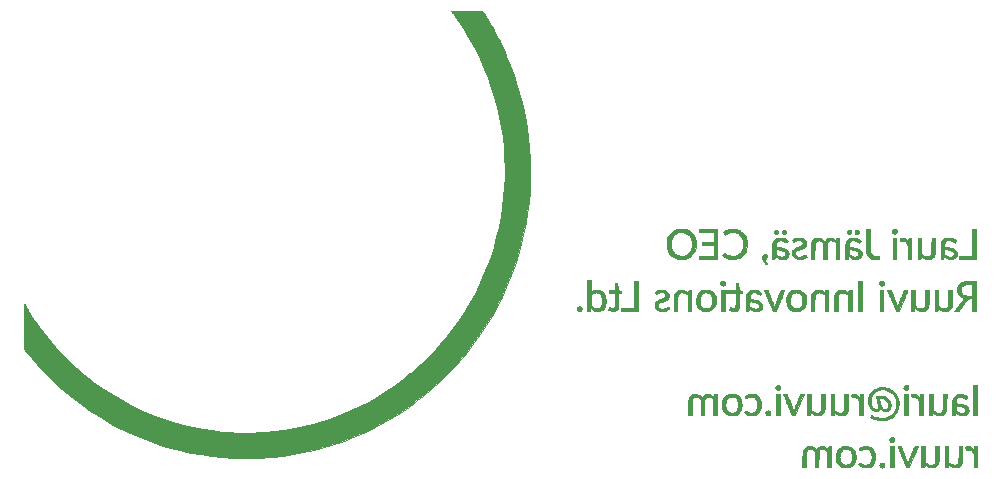
<source format=gbs>
G04 #@! TF.FileFunction,Soldermask,Bot*
%FSLAX46Y46*%
G04 Gerber Fmt 4.6, Leading zero omitted, Abs format (unit mm)*
G04 Created by KiCad (PCBNEW (2016-01-28 BZR 6518)-product) date 2016 January 28, Thursday 21:15:42*
%MOMM*%
G01*
G04 APERTURE LIST*
%ADD10C,0.100000*%
%ADD11C,0.010000*%
G04 APERTURE END LIST*
D10*
D11*
G36*
X183969218Y-107360407D02*
X183968726Y-107519664D01*
X183967355Y-107664301D01*
X183965192Y-107790889D01*
X183962323Y-107895997D01*
X183958834Y-107976195D01*
X183954810Y-108028053D01*
X183952097Y-108044422D01*
X183908806Y-108143231D01*
X183841106Y-108220876D01*
X183782785Y-108259481D01*
X183736849Y-108280039D01*
X183691816Y-108291132D01*
X183635487Y-108294714D01*
X183571114Y-108293370D01*
X183434461Y-108274821D01*
X183314936Y-108228892D01*
X183206652Y-108153079D01*
X183177151Y-108125772D01*
X183105137Y-108055473D01*
X183105137Y-106737692D01*
X182800133Y-106737692D01*
X182800133Y-108516878D01*
X182894443Y-108516878D01*
X182968235Y-108513697D01*
X183015461Y-108500524D01*
X183043139Y-108471917D01*
X183058286Y-108422433D01*
X183063664Y-108385618D01*
X183071294Y-108330589D01*
X183078725Y-108289766D01*
X183083012Y-108275132D01*
X183098314Y-108278888D01*
X183131448Y-108301027D01*
X183175436Y-108336847D01*
X183178328Y-108339381D01*
X183242903Y-108389547D01*
X183319552Y-108439764D01*
X183375270Y-108470679D01*
X183430265Y-108496270D01*
X183477554Y-108512605D01*
X183528372Y-108522016D01*
X183593952Y-108526837D01*
X183654856Y-108528734D01*
X183732185Y-108529101D01*
X183800745Y-108526820D01*
X183850826Y-108522340D01*
X183867645Y-108518889D01*
X183978559Y-108469279D01*
X184075310Y-108400240D01*
X184109303Y-108366616D01*
X184147153Y-108322627D01*
X184178741Y-108279485D01*
X184204629Y-108233728D01*
X184225380Y-108181892D01*
X184241556Y-108120515D01*
X184253719Y-108046133D01*
X184262432Y-107955283D01*
X184268256Y-107844502D01*
X184271754Y-107710327D01*
X184273487Y-107549294D01*
X184274019Y-107357941D01*
X184274022Y-107351935D01*
X184274316Y-106737692D01*
X183969313Y-106737692D01*
X183969218Y-107360407D01*
X183969218Y-107360407D01*
G37*
X183969218Y-107360407D02*
X183968726Y-107519664D01*
X183967355Y-107664301D01*
X183965192Y-107790889D01*
X183962323Y-107895997D01*
X183958834Y-107976195D01*
X183954810Y-108028053D01*
X183952097Y-108044422D01*
X183908806Y-108143231D01*
X183841106Y-108220876D01*
X183782785Y-108259481D01*
X183736849Y-108280039D01*
X183691816Y-108291132D01*
X183635487Y-108294714D01*
X183571114Y-108293370D01*
X183434461Y-108274821D01*
X183314936Y-108228892D01*
X183206652Y-108153079D01*
X183177151Y-108125772D01*
X183105137Y-108055473D01*
X183105137Y-106737692D01*
X182800133Y-106737692D01*
X182800133Y-108516878D01*
X182894443Y-108516878D01*
X182968235Y-108513697D01*
X183015461Y-108500524D01*
X183043139Y-108471917D01*
X183058286Y-108422433D01*
X183063664Y-108385618D01*
X183071294Y-108330589D01*
X183078725Y-108289766D01*
X183083012Y-108275132D01*
X183098314Y-108278888D01*
X183131448Y-108301027D01*
X183175436Y-108336847D01*
X183178328Y-108339381D01*
X183242903Y-108389547D01*
X183319552Y-108439764D01*
X183375270Y-108470679D01*
X183430265Y-108496270D01*
X183477554Y-108512605D01*
X183528372Y-108522016D01*
X183593952Y-108526837D01*
X183654856Y-108528734D01*
X183732185Y-108529101D01*
X183800745Y-108526820D01*
X183850826Y-108522340D01*
X183867645Y-108518889D01*
X183978559Y-108469279D01*
X184075310Y-108400240D01*
X184109303Y-108366616D01*
X184147153Y-108322627D01*
X184178741Y-108279485D01*
X184204629Y-108233728D01*
X184225380Y-108181892D01*
X184241556Y-108120515D01*
X184253719Y-108046133D01*
X184262432Y-107955283D01*
X184268256Y-107844502D01*
X184271754Y-107710327D01*
X184273487Y-107549294D01*
X184274019Y-107357941D01*
X184274022Y-107351935D01*
X184274316Y-106737692D01*
X183969313Y-106737692D01*
X183969218Y-107360407D01*
G36*
X182000435Y-107378600D02*
X181995264Y-108019507D01*
X181944430Y-108118623D01*
X181894550Y-108196972D01*
X181835067Y-108250281D01*
X181759643Y-108281981D01*
X181661941Y-108295499D01*
X181615580Y-108296585D01*
X181484037Y-108282151D01*
X181361320Y-108237763D01*
X181243330Y-108161745D01*
X181203102Y-108127988D01*
X181122615Y-108056493D01*
X181122615Y-106737692D01*
X180834556Y-106737692D01*
X180834556Y-108516878D01*
X180933598Y-108516878D01*
X181003139Y-108512204D01*
X181048668Y-108494179D01*
X181076464Y-108456800D01*
X181092810Y-108394064D01*
X181097596Y-108360141D01*
X181105334Y-108307904D01*
X181113089Y-108272542D01*
X181117956Y-108262709D01*
X181133683Y-108273290D01*
X181167159Y-108301125D01*
X181211349Y-108340349D01*
X181214471Y-108343196D01*
X181278389Y-108394843D01*
X181352178Y-108444846D01*
X181403238Y-108473716D01*
X181454026Y-108497136D01*
X181499915Y-108512369D01*
X181551372Y-108521485D01*
X181618864Y-108526556D01*
X181681788Y-108528823D01*
X181770861Y-108530046D01*
X181836137Y-108527041D01*
X181887564Y-108518716D01*
X181935089Y-108503981D01*
X181945712Y-108499888D01*
X182061494Y-108437335D01*
X182154217Y-108350257D01*
X182224022Y-108238442D01*
X182271048Y-108101682D01*
X182291398Y-107983123D01*
X182295660Y-107927740D01*
X182299542Y-107844094D01*
X182302905Y-107737808D01*
X182305612Y-107614507D01*
X182307524Y-107479815D01*
X182308502Y-107339355D01*
X182308600Y-107284157D01*
X182308739Y-106737692D01*
X182005606Y-106737692D01*
X182000435Y-107378600D01*
X182000435Y-107378600D01*
G37*
X182000435Y-107378600D02*
X181995264Y-108019507D01*
X181944430Y-108118623D01*
X181894550Y-108196972D01*
X181835067Y-108250281D01*
X181759643Y-108281981D01*
X181661941Y-108295499D01*
X181615580Y-108296585D01*
X181484037Y-108282151D01*
X181361320Y-108237763D01*
X181243330Y-108161745D01*
X181203102Y-108127988D01*
X181122615Y-108056493D01*
X181122615Y-106737692D01*
X180834556Y-106737692D01*
X180834556Y-108516878D01*
X180933598Y-108516878D01*
X181003139Y-108512204D01*
X181048668Y-108494179D01*
X181076464Y-108456800D01*
X181092810Y-108394064D01*
X181097596Y-108360141D01*
X181105334Y-108307904D01*
X181113089Y-108272542D01*
X181117956Y-108262709D01*
X181133683Y-108273290D01*
X181167159Y-108301125D01*
X181211349Y-108340349D01*
X181214471Y-108343196D01*
X181278389Y-108394843D01*
X181352178Y-108444846D01*
X181403238Y-108473716D01*
X181454026Y-108497136D01*
X181499915Y-108512369D01*
X181551372Y-108521485D01*
X181618864Y-108526556D01*
X181681788Y-108528823D01*
X181770861Y-108530046D01*
X181836137Y-108527041D01*
X181887564Y-108518716D01*
X181935089Y-108503981D01*
X181945712Y-108499888D01*
X182061494Y-108437335D01*
X182154217Y-108350257D01*
X182224022Y-108238442D01*
X182271048Y-108101682D01*
X182291398Y-107983123D01*
X182295660Y-107927740D01*
X182299542Y-107844094D01*
X182302905Y-107737808D01*
X182305612Y-107614507D01*
X182307524Y-107479815D01*
X182308502Y-107339355D01*
X182308600Y-107284157D01*
X182308739Y-106737692D01*
X182005606Y-106737692D01*
X182000435Y-107378600D01*
G36*
X177438774Y-108118797D02*
X177368103Y-108152181D01*
X177331836Y-108184540D01*
X177295318Y-108231232D01*
X177279203Y-108275971D01*
X177276184Y-108322362D01*
X177290068Y-108407960D01*
X177330222Y-108473098D01*
X177394404Y-108515632D01*
X177480370Y-108533415D01*
X177497317Y-108533823D01*
X177549583Y-108528285D01*
X177591374Y-108506743D01*
X177624245Y-108477210D01*
X177675755Y-108411231D01*
X177695701Y-108344474D01*
X177685854Y-108270060D01*
X177681247Y-108255874D01*
X177640722Y-108183883D01*
X177582115Y-108136083D01*
X177512455Y-108113910D01*
X177438774Y-108118797D01*
X177438774Y-108118797D01*
G37*
X177438774Y-108118797D02*
X177368103Y-108152181D01*
X177331836Y-108184540D01*
X177295318Y-108231232D01*
X177279203Y-108275971D01*
X177276184Y-108322362D01*
X177290068Y-108407960D01*
X177330222Y-108473098D01*
X177394404Y-108515632D01*
X177480370Y-108533415D01*
X177497317Y-108533823D01*
X177549583Y-108528285D01*
X177591374Y-108506743D01*
X177624245Y-108477210D01*
X177675755Y-108411231D01*
X177695701Y-108344474D01*
X177685854Y-108270060D01*
X177681247Y-108255874D01*
X177640722Y-108183883D01*
X177582115Y-108136083D01*
X177512455Y-108113910D01*
X177438774Y-108118797D01*
G36*
X175954503Y-106721601D02*
X175859616Y-106740939D01*
X175760409Y-106773811D01*
X175667074Y-106815799D01*
X175589805Y-106862486D01*
X175549142Y-106897271D01*
X175508783Y-106940232D01*
X175556029Y-107008409D01*
X175589550Y-107048420D01*
X175621261Y-107072944D01*
X175633510Y-107076585D01*
X175662151Y-107069164D01*
X175711257Y-107049465D01*
X175771485Y-107021331D01*
X175787944Y-107013042D01*
X175850544Y-106982238D01*
X175899140Y-106963467D01*
X175946507Y-106953829D01*
X176005418Y-106950424D01*
X176064643Y-106950215D01*
X176144211Y-106952031D01*
X176201372Y-106958038D01*
X176247551Y-106970409D01*
X176294168Y-106991313D01*
X176301868Y-106995300D01*
X176361956Y-107032174D01*
X176418782Y-107075666D01*
X176440744Y-107096253D01*
X176509273Y-107190527D01*
X176559770Y-107306931D01*
X176592202Y-107438879D01*
X176606535Y-107579788D01*
X176602738Y-107723072D01*
X176580777Y-107862147D01*
X176540620Y-107990428D01*
X176482234Y-108101332D01*
X176445971Y-108148464D01*
X176357927Y-108226775D01*
X176254959Y-108276981D01*
X176133664Y-108300488D01*
X176073115Y-108302734D01*
X175963671Y-108294133D01*
X175865612Y-108266470D01*
X175767606Y-108215824D01*
X175710114Y-108177106D01*
X175653811Y-108142903D01*
X175610451Y-108135484D01*
X175571671Y-108156382D01*
X175529106Y-108207127D01*
X175526558Y-108210716D01*
X175479868Y-108276854D01*
X175551975Y-108339066D01*
X175682621Y-108429614D01*
X175831610Y-108491831D01*
X175998429Y-108525549D01*
X176132422Y-108532057D01*
X176209202Y-108528660D01*
X176283855Y-108520907D01*
X176341078Y-108510424D01*
X176344230Y-108509576D01*
X176488472Y-108452406D01*
X176615648Y-108367180D01*
X176723017Y-108256553D01*
X176807837Y-108123183D01*
X176852567Y-108017015D01*
X176895593Y-107850289D01*
X176914089Y-107677173D01*
X176908774Y-107504052D01*
X176880366Y-107337315D01*
X176829584Y-107183348D01*
X176757146Y-107048540D01*
X176741053Y-107025699D01*
X176634565Y-106908526D01*
X176508281Y-106817953D01*
X176364468Y-106754856D01*
X176205391Y-106720111D01*
X176033317Y-106714596D01*
X175954503Y-106721601D01*
X175954503Y-106721601D01*
G37*
X175954503Y-106721601D02*
X175859616Y-106740939D01*
X175760409Y-106773811D01*
X175667074Y-106815799D01*
X175589805Y-106862486D01*
X175549142Y-106897271D01*
X175508783Y-106940232D01*
X175556029Y-107008409D01*
X175589550Y-107048420D01*
X175621261Y-107072944D01*
X175633510Y-107076585D01*
X175662151Y-107069164D01*
X175711257Y-107049465D01*
X175771485Y-107021331D01*
X175787944Y-107013042D01*
X175850544Y-106982238D01*
X175899140Y-106963467D01*
X175946507Y-106953829D01*
X176005418Y-106950424D01*
X176064643Y-106950215D01*
X176144211Y-106952031D01*
X176201372Y-106958038D01*
X176247551Y-106970409D01*
X176294168Y-106991313D01*
X176301868Y-106995300D01*
X176361956Y-107032174D01*
X176418782Y-107075666D01*
X176440744Y-107096253D01*
X176509273Y-107190527D01*
X176559770Y-107306931D01*
X176592202Y-107438879D01*
X176606535Y-107579788D01*
X176602738Y-107723072D01*
X176580777Y-107862147D01*
X176540620Y-107990428D01*
X176482234Y-108101332D01*
X176445971Y-108148464D01*
X176357927Y-108226775D01*
X176254959Y-108276981D01*
X176133664Y-108300488D01*
X176073115Y-108302734D01*
X175963671Y-108294133D01*
X175865612Y-108266470D01*
X175767606Y-108215824D01*
X175710114Y-108177106D01*
X175653811Y-108142903D01*
X175610451Y-108135484D01*
X175571671Y-108156382D01*
X175529106Y-108207127D01*
X175526558Y-108210716D01*
X175479868Y-108276854D01*
X175551975Y-108339066D01*
X175682621Y-108429614D01*
X175831610Y-108491831D01*
X175998429Y-108525549D01*
X176132422Y-108532057D01*
X176209202Y-108528660D01*
X176283855Y-108520907D01*
X176341078Y-108510424D01*
X176344230Y-108509576D01*
X176488472Y-108452406D01*
X176615648Y-108367180D01*
X176723017Y-108256553D01*
X176807837Y-108123183D01*
X176852567Y-108017015D01*
X176895593Y-107850289D01*
X176914089Y-107677173D01*
X176908774Y-107504052D01*
X176880366Y-107337315D01*
X176829584Y-107183348D01*
X176757146Y-107048540D01*
X176741053Y-107025699D01*
X176634565Y-106908526D01*
X176508281Y-106817953D01*
X176364468Y-106754856D01*
X176205391Y-106720111D01*
X176033317Y-106714596D01*
X175954503Y-106721601D01*
G36*
X174206354Y-106736055D02*
X174054026Y-106786063D01*
X173919323Y-106863341D01*
X173804070Y-106966666D01*
X173710095Y-107094815D01*
X173639225Y-107246564D01*
X173605930Y-107359327D01*
X173591368Y-107451985D01*
X173584926Y-107563430D01*
X173586200Y-107682982D01*
X173594785Y-107799959D01*
X173610276Y-107903682D01*
X173629284Y-107975465D01*
X173700217Y-108135245D01*
X173789699Y-108267091D01*
X173899012Y-108372228D01*
X174029442Y-108451884D01*
X174182271Y-108507286D01*
X174187065Y-108508547D01*
X174277586Y-108524249D01*
X174386282Y-108531346D01*
X174499324Y-108529854D01*
X174602883Y-108519793D01*
X174661259Y-108507949D01*
X174790854Y-108463525D01*
X174900046Y-108403124D01*
X175001112Y-108319739D01*
X175015243Y-108305900D01*
X175111973Y-108191978D01*
X175183226Y-108066580D01*
X175230606Y-107925328D01*
X175255719Y-107763841D01*
X175257118Y-107729320D01*
X174950549Y-107729320D01*
X174931550Y-107878454D01*
X174892795Y-108004628D01*
X174833599Y-108110597D01*
X174802082Y-108150192D01*
X174712167Y-108227657D01*
X174603363Y-108278237D01*
X174478115Y-108301380D01*
X174338868Y-108296531D01*
X174239572Y-108277501D01*
X174144757Y-108236846D01*
X174061996Y-108167303D01*
X173993144Y-108072299D01*
X173940055Y-107955264D01*
X173904585Y-107819625D01*
X173888587Y-107668814D01*
X173887847Y-107627285D01*
X173899308Y-107461057D01*
X173932918Y-107313583D01*
X173987513Y-107187231D01*
X174061932Y-107084367D01*
X174155010Y-107007358D01*
X174205601Y-106980441D01*
X174277408Y-106959945D01*
X174368990Y-106950312D01*
X174468107Y-106951284D01*
X174562521Y-106962601D01*
X174639994Y-106984007D01*
X174653230Y-106989888D01*
X174755230Y-107055532D01*
X174835104Y-107142995D01*
X174893691Y-107253874D01*
X174931833Y-107389767D01*
X174950370Y-107552271D01*
X174950481Y-107554472D01*
X174950549Y-107729320D01*
X175257118Y-107729320D01*
X175260911Y-107635758D01*
X175257407Y-107501929D01*
X175244918Y-107390641D01*
X175221361Y-107291258D01*
X175184650Y-107193141D01*
X175166276Y-107152836D01*
X175084496Y-107018854D01*
X174978095Y-106906283D01*
X174850540Y-106817567D01*
X174705295Y-106755150D01*
X174556571Y-106722745D01*
X174374478Y-106714541D01*
X174206354Y-106736055D01*
X174206354Y-106736055D01*
G37*
X174206354Y-106736055D02*
X174054026Y-106786063D01*
X173919323Y-106863341D01*
X173804070Y-106966666D01*
X173710095Y-107094815D01*
X173639225Y-107246564D01*
X173605930Y-107359327D01*
X173591368Y-107451985D01*
X173584926Y-107563430D01*
X173586200Y-107682982D01*
X173594785Y-107799959D01*
X173610276Y-107903682D01*
X173629284Y-107975465D01*
X173700217Y-108135245D01*
X173789699Y-108267091D01*
X173899012Y-108372228D01*
X174029442Y-108451884D01*
X174182271Y-108507286D01*
X174187065Y-108508547D01*
X174277586Y-108524249D01*
X174386282Y-108531346D01*
X174499324Y-108529854D01*
X174602883Y-108519793D01*
X174661259Y-108507949D01*
X174790854Y-108463525D01*
X174900046Y-108403124D01*
X175001112Y-108319739D01*
X175015243Y-108305900D01*
X175111973Y-108191978D01*
X175183226Y-108066580D01*
X175230606Y-107925328D01*
X175255719Y-107763841D01*
X175257118Y-107729320D01*
X174950549Y-107729320D01*
X174931550Y-107878454D01*
X174892795Y-108004628D01*
X174833599Y-108110597D01*
X174802082Y-108150192D01*
X174712167Y-108227657D01*
X174603363Y-108278237D01*
X174478115Y-108301380D01*
X174338868Y-108296531D01*
X174239572Y-108277501D01*
X174144757Y-108236846D01*
X174061996Y-108167303D01*
X173993144Y-108072299D01*
X173940055Y-107955264D01*
X173904585Y-107819625D01*
X173888587Y-107668814D01*
X173887847Y-107627285D01*
X173899308Y-107461057D01*
X173932918Y-107313583D01*
X173987513Y-107187231D01*
X174061932Y-107084367D01*
X174155010Y-107007358D01*
X174205601Y-106980441D01*
X174277408Y-106959945D01*
X174368990Y-106950312D01*
X174468107Y-106951284D01*
X174562521Y-106962601D01*
X174639994Y-106984007D01*
X174653230Y-106989888D01*
X174755230Y-107055532D01*
X174835104Y-107142995D01*
X174893691Y-107253874D01*
X174931833Y-107389767D01*
X174950370Y-107552271D01*
X174950481Y-107554472D01*
X174950549Y-107729320D01*
X175257118Y-107729320D01*
X175260911Y-107635758D01*
X175257407Y-107501929D01*
X175244918Y-107390641D01*
X175221361Y-107291258D01*
X175184650Y-107193141D01*
X175166276Y-107152836D01*
X175084496Y-107018854D01*
X174978095Y-106906283D01*
X174850540Y-106817567D01*
X174705295Y-106755150D01*
X174556571Y-106722745D01*
X174374478Y-106714541D01*
X174206354Y-106736055D01*
G36*
X184622577Y-106720414D02*
X184577730Y-106736954D01*
X184555346Y-106765849D01*
X184549724Y-106813938D01*
X184554250Y-106878925D01*
X184561028Y-106940130D01*
X184567649Y-106987430D01*
X184572763Y-107011293D01*
X184573078Y-107011922D01*
X184591911Y-107016071D01*
X184636438Y-107017321D01*
X184698579Y-107015571D01*
X184729105Y-107013846D01*
X184830746Y-107011098D01*
X184908331Y-107017153D01*
X184939561Y-107024408D01*
X185012856Y-107063764D01*
X185085204Y-107130210D01*
X185150506Y-107217342D01*
X185187697Y-107284979D01*
X185240160Y-107394906D01*
X185240160Y-108516878D01*
X185545163Y-108516878D01*
X185545163Y-106737692D01*
X185427551Y-106737692D01*
X185354020Y-106740925D01*
X185308750Y-106750278D01*
X185296320Y-106758873D01*
X185288660Y-106784188D01*
X185279372Y-106834598D01*
X185269929Y-106901448D01*
X185265317Y-106941028D01*
X185247933Y-107102002D01*
X185192502Y-107005501D01*
X185113104Y-106893764D01*
X185018818Y-106805819D01*
X184913913Y-106744210D01*
X184802663Y-106711485D01*
X184695587Y-106709394D01*
X184622577Y-106720414D01*
X184622577Y-106720414D01*
G37*
X184622577Y-106720414D02*
X184577730Y-106736954D01*
X184555346Y-106765849D01*
X184549724Y-106813938D01*
X184554250Y-106878925D01*
X184561028Y-106940130D01*
X184567649Y-106987430D01*
X184572763Y-107011293D01*
X184573078Y-107011922D01*
X184591911Y-107016071D01*
X184636438Y-107017321D01*
X184698579Y-107015571D01*
X184729105Y-107013846D01*
X184830746Y-107011098D01*
X184908331Y-107017153D01*
X184939561Y-107024408D01*
X185012856Y-107063764D01*
X185085204Y-107130210D01*
X185150506Y-107217342D01*
X185187697Y-107284979D01*
X185240160Y-107394906D01*
X185240160Y-108516878D01*
X185545163Y-108516878D01*
X185545163Y-106737692D01*
X185427551Y-106737692D01*
X185354020Y-106740925D01*
X185308750Y-106750278D01*
X185296320Y-106758873D01*
X185288660Y-106784188D01*
X185279372Y-106834598D01*
X185269929Y-106901448D01*
X185265317Y-106941028D01*
X185247933Y-107102002D01*
X185192502Y-107005501D01*
X185113104Y-106893764D01*
X185018818Y-106805819D01*
X184913913Y-106744210D01*
X184802663Y-106711485D01*
X184695587Y-106709394D01*
X184622577Y-106720414D01*
G36*
X178853829Y-106739071D02*
X178818594Y-106748537D01*
X178807500Y-106763222D01*
X178807983Y-106764815D01*
X178816173Y-106785231D01*
X178835940Y-106834080D01*
X178866084Y-106908409D01*
X178905406Y-107005262D01*
X178952705Y-107121687D01*
X179006782Y-107254727D01*
X179066435Y-107401430D01*
X179130465Y-107558840D01*
X179169350Y-107654408D01*
X179520309Y-108516878D01*
X179656385Y-108516688D01*
X179792462Y-108516498D01*
X180148299Y-107643157D01*
X180214651Y-107480270D01*
X180277180Y-107326691D01*
X180334715Y-107185305D01*
X180386083Y-107058998D01*
X180430111Y-106950654D01*
X180465627Y-106863159D01*
X180491457Y-106799398D01*
X180506430Y-106762257D01*
X180509784Y-106753754D01*
X180496853Y-106746096D01*
X180456161Y-106740555D01*
X180393810Y-106737846D01*
X180372617Y-106737692D01*
X180297917Y-106739105D01*
X180249485Y-106744226D01*
X180219784Y-106754383D01*
X180204169Y-106767345D01*
X180191233Y-106790941D01*
X180168086Y-106842076D01*
X180136372Y-106916542D01*
X180097736Y-107010132D01*
X180053823Y-107118636D01*
X180006277Y-107237849D01*
X179956744Y-107363560D01*
X179906869Y-107491563D01*
X179858296Y-107617648D01*
X179812670Y-107737609D01*
X179771636Y-107847237D01*
X179736839Y-107942323D01*
X179709923Y-108018661D01*
X179692535Y-108072041D01*
X179688427Y-108086765D01*
X179672994Y-108139819D01*
X179658752Y-108174487D01*
X179648689Y-108183562D01*
X179648409Y-108183284D01*
X179637665Y-108159910D01*
X179623835Y-108115446D01*
X179615975Y-108084790D01*
X179604686Y-108047794D01*
X179582800Y-107985380D01*
X179551982Y-107901735D01*
X179513895Y-107801050D01*
X179470203Y-107687511D01*
X179422569Y-107565307D01*
X179372657Y-107438628D01*
X179322130Y-107311660D01*
X179272654Y-107188593D01*
X179225890Y-107073615D01*
X179183504Y-106970914D01*
X179147157Y-106884679D01*
X179118516Y-106819098D01*
X179099242Y-106778360D01*
X179092667Y-106767345D01*
X179065062Y-106751863D01*
X179018820Y-106741218D01*
X178962497Y-106735488D01*
X178904648Y-106734746D01*
X178853829Y-106739071D01*
X178853829Y-106739071D01*
G37*
X178853829Y-106739071D02*
X178818594Y-106748537D01*
X178807500Y-106763222D01*
X178807983Y-106764815D01*
X178816173Y-106785231D01*
X178835940Y-106834080D01*
X178866084Y-106908409D01*
X178905406Y-107005262D01*
X178952705Y-107121687D01*
X179006782Y-107254727D01*
X179066435Y-107401430D01*
X179130465Y-107558840D01*
X179169350Y-107654408D01*
X179520309Y-108516878D01*
X179656385Y-108516688D01*
X179792462Y-108516498D01*
X180148299Y-107643157D01*
X180214651Y-107480270D01*
X180277180Y-107326691D01*
X180334715Y-107185305D01*
X180386083Y-107058998D01*
X180430111Y-106950654D01*
X180465627Y-106863159D01*
X180491457Y-106799398D01*
X180506430Y-106762257D01*
X180509784Y-106753754D01*
X180496853Y-106746096D01*
X180456161Y-106740555D01*
X180393810Y-106737846D01*
X180372617Y-106737692D01*
X180297917Y-106739105D01*
X180249485Y-106744226D01*
X180219784Y-106754383D01*
X180204169Y-106767345D01*
X180191233Y-106790941D01*
X180168086Y-106842076D01*
X180136372Y-106916542D01*
X180097736Y-107010132D01*
X180053823Y-107118636D01*
X180006277Y-107237849D01*
X179956744Y-107363560D01*
X179906869Y-107491563D01*
X179858296Y-107617648D01*
X179812670Y-107737609D01*
X179771636Y-107847237D01*
X179736839Y-107942323D01*
X179709923Y-108018661D01*
X179692535Y-108072041D01*
X179688427Y-108086765D01*
X179672994Y-108139819D01*
X179658752Y-108174487D01*
X179648689Y-108183562D01*
X179648409Y-108183284D01*
X179637665Y-108159910D01*
X179623835Y-108115446D01*
X179615975Y-108084790D01*
X179604686Y-108047794D01*
X179582800Y-107985380D01*
X179551982Y-107901735D01*
X179513895Y-107801050D01*
X179470203Y-107687511D01*
X179422569Y-107565307D01*
X179372657Y-107438628D01*
X179322130Y-107311660D01*
X179272654Y-107188593D01*
X179225890Y-107073615D01*
X179183504Y-106970914D01*
X179147157Y-106884679D01*
X179118516Y-106819098D01*
X179099242Y-106778360D01*
X179092667Y-106767345D01*
X179065062Y-106751863D01*
X179018820Y-106741218D01*
X178962497Y-106735488D01*
X178904648Y-106734746D01*
X178853829Y-106739071D01*
G36*
X178174250Y-108516878D02*
X178479253Y-108516878D01*
X178479253Y-106737692D01*
X178174250Y-106737692D01*
X178174250Y-108516878D01*
X178174250Y-108516878D01*
G37*
X178174250Y-108516878D02*
X178479253Y-108516878D01*
X178479253Y-106737692D01*
X178174250Y-106737692D01*
X178174250Y-108516878D01*
G36*
X172287616Y-106718937D02*
X172277276Y-106720794D01*
X172166264Y-106757995D01*
X172072326Y-106824331D01*
X171995303Y-106919941D01*
X171946572Y-107015633D01*
X171919062Y-107081766D01*
X171870342Y-106996461D01*
X171789674Y-106887246D01*
X171687942Y-106804226D01*
X171566369Y-106748067D01*
X171426180Y-106719433D01*
X171354036Y-106715672D01*
X171229404Y-106721901D01*
X171127117Y-106745038D01*
X171038507Y-106788334D01*
X170954905Y-106855039D01*
X170937772Y-106871726D01*
X170874409Y-106942497D01*
X170830781Y-107011663D01*
X170803232Y-107076585D01*
X170793154Y-107105390D01*
X170784887Y-107133182D01*
X170778212Y-107163622D01*
X170772907Y-107200371D01*
X170768753Y-107247091D01*
X170765528Y-107307443D01*
X170763014Y-107385090D01*
X170760988Y-107483691D01*
X170759231Y-107606910D01*
X170757522Y-107758407D01*
X170756556Y-107851802D01*
X170749769Y-108516878D01*
X171055655Y-108516878D01*
X171060816Y-107868746D01*
X171062211Y-107702871D01*
X171063627Y-107567321D01*
X171065268Y-107458532D01*
X171067335Y-107372941D01*
X171070032Y-107306985D01*
X171073560Y-107257098D01*
X171078124Y-107219719D01*
X171083924Y-107191282D01*
X171091163Y-107168225D01*
X171100045Y-107146984D01*
X171102089Y-107142525D01*
X171157659Y-107057823D01*
X171231105Y-106997457D01*
X171317081Y-106961081D01*
X171410245Y-106948345D01*
X171505251Y-106958903D01*
X171596756Y-106992406D01*
X171679415Y-107048507D01*
X171747885Y-107126856D01*
X171780989Y-107186725D01*
X171789000Y-107207263D01*
X171795564Y-107232219D01*
X171800865Y-107265132D01*
X171805081Y-107309540D01*
X171808394Y-107368983D01*
X171810985Y-107446998D01*
X171813035Y-107547125D01*
X171814725Y-107672903D01*
X171816235Y-107827870D01*
X171816723Y-107885691D01*
X171821904Y-108516878D01*
X172104702Y-108516878D01*
X172112020Y-107877219D01*
X172114121Y-107708593D01*
X172116310Y-107570358D01*
X172118764Y-107459015D01*
X172121659Y-107371065D01*
X172125173Y-107303011D01*
X172129481Y-107251353D01*
X172134762Y-107212594D01*
X172141190Y-107183233D01*
X172148167Y-107161790D01*
X172197433Y-107067638D01*
X172263679Y-107002346D01*
X172349082Y-106964430D01*
X172455437Y-106952404D01*
X172547824Y-106960135D01*
X172627876Y-106985608D01*
X172705339Y-107033143D01*
X172777564Y-107095198D01*
X172870580Y-107183168D01*
X172870580Y-108516878D01*
X173175584Y-108516878D01*
X173175584Y-106737692D01*
X173066654Y-106737692D01*
X172993249Y-106741283D01*
X172946300Y-106755867D01*
X172918787Y-106787163D01*
X172903691Y-106840891D01*
X172899038Y-106874243D01*
X172891903Y-106925269D01*
X172884935Y-106960476D01*
X172881508Y-106969637D01*
X172866859Y-106962308D01*
X172834738Y-106936431D01*
X172791708Y-106897352D01*
X172785629Y-106891555D01*
X172670068Y-106800584D01*
X172546890Y-106740935D01*
X172418579Y-106713441D01*
X172287616Y-106718937D01*
X172287616Y-106718937D01*
G37*
X172287616Y-106718937D02*
X172277276Y-106720794D01*
X172166264Y-106757995D01*
X172072326Y-106824331D01*
X171995303Y-106919941D01*
X171946572Y-107015633D01*
X171919062Y-107081766D01*
X171870342Y-106996461D01*
X171789674Y-106887246D01*
X171687942Y-106804226D01*
X171566369Y-106748067D01*
X171426180Y-106719433D01*
X171354036Y-106715672D01*
X171229404Y-106721901D01*
X171127117Y-106745038D01*
X171038507Y-106788334D01*
X170954905Y-106855039D01*
X170937772Y-106871726D01*
X170874409Y-106942497D01*
X170830781Y-107011663D01*
X170803232Y-107076585D01*
X170793154Y-107105390D01*
X170784887Y-107133182D01*
X170778212Y-107163622D01*
X170772907Y-107200371D01*
X170768753Y-107247091D01*
X170765528Y-107307443D01*
X170763014Y-107385090D01*
X170760988Y-107483691D01*
X170759231Y-107606910D01*
X170757522Y-107758407D01*
X170756556Y-107851802D01*
X170749769Y-108516878D01*
X171055655Y-108516878D01*
X171060816Y-107868746D01*
X171062211Y-107702871D01*
X171063627Y-107567321D01*
X171065268Y-107458532D01*
X171067335Y-107372941D01*
X171070032Y-107306985D01*
X171073560Y-107257098D01*
X171078124Y-107219719D01*
X171083924Y-107191282D01*
X171091163Y-107168225D01*
X171100045Y-107146984D01*
X171102089Y-107142525D01*
X171157659Y-107057823D01*
X171231105Y-106997457D01*
X171317081Y-106961081D01*
X171410245Y-106948345D01*
X171505251Y-106958903D01*
X171596756Y-106992406D01*
X171679415Y-107048507D01*
X171747885Y-107126856D01*
X171780989Y-107186725D01*
X171789000Y-107207263D01*
X171795564Y-107232219D01*
X171800865Y-107265132D01*
X171805081Y-107309540D01*
X171808394Y-107368983D01*
X171810985Y-107446998D01*
X171813035Y-107547125D01*
X171814725Y-107672903D01*
X171816235Y-107827870D01*
X171816723Y-107885691D01*
X171821904Y-108516878D01*
X172104702Y-108516878D01*
X172112020Y-107877219D01*
X172114121Y-107708593D01*
X172116310Y-107570358D01*
X172118764Y-107459015D01*
X172121659Y-107371065D01*
X172125173Y-107303011D01*
X172129481Y-107251353D01*
X172134762Y-107212594D01*
X172141190Y-107183233D01*
X172148167Y-107161790D01*
X172197433Y-107067638D01*
X172263679Y-107002346D01*
X172349082Y-106964430D01*
X172455437Y-106952404D01*
X172547824Y-106960135D01*
X172627876Y-106985608D01*
X172705339Y-107033143D01*
X172777564Y-107095198D01*
X172870580Y-107183168D01*
X172870580Y-108516878D01*
X173175584Y-108516878D01*
X173175584Y-106737692D01*
X173066654Y-106737692D01*
X172993249Y-106741283D01*
X172946300Y-106755867D01*
X172918787Y-106787163D01*
X172903691Y-106840891D01*
X172899038Y-106874243D01*
X172891903Y-106925269D01*
X172884935Y-106960476D01*
X172881508Y-106969637D01*
X172866859Y-106962308D01*
X172834738Y-106936431D01*
X172791708Y-106897352D01*
X172785629Y-106891555D01*
X172670068Y-106800584D01*
X172546890Y-106740935D01*
X172418579Y-106713441D01*
X172287616Y-106718937D01*
G36*
X142119165Y-69883282D02*
X141921751Y-69883746D01*
X141737031Y-69884487D01*
X141567584Y-69885482D01*
X141415985Y-69886705D01*
X141284813Y-69888132D01*
X141176643Y-69889737D01*
X141094054Y-69891495D01*
X141039621Y-69893382D01*
X141015923Y-69895373D01*
X141015089Y-69895831D01*
X141024884Y-69912473D01*
X141052154Y-69952334D01*
X141094094Y-70011483D01*
X141147898Y-70085990D01*
X141210760Y-70171923D01*
X141253994Y-70230487D01*
X141446471Y-70496647D01*
X141648120Y-70787269D01*
X141854656Y-71095713D01*
X142061796Y-71415338D01*
X142265257Y-71739501D01*
X142460757Y-72061562D01*
X142644011Y-72374879D01*
X142696525Y-72467179D01*
X143102671Y-73220325D01*
X143478361Y-73987742D01*
X143823415Y-74768466D01*
X144137652Y-75561539D01*
X144420890Y-76365998D01*
X144672948Y-77180884D01*
X144893645Y-78005235D01*
X145082800Y-78838091D01*
X145240232Y-79678490D01*
X145365759Y-80525473D01*
X145459201Y-81378078D01*
X145520377Y-82235345D01*
X145549105Y-83096313D01*
X145545204Y-83960021D01*
X145508493Y-84825508D01*
X145438791Y-85691814D01*
X145343059Y-86505804D01*
X145210844Y-87354485D01*
X145045719Y-88196183D01*
X144848124Y-89029927D01*
X144618499Y-89854748D01*
X144357287Y-90669676D01*
X144064928Y-91473741D01*
X143741861Y-92265974D01*
X143388530Y-93045405D01*
X143005373Y-93811063D01*
X142592832Y-94561980D01*
X142151348Y-95297185D01*
X141681362Y-96015708D01*
X141183314Y-96716580D01*
X140657646Y-97398830D01*
X140104797Y-98061490D01*
X140074846Y-98095931D01*
X139703948Y-98509126D01*
X139308091Y-98926915D01*
X138894233Y-99342499D01*
X138469330Y-99749081D01*
X138040342Y-100139862D01*
X137614226Y-100508044D01*
X137557972Y-100555086D01*
X136887881Y-101091439D01*
X136199939Y-101599388D01*
X135494983Y-102078593D01*
X134773854Y-102528713D01*
X134037388Y-102949407D01*
X133286425Y-103340333D01*
X132521803Y-103701152D01*
X131744362Y-104031521D01*
X130954939Y-104331101D01*
X130154374Y-104599549D01*
X129343505Y-104836526D01*
X128523170Y-105041690D01*
X127694209Y-105214700D01*
X126857460Y-105355215D01*
X126013761Y-105462895D01*
X125332422Y-105525315D01*
X124738827Y-105560998D01*
X124125335Y-105580285D01*
X123501661Y-105583260D01*
X122877517Y-105570010D01*
X122262617Y-105540622D01*
X121666676Y-105495181D01*
X121638492Y-105492577D01*
X120796514Y-105397179D01*
X119960320Y-105268628D01*
X119130869Y-105107312D01*
X118309120Y-104913622D01*
X117496033Y-104687946D01*
X116692565Y-104430676D01*
X115899677Y-104142200D01*
X115118326Y-103822908D01*
X114349471Y-103473190D01*
X113594072Y-103093436D01*
X112853088Y-102684036D01*
X112127477Y-102245379D01*
X111418198Y-101777855D01*
X110726210Y-101281855D01*
X110116144Y-100809136D01*
X109866725Y-100606512D01*
X109634914Y-100413323D01*
X109414979Y-100224404D01*
X109201186Y-100034594D01*
X108987804Y-99838726D01*
X108769101Y-99631639D01*
X108539343Y-99408169D01*
X108327795Y-99198197D01*
X107925240Y-98787066D01*
X107546723Y-98382422D01*
X107187284Y-97978290D01*
X106841966Y-97568698D01*
X106505808Y-97147669D01*
X106173853Y-96709229D01*
X105841141Y-96247405D01*
X105647861Y-95969380D01*
X105581700Y-95871848D01*
X105513008Y-95768456D01*
X105444361Y-95663298D01*
X105378335Y-95560468D01*
X105317505Y-95464061D01*
X105264448Y-95378170D01*
X105221738Y-95306889D01*
X105191951Y-95254314D01*
X105177664Y-95224537D01*
X105176785Y-95220597D01*
X105168497Y-95198676D01*
X105145549Y-95153073D01*
X105110810Y-95089110D01*
X105067151Y-95012108D01*
X105030255Y-94948960D01*
X104979946Y-94863611D01*
X104934263Y-94785556D01*
X104896638Y-94720704D01*
X104870505Y-94674961D01*
X104860913Y-94657525D01*
X104857345Y-94654809D01*
X104854156Y-94662196D01*
X104851326Y-94681345D01*
X104848835Y-94713915D01*
X104846663Y-94761566D01*
X104844789Y-94825956D01*
X104843193Y-94908746D01*
X104841855Y-95011595D01*
X104840755Y-95136161D01*
X104839872Y-95284105D01*
X104839186Y-95457085D01*
X104838678Y-95656760D01*
X104838326Y-95884791D01*
X104838111Y-96142837D01*
X104838012Y-96432556D01*
X104838001Y-96537025D01*
X104837901Y-98460241D01*
X105213201Y-98943163D01*
X105425749Y-99212219D01*
X105635039Y-99467660D01*
X105845763Y-99714708D01*
X106062615Y-99958591D01*
X106290287Y-100204532D01*
X106533471Y-100457758D01*
X106796860Y-100723492D01*
X106932840Y-100858005D01*
X107592854Y-101483850D01*
X108272052Y-102081963D01*
X108970135Y-102652119D01*
X109686806Y-103194096D01*
X110421765Y-103707673D01*
X111174712Y-104192625D01*
X111945350Y-104648731D01*
X112246805Y-104816651D01*
X113047248Y-105235897D01*
X113858455Y-105623020D01*
X114680220Y-105977963D01*
X115512339Y-106300669D01*
X116354604Y-106591081D01*
X117206811Y-106849140D01*
X118068754Y-107074789D01*
X118940228Y-107267971D01*
X119821026Y-107428628D01*
X120710943Y-107556703D01*
X121609774Y-107652139D01*
X122517313Y-107714877D01*
X122629753Y-107720343D01*
X122715640Y-107723416D01*
X122829908Y-107726127D01*
X122967655Y-107728463D01*
X123123980Y-107730408D01*
X123293979Y-107731949D01*
X123472750Y-107733072D01*
X123655391Y-107733761D01*
X123837000Y-107734003D01*
X124012674Y-107733783D01*
X124177511Y-107733087D01*
X124326608Y-107731901D01*
X124455063Y-107730210D01*
X124557974Y-107728000D01*
X124612275Y-107726133D01*
X125023392Y-107704808D01*
X125447720Y-107676132D01*
X125849233Y-107642920D01*
X126740421Y-107545252D01*
X127624557Y-107414590D01*
X128500887Y-107251239D01*
X129368660Y-107055505D01*
X130227123Y-106827691D01*
X131075523Y-106568103D01*
X131913108Y-106277045D01*
X132739125Y-105954823D01*
X133552823Y-105601741D01*
X134353449Y-105218104D01*
X135140250Y-104804217D01*
X135912473Y-104360385D01*
X136669367Y-103886912D01*
X137410179Y-103384103D01*
X138134157Y-102852264D01*
X138625484Y-102466925D01*
X138880904Y-102259097D01*
X139119509Y-102060191D01*
X139346610Y-101865411D01*
X139567519Y-101669962D01*
X139787548Y-101469050D01*
X140012009Y-101257879D01*
X140246213Y-101031654D01*
X140495471Y-100785580D01*
X140566264Y-100714891D01*
X140748875Y-100531447D01*
X140911192Y-100366684D01*
X141057525Y-100215979D01*
X141192185Y-100074705D01*
X141319480Y-99938239D01*
X141443720Y-99801956D01*
X141569215Y-99661231D01*
X141700274Y-99511439D01*
X141841208Y-99347955D01*
X141854115Y-99332889D01*
X142424186Y-98641228D01*
X142968984Y-97927457D01*
X143487727Y-97192891D01*
X143979632Y-96438844D01*
X144443918Y-95666629D01*
X144879803Y-94877561D01*
X145286505Y-94072954D01*
X145663241Y-93254122D01*
X146009229Y-92422378D01*
X146089463Y-92216145D01*
X146397942Y-91365175D01*
X146674040Y-90504547D01*
X146917669Y-89634893D01*
X147128736Y-88756843D01*
X147307151Y-87871030D01*
X147452824Y-86978083D01*
X147565665Y-86078635D01*
X147645582Y-85173317D01*
X147692486Y-84262760D01*
X147706286Y-83347595D01*
X147686890Y-82428453D01*
X147634210Y-81505966D01*
X147631085Y-81464777D01*
X147546312Y-80579387D01*
X147428000Y-79695203D01*
X147276499Y-78813589D01*
X147092160Y-77935906D01*
X146875334Y-77063517D01*
X146626369Y-76197784D01*
X146345617Y-75340068D01*
X146033428Y-74491734D01*
X145690151Y-73654141D01*
X145529188Y-73288993D01*
X145469080Y-73158490D01*
X145395793Y-73004158D01*
X145312172Y-72831643D01*
X145221062Y-72646590D01*
X145125309Y-72454644D01*
X145027756Y-72261452D01*
X144931250Y-72072660D01*
X144838635Y-71893912D01*
X144752756Y-71730856D01*
X144676459Y-71589136D01*
X144632607Y-71509807D01*
X144543201Y-71352149D01*
X144443811Y-71180025D01*
X144339016Y-71001157D01*
X144233394Y-70823270D01*
X144131520Y-70654087D01*
X144037974Y-70501331D01*
X143977934Y-70405200D01*
X143926247Y-70320485D01*
X143894674Y-70261787D01*
X143882765Y-70228183D01*
X143886802Y-70218809D01*
X143886953Y-70204187D01*
X143865160Y-70166876D01*
X143822725Y-70108849D01*
X143774374Y-70048333D01*
X143638720Y-69883123D01*
X142326698Y-69883123D01*
X142119165Y-69883282D01*
X142119165Y-69883282D01*
G37*
X142119165Y-69883282D02*
X141921751Y-69883746D01*
X141737031Y-69884487D01*
X141567584Y-69885482D01*
X141415985Y-69886705D01*
X141284813Y-69888132D01*
X141176643Y-69889737D01*
X141094054Y-69891495D01*
X141039621Y-69893382D01*
X141015923Y-69895373D01*
X141015089Y-69895831D01*
X141024884Y-69912473D01*
X141052154Y-69952334D01*
X141094094Y-70011483D01*
X141147898Y-70085990D01*
X141210760Y-70171923D01*
X141253994Y-70230487D01*
X141446471Y-70496647D01*
X141648120Y-70787269D01*
X141854656Y-71095713D01*
X142061796Y-71415338D01*
X142265257Y-71739501D01*
X142460757Y-72061562D01*
X142644011Y-72374879D01*
X142696525Y-72467179D01*
X143102671Y-73220325D01*
X143478361Y-73987742D01*
X143823415Y-74768466D01*
X144137652Y-75561539D01*
X144420890Y-76365998D01*
X144672948Y-77180884D01*
X144893645Y-78005235D01*
X145082800Y-78838091D01*
X145240232Y-79678490D01*
X145365759Y-80525473D01*
X145459201Y-81378078D01*
X145520377Y-82235345D01*
X145549105Y-83096313D01*
X145545204Y-83960021D01*
X145508493Y-84825508D01*
X145438791Y-85691814D01*
X145343059Y-86505804D01*
X145210844Y-87354485D01*
X145045719Y-88196183D01*
X144848124Y-89029927D01*
X144618499Y-89854748D01*
X144357287Y-90669676D01*
X144064928Y-91473741D01*
X143741861Y-92265974D01*
X143388530Y-93045405D01*
X143005373Y-93811063D01*
X142592832Y-94561980D01*
X142151348Y-95297185D01*
X141681362Y-96015708D01*
X141183314Y-96716580D01*
X140657646Y-97398830D01*
X140104797Y-98061490D01*
X140074846Y-98095931D01*
X139703948Y-98509126D01*
X139308091Y-98926915D01*
X138894233Y-99342499D01*
X138469330Y-99749081D01*
X138040342Y-100139862D01*
X137614226Y-100508044D01*
X137557972Y-100555086D01*
X136887881Y-101091439D01*
X136199939Y-101599388D01*
X135494983Y-102078593D01*
X134773854Y-102528713D01*
X134037388Y-102949407D01*
X133286425Y-103340333D01*
X132521803Y-103701152D01*
X131744362Y-104031521D01*
X130954939Y-104331101D01*
X130154374Y-104599549D01*
X129343505Y-104836526D01*
X128523170Y-105041690D01*
X127694209Y-105214700D01*
X126857460Y-105355215D01*
X126013761Y-105462895D01*
X125332422Y-105525315D01*
X124738827Y-105560998D01*
X124125335Y-105580285D01*
X123501661Y-105583260D01*
X122877517Y-105570010D01*
X122262617Y-105540622D01*
X121666676Y-105495181D01*
X121638492Y-105492577D01*
X120796514Y-105397179D01*
X119960320Y-105268628D01*
X119130869Y-105107312D01*
X118309120Y-104913622D01*
X117496033Y-104687946D01*
X116692565Y-104430676D01*
X115899677Y-104142200D01*
X115118326Y-103822908D01*
X114349471Y-103473190D01*
X113594072Y-103093436D01*
X112853088Y-102684036D01*
X112127477Y-102245379D01*
X111418198Y-101777855D01*
X110726210Y-101281855D01*
X110116144Y-100809136D01*
X109866725Y-100606512D01*
X109634914Y-100413323D01*
X109414979Y-100224404D01*
X109201186Y-100034594D01*
X108987804Y-99838726D01*
X108769101Y-99631639D01*
X108539343Y-99408169D01*
X108327795Y-99198197D01*
X107925240Y-98787066D01*
X107546723Y-98382422D01*
X107187284Y-97978290D01*
X106841966Y-97568698D01*
X106505808Y-97147669D01*
X106173853Y-96709229D01*
X105841141Y-96247405D01*
X105647861Y-95969380D01*
X105581700Y-95871848D01*
X105513008Y-95768456D01*
X105444361Y-95663298D01*
X105378335Y-95560468D01*
X105317505Y-95464061D01*
X105264448Y-95378170D01*
X105221738Y-95306889D01*
X105191951Y-95254314D01*
X105177664Y-95224537D01*
X105176785Y-95220597D01*
X105168497Y-95198676D01*
X105145549Y-95153073D01*
X105110810Y-95089110D01*
X105067151Y-95012108D01*
X105030255Y-94948960D01*
X104979946Y-94863611D01*
X104934263Y-94785556D01*
X104896638Y-94720704D01*
X104870505Y-94674961D01*
X104860913Y-94657525D01*
X104857345Y-94654809D01*
X104854156Y-94662196D01*
X104851326Y-94681345D01*
X104848835Y-94713915D01*
X104846663Y-94761566D01*
X104844789Y-94825956D01*
X104843193Y-94908746D01*
X104841855Y-95011595D01*
X104840755Y-95136161D01*
X104839872Y-95284105D01*
X104839186Y-95457085D01*
X104838678Y-95656760D01*
X104838326Y-95884791D01*
X104838111Y-96142837D01*
X104838012Y-96432556D01*
X104838001Y-96537025D01*
X104837901Y-98460241D01*
X105213201Y-98943163D01*
X105425749Y-99212219D01*
X105635039Y-99467660D01*
X105845763Y-99714708D01*
X106062615Y-99958591D01*
X106290287Y-100204532D01*
X106533471Y-100457758D01*
X106796860Y-100723492D01*
X106932840Y-100858005D01*
X107592854Y-101483850D01*
X108272052Y-102081963D01*
X108970135Y-102652119D01*
X109686806Y-103194096D01*
X110421765Y-103707673D01*
X111174712Y-104192625D01*
X111945350Y-104648731D01*
X112246805Y-104816651D01*
X113047248Y-105235897D01*
X113858455Y-105623020D01*
X114680220Y-105977963D01*
X115512339Y-106300669D01*
X116354604Y-106591081D01*
X117206811Y-106849140D01*
X118068754Y-107074789D01*
X118940228Y-107267971D01*
X119821026Y-107428628D01*
X120710943Y-107556703D01*
X121609774Y-107652139D01*
X122517313Y-107714877D01*
X122629753Y-107720343D01*
X122715640Y-107723416D01*
X122829908Y-107726127D01*
X122967655Y-107728463D01*
X123123980Y-107730408D01*
X123293979Y-107731949D01*
X123472750Y-107733072D01*
X123655391Y-107733761D01*
X123837000Y-107734003D01*
X124012674Y-107733783D01*
X124177511Y-107733087D01*
X124326608Y-107731901D01*
X124455063Y-107730210D01*
X124557974Y-107728000D01*
X124612275Y-107726133D01*
X125023392Y-107704808D01*
X125447720Y-107676132D01*
X125849233Y-107642920D01*
X126740421Y-107545252D01*
X127624557Y-107414590D01*
X128500887Y-107251239D01*
X129368660Y-107055505D01*
X130227123Y-106827691D01*
X131075523Y-106568103D01*
X131913108Y-106277045D01*
X132739125Y-105954823D01*
X133552823Y-105601741D01*
X134353449Y-105218104D01*
X135140250Y-104804217D01*
X135912473Y-104360385D01*
X136669367Y-103886912D01*
X137410179Y-103384103D01*
X138134157Y-102852264D01*
X138625484Y-102466925D01*
X138880904Y-102259097D01*
X139119509Y-102060191D01*
X139346610Y-101865411D01*
X139567519Y-101669962D01*
X139787548Y-101469050D01*
X140012009Y-101257879D01*
X140246213Y-101031654D01*
X140495471Y-100785580D01*
X140566264Y-100714891D01*
X140748875Y-100531447D01*
X140911192Y-100366684D01*
X141057525Y-100215979D01*
X141192185Y-100074705D01*
X141319480Y-99938239D01*
X141443720Y-99801956D01*
X141569215Y-99661231D01*
X141700274Y-99511439D01*
X141841208Y-99347955D01*
X141854115Y-99332889D01*
X142424186Y-98641228D01*
X142968984Y-97927457D01*
X143487727Y-97192891D01*
X143979632Y-96438844D01*
X144443918Y-95666629D01*
X144879803Y-94877561D01*
X145286505Y-94072954D01*
X145663241Y-93254122D01*
X146009229Y-92422378D01*
X146089463Y-92216145D01*
X146397942Y-91365175D01*
X146674040Y-90504547D01*
X146917669Y-89634893D01*
X147128736Y-88756843D01*
X147307151Y-87871030D01*
X147452824Y-86978083D01*
X147565665Y-86078635D01*
X147645582Y-85173317D01*
X147692486Y-84262760D01*
X147706286Y-83347595D01*
X147686890Y-82428453D01*
X147634210Y-81505966D01*
X147631085Y-81464777D01*
X147546312Y-80579387D01*
X147428000Y-79695203D01*
X147276499Y-78813589D01*
X147092160Y-77935906D01*
X146875334Y-77063517D01*
X146626369Y-76197784D01*
X146345617Y-75340068D01*
X146033428Y-74491734D01*
X145690151Y-73654141D01*
X145529188Y-73288993D01*
X145469080Y-73158490D01*
X145395793Y-73004158D01*
X145312172Y-72831643D01*
X145221062Y-72646590D01*
X145125309Y-72454644D01*
X145027756Y-72261452D01*
X144931250Y-72072660D01*
X144838635Y-71893912D01*
X144752756Y-71730856D01*
X144676459Y-71589136D01*
X144632607Y-71509807D01*
X144543201Y-71352149D01*
X144443811Y-71180025D01*
X144339016Y-71001157D01*
X144233394Y-70823270D01*
X144131520Y-70654087D01*
X144037974Y-70501331D01*
X143977934Y-70405200D01*
X143926247Y-70320485D01*
X143894674Y-70261787D01*
X143882765Y-70228183D01*
X143886802Y-70218809D01*
X143886953Y-70204187D01*
X143865160Y-70166876D01*
X143822725Y-70108849D01*
X143774374Y-70048333D01*
X143638720Y-69883123D01*
X142326698Y-69883123D01*
X142119165Y-69883282D01*
G36*
X178233093Y-105977930D02*
X178171504Y-106021947D01*
X178131549Y-106077506D01*
X178109682Y-106151065D01*
X178116571Y-106221857D01*
X178147139Y-106285141D01*
X178196310Y-106336175D01*
X178259008Y-106370218D01*
X178330157Y-106382528D01*
X178404681Y-106368365D01*
X178430228Y-106356490D01*
X178490995Y-106305480D01*
X178527703Y-106235711D01*
X178537231Y-106155072D01*
X178529110Y-106106561D01*
X178494674Y-106036033D01*
X178440901Y-105987398D01*
X178374745Y-105961163D01*
X178303157Y-105957838D01*
X178233093Y-105977930D01*
X178233093Y-105977930D01*
G37*
X178233093Y-105977930D02*
X178171504Y-106021947D01*
X178131549Y-106077506D01*
X178109682Y-106151065D01*
X178116571Y-106221857D01*
X178147139Y-106285141D01*
X178196310Y-106336175D01*
X178259008Y-106370218D01*
X178330157Y-106382528D01*
X178404681Y-106368365D01*
X178430228Y-106356490D01*
X178490995Y-106305480D01*
X178527703Y-106235711D01*
X178537231Y-106155072D01*
X178529110Y-106106561D01*
X178494674Y-106036033D01*
X178440901Y-105987398D01*
X178374745Y-105961163D01*
X178303157Y-105957838D01*
X178233093Y-105977930D01*
G36*
X177322409Y-101737077D02*
X177120457Y-101781210D01*
X176935259Y-101854282D01*
X176767577Y-101955978D01*
X176618176Y-102085981D01*
X176589113Y-102116938D01*
X176503533Y-102228800D01*
X176427573Y-102361187D01*
X176367992Y-102500854D01*
X176335598Y-102613850D01*
X176313745Y-102771057D01*
X176311306Y-102935507D01*
X176327465Y-103097170D01*
X176361409Y-103246014D01*
X176394100Y-103334487D01*
X176438891Y-103417468D01*
X176498804Y-103504583D01*
X176564100Y-103582642D01*
X176609625Y-103626374D01*
X176698304Y-103685750D01*
X176801391Y-103731074D01*
X176909578Y-103759959D01*
X177013557Y-103770020D01*
X177104021Y-103758869D01*
X177114193Y-103755773D01*
X177193433Y-103716209D01*
X177259255Y-103657963D01*
X177302851Y-103589509D01*
X177310719Y-103566647D01*
X177328783Y-103499565D01*
X177402100Y-103581112D01*
X177500213Y-103667740D01*
X177615800Y-103727340D01*
X177738935Y-103759709D01*
X177856687Y-103765582D01*
X177960525Y-103742993D01*
X178049027Y-103694985D01*
X178120772Y-103624598D01*
X178174337Y-103534874D01*
X178208300Y-103428854D01*
X178220913Y-103312580D01*
X177985916Y-103312580D01*
X177971637Y-103403500D01*
X177938414Y-103478802D01*
X177885600Y-103532966D01*
X177880005Y-103536528D01*
X177808648Y-103562451D01*
X177723241Y-103566598D01*
X177635723Y-103548940D01*
X177605903Y-103537196D01*
X177524681Y-103483099D01*
X177454241Y-103402092D01*
X177409092Y-103320976D01*
X177394505Y-103281462D01*
X177373695Y-103216106D01*
X177348756Y-103131918D01*
X177321778Y-103035911D01*
X177300876Y-102958134D01*
X177272674Y-102848795D01*
X177253343Y-102767928D01*
X177242162Y-102711501D01*
X177238409Y-102675482D01*
X177241363Y-102655841D01*
X177245775Y-102650425D01*
X177272241Y-102644107D01*
X177322698Y-102640848D01*
X177387342Y-102641183D01*
X177403269Y-102641829D01*
X177533994Y-102660023D01*
X177647473Y-102703495D01*
X177751588Y-102775762D01*
X177795759Y-102816882D01*
X177866511Y-102903104D01*
X177921548Y-103001304D01*
X177960226Y-103105963D01*
X177981897Y-103211562D01*
X177985916Y-103312580D01*
X178220913Y-103312580D01*
X178221239Y-103309582D01*
X178211732Y-103180097D01*
X178178356Y-103043441D01*
X178129939Y-102923460D01*
X178048342Y-102790950D01*
X177940602Y-102674349D01*
X177812443Y-102578047D01*
X177669594Y-102506435D01*
X177534341Y-102466942D01*
X177456105Y-102456514D01*
X177367744Y-102452573D01*
X177275445Y-102454435D01*
X177185392Y-102461415D01*
X177103774Y-102472831D01*
X177036775Y-102487998D01*
X176990581Y-102506231D01*
X176971380Y-102526848D01*
X176971181Y-102529205D01*
X176975341Y-102551721D01*
X176986941Y-102601620D01*
X177004658Y-102673547D01*
X177027168Y-102762149D01*
X177053150Y-102862071D01*
X177057334Y-102877963D01*
X177099376Y-103044431D01*
X177129621Y-103182009D01*
X177148093Y-103293567D01*
X177154815Y-103381975D01*
X177149812Y-103450105D01*
X177133107Y-103500827D01*
X177104726Y-103537010D01*
X177064691Y-103561526D01*
X177063065Y-103562214D01*
X176969135Y-103585017D01*
X176877721Y-103575653D01*
X176791057Y-103535841D01*
X176711379Y-103467301D01*
X176640921Y-103371753D01*
X176581918Y-103250919D01*
X176553950Y-103170338D01*
X176535682Y-103081979D01*
X176525607Y-102972598D01*
X176523720Y-102854053D01*
X176530017Y-102738205D01*
X176544494Y-102636915D01*
X176554161Y-102597576D01*
X176620087Y-102425884D01*
X176709849Y-102278281D01*
X176823453Y-102154760D01*
X176960905Y-102055319D01*
X177122209Y-101979950D01*
X177225350Y-101947621D01*
X177317390Y-101930327D01*
X177428703Y-101920222D01*
X177548535Y-101917288D01*
X177666127Y-101921510D01*
X177770724Y-101932870D01*
X177842943Y-101948595D01*
X178027421Y-102021673D01*
X178194291Y-102122553D01*
X178341132Y-102248741D01*
X178465525Y-102397743D01*
X178565051Y-102567066D01*
X178637291Y-102754217D01*
X178642595Y-102772649D01*
X178659051Y-102857004D01*
X178669631Y-102964637D01*
X178674317Y-103085447D01*
X178673093Y-103209334D01*
X178665941Y-103326198D01*
X178652845Y-103425937D01*
X178643761Y-103467379D01*
X178578432Y-103652920D01*
X178486435Y-103820532D01*
X178370113Y-103967722D01*
X178231810Y-104091995D01*
X178073869Y-104190857D01*
X177898633Y-104261815D01*
X177896589Y-104262440D01*
X177694525Y-104307505D01*
X177481051Y-104324964D01*
X177263493Y-104315450D01*
X177049174Y-104279597D01*
X176845421Y-104218037D01*
X176713258Y-104160118D01*
X176658478Y-104134528D01*
X176612999Y-104116846D01*
X176589581Y-104111275D01*
X176566726Y-104125753D01*
X176540728Y-104162913D01*
X176530826Y-104182808D01*
X176498800Y-104254341D01*
X176578253Y-104301325D01*
X176660029Y-104343768D01*
X176762705Y-104388374D01*
X176874014Y-104430336D01*
X176981689Y-104464851D01*
X177026158Y-104476788D01*
X177090671Y-104488311D01*
X177181674Y-104498247D01*
X177291779Y-104505938D01*
X177403269Y-104510454D01*
X177518447Y-104512724D01*
X177608376Y-104512075D01*
X177681612Y-104508008D01*
X177746708Y-104500026D01*
X177812218Y-104487630D01*
X177818412Y-104486285D01*
X178029517Y-104424568D01*
X178221663Y-104336737D01*
X178393033Y-104224140D01*
X178541812Y-104088127D01*
X178666182Y-103930046D01*
X178740576Y-103801367D01*
X178797692Y-103678744D01*
X178839058Y-103566632D01*
X178866841Y-103455228D01*
X178883207Y-103334726D01*
X178890321Y-103195321D01*
X178891085Y-103120014D01*
X178890539Y-103016178D01*
X178888097Y-102937375D01*
X178882770Y-102874763D01*
X178873569Y-102819495D01*
X178859508Y-102762730D01*
X178846013Y-102716605D01*
X178778829Y-102532073D01*
X178693994Y-102369523D01*
X178586294Y-102220628D01*
X178450516Y-102077057D01*
X178438767Y-102066003D01*
X178277448Y-101938047D01*
X178099291Y-101839021D01*
X177906326Y-101769701D01*
X177700578Y-101730861D01*
X177540352Y-101722201D01*
X177322409Y-101737077D01*
X177322409Y-101737077D01*
G37*
X177322409Y-101737077D02*
X177120457Y-101781210D01*
X176935259Y-101854282D01*
X176767577Y-101955978D01*
X176618176Y-102085981D01*
X176589113Y-102116938D01*
X176503533Y-102228800D01*
X176427573Y-102361187D01*
X176367992Y-102500854D01*
X176335598Y-102613850D01*
X176313745Y-102771057D01*
X176311306Y-102935507D01*
X176327465Y-103097170D01*
X176361409Y-103246014D01*
X176394100Y-103334487D01*
X176438891Y-103417468D01*
X176498804Y-103504583D01*
X176564100Y-103582642D01*
X176609625Y-103626374D01*
X176698304Y-103685750D01*
X176801391Y-103731074D01*
X176909578Y-103759959D01*
X177013557Y-103770020D01*
X177104021Y-103758869D01*
X177114193Y-103755773D01*
X177193433Y-103716209D01*
X177259255Y-103657963D01*
X177302851Y-103589509D01*
X177310719Y-103566647D01*
X177328783Y-103499565D01*
X177402100Y-103581112D01*
X177500213Y-103667740D01*
X177615800Y-103727340D01*
X177738935Y-103759709D01*
X177856687Y-103765582D01*
X177960525Y-103742993D01*
X178049027Y-103694985D01*
X178120772Y-103624598D01*
X178174337Y-103534874D01*
X178208300Y-103428854D01*
X178220913Y-103312580D01*
X177985916Y-103312580D01*
X177971637Y-103403500D01*
X177938414Y-103478802D01*
X177885600Y-103532966D01*
X177880005Y-103536528D01*
X177808648Y-103562451D01*
X177723241Y-103566598D01*
X177635723Y-103548940D01*
X177605903Y-103537196D01*
X177524681Y-103483099D01*
X177454241Y-103402092D01*
X177409092Y-103320976D01*
X177394505Y-103281462D01*
X177373695Y-103216106D01*
X177348756Y-103131918D01*
X177321778Y-103035911D01*
X177300876Y-102958134D01*
X177272674Y-102848795D01*
X177253343Y-102767928D01*
X177242162Y-102711501D01*
X177238409Y-102675482D01*
X177241363Y-102655841D01*
X177245775Y-102650425D01*
X177272241Y-102644107D01*
X177322698Y-102640848D01*
X177387342Y-102641183D01*
X177403269Y-102641829D01*
X177533994Y-102660023D01*
X177647473Y-102703495D01*
X177751588Y-102775762D01*
X177795759Y-102816882D01*
X177866511Y-102903104D01*
X177921548Y-103001304D01*
X177960226Y-103105963D01*
X177981897Y-103211562D01*
X177985916Y-103312580D01*
X178220913Y-103312580D01*
X178221239Y-103309582D01*
X178211732Y-103180097D01*
X178178356Y-103043441D01*
X178129939Y-102923460D01*
X178048342Y-102790950D01*
X177940602Y-102674349D01*
X177812443Y-102578047D01*
X177669594Y-102506435D01*
X177534341Y-102466942D01*
X177456105Y-102456514D01*
X177367744Y-102452573D01*
X177275445Y-102454435D01*
X177185392Y-102461415D01*
X177103774Y-102472831D01*
X177036775Y-102487998D01*
X176990581Y-102506231D01*
X176971380Y-102526848D01*
X176971181Y-102529205D01*
X176975341Y-102551721D01*
X176986941Y-102601620D01*
X177004658Y-102673547D01*
X177027168Y-102762149D01*
X177053150Y-102862071D01*
X177057334Y-102877963D01*
X177099376Y-103044431D01*
X177129621Y-103182009D01*
X177148093Y-103293567D01*
X177154815Y-103381975D01*
X177149812Y-103450105D01*
X177133107Y-103500827D01*
X177104726Y-103537010D01*
X177064691Y-103561526D01*
X177063065Y-103562214D01*
X176969135Y-103585017D01*
X176877721Y-103575653D01*
X176791057Y-103535841D01*
X176711379Y-103467301D01*
X176640921Y-103371753D01*
X176581918Y-103250919D01*
X176553950Y-103170338D01*
X176535682Y-103081979D01*
X176525607Y-102972598D01*
X176523720Y-102854053D01*
X176530017Y-102738205D01*
X176544494Y-102636915D01*
X176554161Y-102597576D01*
X176620087Y-102425884D01*
X176709849Y-102278281D01*
X176823453Y-102154760D01*
X176960905Y-102055319D01*
X177122209Y-101979950D01*
X177225350Y-101947621D01*
X177317390Y-101930327D01*
X177428703Y-101920222D01*
X177548535Y-101917288D01*
X177666127Y-101921510D01*
X177770724Y-101932870D01*
X177842943Y-101948595D01*
X178027421Y-102021673D01*
X178194291Y-102122553D01*
X178341132Y-102248741D01*
X178465525Y-102397743D01*
X178565051Y-102567066D01*
X178637291Y-102754217D01*
X178642595Y-102772649D01*
X178659051Y-102857004D01*
X178669631Y-102964637D01*
X178674317Y-103085447D01*
X178673093Y-103209334D01*
X178665941Y-103326198D01*
X178652845Y-103425937D01*
X178643761Y-103467379D01*
X178578432Y-103652920D01*
X178486435Y-103820532D01*
X178370113Y-103967722D01*
X178231810Y-104091995D01*
X178073869Y-104190857D01*
X177898633Y-104261815D01*
X177896589Y-104262440D01*
X177694525Y-104307505D01*
X177481051Y-104324964D01*
X177263493Y-104315450D01*
X177049174Y-104279597D01*
X176845421Y-104218037D01*
X176713258Y-104160118D01*
X176658478Y-104134528D01*
X176612999Y-104116846D01*
X176589581Y-104111275D01*
X176566726Y-104125753D01*
X176540728Y-104162913D01*
X176530826Y-104182808D01*
X176498800Y-104254341D01*
X176578253Y-104301325D01*
X176660029Y-104343768D01*
X176762705Y-104388374D01*
X176874014Y-104430336D01*
X176981689Y-104464851D01*
X177026158Y-104476788D01*
X177090671Y-104488311D01*
X177181674Y-104498247D01*
X177291779Y-104505938D01*
X177403269Y-104510454D01*
X177518447Y-104512724D01*
X177608376Y-104512075D01*
X177681612Y-104508008D01*
X177746708Y-104500026D01*
X177812218Y-104487630D01*
X177818412Y-104486285D01*
X178029517Y-104424568D01*
X178221663Y-104336737D01*
X178393033Y-104224140D01*
X178541812Y-104088127D01*
X178666182Y-103930046D01*
X178740576Y-103801367D01*
X178797692Y-103678744D01*
X178839058Y-103566632D01*
X178866841Y-103455228D01*
X178883207Y-103334726D01*
X178890321Y-103195321D01*
X178891085Y-103120014D01*
X178890539Y-103016178D01*
X178888097Y-102937375D01*
X178882770Y-102874763D01*
X178873569Y-102819495D01*
X178859508Y-102762730D01*
X178846013Y-102716605D01*
X178778829Y-102532073D01*
X178693994Y-102369523D01*
X178586294Y-102220628D01*
X178450516Y-102077057D01*
X178438767Y-102066003D01*
X178277448Y-101938047D01*
X178099291Y-101839021D01*
X177906326Y-101769701D01*
X177700578Y-101730861D01*
X177540352Y-101722201D01*
X177322409Y-101737077D01*
G36*
X184011675Y-102301945D02*
X183864778Y-102321627D01*
X183739975Y-102366718D01*
X183636162Y-102437923D01*
X183552235Y-102535946D01*
X183501846Y-102627112D01*
X183483214Y-102672543D01*
X183467879Y-102722223D01*
X183455539Y-102779792D01*
X183445891Y-102848892D01*
X183438633Y-102933163D01*
X183433462Y-103036245D01*
X183430076Y-103161780D01*
X183428171Y-103313408D01*
X183427445Y-103494770D01*
X183427420Y-103522449D01*
X183427085Y-104094330D01*
X183526678Y-104094330D01*
X183590236Y-104091605D01*
X183630843Y-104078948D01*
X183656176Y-104049633D01*
X183673912Y-103996937D01*
X183682776Y-103957617D01*
X183694408Y-103905968D01*
X183703915Y-103869835D01*
X183707938Y-103859253D01*
X183722468Y-103866227D01*
X183754812Y-103890647D01*
X183794894Y-103924561D01*
X183915769Y-104011463D01*
X184052330Y-104075833D01*
X184197140Y-104115656D01*
X184342765Y-104128920D01*
X184481768Y-104113611D01*
X184487852Y-104112193D01*
X184596995Y-104069847D01*
X184690554Y-104001402D01*
X184763261Y-103912196D01*
X184809849Y-103807570D01*
X184817016Y-103778585D01*
X184827848Y-103655143D01*
X184826465Y-103647625D01*
X184540746Y-103647625D01*
X184537585Y-103697857D01*
X184509846Y-103781358D01*
X184457113Y-103846425D01*
X184383579Y-103891842D01*
X184293439Y-103916393D01*
X184190887Y-103918862D01*
X184080116Y-103898035D01*
X183979460Y-103859609D01*
X183911364Y-103822595D01*
X183843538Y-103778365D01*
X183804103Y-103747750D01*
X183732088Y-103685018D01*
X183732088Y-103297932D01*
X183804103Y-103298032D01*
X183873819Y-103301905D01*
X183963720Y-103312139D01*
X184062320Y-103326888D01*
X184158133Y-103344308D01*
X184239673Y-103362552D01*
X184282159Y-103374842D01*
X184392176Y-103424107D01*
X184472451Y-103486630D01*
X184522227Y-103561456D01*
X184540746Y-103647625D01*
X184826465Y-103647625D01*
X184807226Y-103543044D01*
X184755788Y-103442745D01*
X184674174Y-103354703D01*
X184563023Y-103279375D01*
X184422973Y-103217218D01*
X184254663Y-103168687D01*
X184058732Y-103134241D01*
X183892953Y-103117847D01*
X183732088Y-103106539D01*
X183732183Y-102977720D01*
X183734519Y-102905165D01*
X183740563Y-102837351D01*
X183749024Y-102788627D01*
X183749304Y-102787600D01*
X183791723Y-102689246D01*
X183855768Y-102614579D01*
X183938293Y-102564157D01*
X184036155Y-102538536D01*
X184146210Y-102538276D01*
X184265313Y-102563934D01*
X184390321Y-102616067D01*
X184466865Y-102660297D01*
X184540519Y-102701801D01*
X184596499Y-102718817D01*
X184640089Y-102711788D01*
X184676571Y-102681155D01*
X184679059Y-102678056D01*
X184715255Y-102624448D01*
X184725001Y-102583619D01*
X184708262Y-102547117D01*
X184678407Y-102517584D01*
X184546070Y-102425850D01*
X184394031Y-102357774D01*
X184228724Y-102315435D01*
X184056578Y-102300915D01*
X184011675Y-102301945D01*
X184011675Y-102301945D01*
G37*
X184011675Y-102301945D02*
X183864778Y-102321627D01*
X183739975Y-102366718D01*
X183636162Y-102437923D01*
X183552235Y-102535946D01*
X183501846Y-102627112D01*
X183483214Y-102672543D01*
X183467879Y-102722223D01*
X183455539Y-102779792D01*
X183445891Y-102848892D01*
X183438633Y-102933163D01*
X183433462Y-103036245D01*
X183430076Y-103161780D01*
X183428171Y-103313408D01*
X183427445Y-103494770D01*
X183427420Y-103522449D01*
X183427085Y-104094330D01*
X183526678Y-104094330D01*
X183590236Y-104091605D01*
X183630843Y-104078948D01*
X183656176Y-104049633D01*
X183673912Y-103996937D01*
X183682776Y-103957617D01*
X183694408Y-103905968D01*
X183703915Y-103869835D01*
X183707938Y-103859253D01*
X183722468Y-103866227D01*
X183754812Y-103890647D01*
X183794894Y-103924561D01*
X183915769Y-104011463D01*
X184052330Y-104075833D01*
X184197140Y-104115656D01*
X184342765Y-104128920D01*
X184481768Y-104113611D01*
X184487852Y-104112193D01*
X184596995Y-104069847D01*
X184690554Y-104001402D01*
X184763261Y-103912196D01*
X184809849Y-103807570D01*
X184817016Y-103778585D01*
X184827848Y-103655143D01*
X184826465Y-103647625D01*
X184540746Y-103647625D01*
X184537585Y-103697857D01*
X184509846Y-103781358D01*
X184457113Y-103846425D01*
X184383579Y-103891842D01*
X184293439Y-103916393D01*
X184190887Y-103918862D01*
X184080116Y-103898035D01*
X183979460Y-103859609D01*
X183911364Y-103822595D01*
X183843538Y-103778365D01*
X183804103Y-103747750D01*
X183732088Y-103685018D01*
X183732088Y-103297932D01*
X183804103Y-103298032D01*
X183873819Y-103301905D01*
X183963720Y-103312139D01*
X184062320Y-103326888D01*
X184158133Y-103344308D01*
X184239673Y-103362552D01*
X184282159Y-103374842D01*
X184392176Y-103424107D01*
X184472451Y-103486630D01*
X184522227Y-103561456D01*
X184540746Y-103647625D01*
X184826465Y-103647625D01*
X184807226Y-103543044D01*
X184755788Y-103442745D01*
X184674174Y-103354703D01*
X184563023Y-103279375D01*
X184422973Y-103217218D01*
X184254663Y-103168687D01*
X184058732Y-103134241D01*
X183892953Y-103117847D01*
X183732088Y-103106539D01*
X183732183Y-102977720D01*
X183734519Y-102905165D01*
X183740563Y-102837351D01*
X183749024Y-102788627D01*
X183749304Y-102787600D01*
X183791723Y-102689246D01*
X183855768Y-102614579D01*
X183938293Y-102564157D01*
X184036155Y-102538536D01*
X184146210Y-102538276D01*
X184265313Y-102563934D01*
X184390321Y-102616067D01*
X184466865Y-102660297D01*
X184540519Y-102701801D01*
X184596499Y-102718817D01*
X184640089Y-102711788D01*
X184676571Y-102681155D01*
X184679059Y-102678056D01*
X184715255Y-102624448D01*
X184725001Y-102583619D01*
X184708262Y-102547117D01*
X184678407Y-102517584D01*
X184546070Y-102425850D01*
X184394031Y-102357774D01*
X184228724Y-102315435D01*
X184056578Y-102300915D01*
X184011675Y-102301945D01*
G36*
X182647466Y-102971748D02*
X182647387Y-103135771D01*
X182647108Y-103269521D01*
X182646428Y-103376616D01*
X182645147Y-103460673D01*
X182643062Y-103525309D01*
X182639972Y-103574140D01*
X182635677Y-103610785D01*
X182629974Y-103638860D01*
X182622663Y-103661983D01*
X182613543Y-103683769D01*
X182607066Y-103697817D01*
X182550718Y-103782607D01*
X182474590Y-103843247D01*
X182382807Y-103879610D01*
X182279491Y-103891572D01*
X182168767Y-103879004D01*
X182054757Y-103841781D01*
X181941587Y-103779777D01*
X181863943Y-103720587D01*
X181783456Y-103651133D01*
X181783456Y-102332088D01*
X181478452Y-102332088D01*
X181478452Y-104095815D01*
X181601301Y-104090836D01*
X181724149Y-104085858D01*
X181736467Y-104026551D01*
X181747836Y-103966913D01*
X181758349Y-103904445D01*
X181758671Y-103902341D01*
X181768558Y-103837437D01*
X181848269Y-103911998D01*
X181976918Y-104011827D01*
X182115744Y-104081678D01*
X182261291Y-104120596D01*
X182410105Y-104127625D01*
X182546802Y-104105141D01*
X182666369Y-104055843D01*
X182769736Y-103978239D01*
X182853633Y-103875348D01*
X182905806Y-103773727D01*
X182915393Y-103748931D01*
X182923261Y-103724260D01*
X182929610Y-103696156D01*
X182934641Y-103661061D01*
X182938556Y-103615418D01*
X182941556Y-103555669D01*
X182943841Y-103478257D01*
X182945612Y-103379623D01*
X182947071Y-103256212D01*
X182948418Y-103104464D01*
X182949199Y-103005638D01*
X182954427Y-102332088D01*
X182647632Y-102332088D01*
X182647466Y-102971748D01*
X182647466Y-102971748D01*
G37*
X182647466Y-102971748D02*
X182647387Y-103135771D01*
X182647108Y-103269521D01*
X182646428Y-103376616D01*
X182645147Y-103460673D01*
X182643062Y-103525309D01*
X182639972Y-103574140D01*
X182635677Y-103610785D01*
X182629974Y-103638860D01*
X182622663Y-103661983D01*
X182613543Y-103683769D01*
X182607066Y-103697817D01*
X182550718Y-103782607D01*
X182474590Y-103843247D01*
X182382807Y-103879610D01*
X182279491Y-103891572D01*
X182168767Y-103879004D01*
X182054757Y-103841781D01*
X181941587Y-103779777D01*
X181863943Y-103720587D01*
X181783456Y-103651133D01*
X181783456Y-102332088D01*
X181478452Y-102332088D01*
X181478452Y-104095815D01*
X181601301Y-104090836D01*
X181724149Y-104085858D01*
X181736467Y-104026551D01*
X181747836Y-103966913D01*
X181758349Y-103904445D01*
X181758671Y-103902341D01*
X181768558Y-103837437D01*
X181848269Y-103911998D01*
X181976918Y-104011827D01*
X182115744Y-104081678D01*
X182261291Y-104120596D01*
X182410105Y-104127625D01*
X182546802Y-104105141D01*
X182666369Y-104055843D01*
X182769736Y-103978239D01*
X182853633Y-103875348D01*
X182905806Y-103773727D01*
X182915393Y-103748931D01*
X182923261Y-103724260D01*
X182929610Y-103696156D01*
X182934641Y-103661061D01*
X182938556Y-103615418D01*
X182941556Y-103555669D01*
X182943841Y-103478257D01*
X182945612Y-103379623D01*
X182947071Y-103256212D01*
X182948418Y-103104464D01*
X182949199Y-103005638D01*
X182954427Y-102332088D01*
X182647632Y-102332088D01*
X182647466Y-102971748D01*
G36*
X174310874Y-102947492D02*
X174310654Y-103126182D01*
X174309677Y-103274392D01*
X174307470Y-103395530D01*
X174303561Y-103493003D01*
X174297474Y-103570219D01*
X174288737Y-103630586D01*
X174276877Y-103677512D01*
X174261419Y-103714404D01*
X174241891Y-103744671D01*
X174217819Y-103771719D01*
X174193125Y-103795003D01*
X174104775Y-103853032D01*
X174002296Y-103883554D01*
X173890591Y-103887102D01*
X173774562Y-103864210D01*
X173659111Y-103815413D01*
X173549141Y-103741244D01*
X173527185Y-103722479D01*
X173446698Y-103650889D01*
X173446698Y-102332088D01*
X173141695Y-102332088D01*
X173141695Y-104094330D01*
X173249760Y-104094330D01*
X173320151Y-104091224D01*
X173364273Y-104077504D01*
X173389434Y-104046562D01*
X173402941Y-103991794D01*
X173407810Y-103951471D01*
X173414282Y-103900135D01*
X173420852Y-103865862D01*
X173424794Y-103857105D01*
X173440453Y-103867050D01*
X173475085Y-103893297D01*
X173521621Y-103930461D01*
X173528328Y-103935938D01*
X173648614Y-104022308D01*
X173766184Y-104079962D01*
X173889290Y-104112250D01*
X173985980Y-104121671D01*
X174104148Y-104120846D01*
X174197308Y-104107147D01*
X174219295Y-104101084D01*
X174334468Y-104048465D01*
X174433575Y-103968444D01*
X174513455Y-103864956D01*
X174570943Y-103741936D01*
X174599300Y-103628353D01*
X174603171Y-103587407D01*
X174606722Y-103517310D01*
X174609841Y-103422800D01*
X174612415Y-103308613D01*
X174614334Y-103179488D01*
X174615486Y-103040160D01*
X174615779Y-102929387D01*
X174615877Y-102332088D01*
X174310874Y-102332088D01*
X174310874Y-102947492D01*
X174310874Y-102947492D01*
G37*
X174310874Y-102947492D02*
X174310654Y-103126182D01*
X174309677Y-103274392D01*
X174307470Y-103395530D01*
X174303561Y-103493003D01*
X174297474Y-103570219D01*
X174288737Y-103630586D01*
X174276877Y-103677512D01*
X174261419Y-103714404D01*
X174241891Y-103744671D01*
X174217819Y-103771719D01*
X174193125Y-103795003D01*
X174104775Y-103853032D01*
X174002296Y-103883554D01*
X173890591Y-103887102D01*
X173774562Y-103864210D01*
X173659111Y-103815413D01*
X173549141Y-103741244D01*
X173527185Y-103722479D01*
X173446698Y-103650889D01*
X173446698Y-102332088D01*
X173141695Y-102332088D01*
X173141695Y-104094330D01*
X173249760Y-104094330D01*
X173320151Y-104091224D01*
X173364273Y-104077504D01*
X173389434Y-104046562D01*
X173402941Y-103991794D01*
X173407810Y-103951471D01*
X173414282Y-103900135D01*
X173420852Y-103865862D01*
X173424794Y-103857105D01*
X173440453Y-103867050D01*
X173475085Y-103893297D01*
X173521621Y-103930461D01*
X173528328Y-103935938D01*
X173648614Y-104022308D01*
X173766184Y-104079962D01*
X173889290Y-104112250D01*
X173985980Y-104121671D01*
X174104148Y-104120846D01*
X174197308Y-104107147D01*
X174219295Y-104101084D01*
X174334468Y-104048465D01*
X174433575Y-103968444D01*
X174513455Y-103864956D01*
X174570943Y-103741936D01*
X174599300Y-103628353D01*
X174603171Y-103587407D01*
X174606722Y-103517310D01*
X174609841Y-103422800D01*
X174612415Y-103308613D01*
X174614334Y-103179488D01*
X174615486Y-103040160D01*
X174615779Y-102929387D01*
X174615877Y-102332088D01*
X174310874Y-102332088D01*
X174310874Y-102947492D01*
G36*
X172342161Y-102971748D02*
X172340705Y-103136575D01*
X172339224Y-103271100D01*
X172337514Y-103378909D01*
X172335369Y-103463590D01*
X172332586Y-103528729D01*
X172328958Y-103577913D01*
X172324283Y-103614728D01*
X172318354Y-103642762D01*
X172310968Y-103665600D01*
X172301919Y-103686830D01*
X172301278Y-103688219D01*
X172242815Y-103778888D01*
X172164085Y-103842504D01*
X172065518Y-103878848D01*
X171947543Y-103887702D01*
X171913209Y-103885424D01*
X171810989Y-103868758D01*
X171722454Y-103836113D01*
X171633742Y-103781902D01*
X171606672Y-103761860D01*
X171571363Y-103735606D01*
X171542448Y-103713611D01*
X171519288Y-103692367D01*
X171501247Y-103668363D01*
X171487686Y-103638091D01*
X171477970Y-103598042D01*
X171471461Y-103544706D01*
X171467521Y-103474574D01*
X171465514Y-103384137D01*
X171464802Y-103269885D01*
X171464748Y-103128310D01*
X171464740Y-102980221D01*
X171464176Y-102332088D01*
X171159173Y-102332088D01*
X171159173Y-104094330D01*
X171277189Y-104094330D01*
X171344016Y-104092572D01*
X171386933Y-104083041D01*
X171412538Y-104059353D01*
X171427428Y-104015124D01*
X171438199Y-103943969D01*
X171438977Y-103937759D01*
X171451095Y-103840493D01*
X171534006Y-103915038D01*
X171667254Y-104015002D01*
X171809022Y-104084096D01*
X171956519Y-104121518D01*
X172106951Y-104126471D01*
X172214239Y-104109783D01*
X172333288Y-104064897D01*
X172437867Y-103991860D01*
X172523506Y-103894904D01*
X172585735Y-103778258D01*
X172596659Y-103747899D01*
X172606028Y-103717992D01*
X172613653Y-103688541D01*
X172619712Y-103655818D01*
X172624386Y-103616094D01*
X172627853Y-103565641D01*
X172630292Y-103500728D01*
X172631882Y-103417627D01*
X172632803Y-103312610D01*
X172633234Y-103181947D01*
X172633353Y-103021909D01*
X172633356Y-102984101D01*
X172633356Y-102332088D01*
X172347497Y-102332088D01*
X172342161Y-102971748D01*
X172342161Y-102971748D01*
G37*
X172342161Y-102971748D02*
X172340705Y-103136575D01*
X172339224Y-103271100D01*
X172337514Y-103378909D01*
X172335369Y-103463590D01*
X172332586Y-103528729D01*
X172328958Y-103577913D01*
X172324283Y-103614728D01*
X172318354Y-103642762D01*
X172310968Y-103665600D01*
X172301919Y-103686830D01*
X172301278Y-103688219D01*
X172242815Y-103778888D01*
X172164085Y-103842504D01*
X172065518Y-103878848D01*
X171947543Y-103887702D01*
X171913209Y-103885424D01*
X171810989Y-103868758D01*
X171722454Y-103836113D01*
X171633742Y-103781902D01*
X171606672Y-103761860D01*
X171571363Y-103735606D01*
X171542448Y-103713611D01*
X171519288Y-103692367D01*
X171501247Y-103668363D01*
X171487686Y-103638091D01*
X171477970Y-103598042D01*
X171471461Y-103544706D01*
X171467521Y-103474574D01*
X171465514Y-103384137D01*
X171464802Y-103269885D01*
X171464748Y-103128310D01*
X171464740Y-102980221D01*
X171464176Y-102332088D01*
X171159173Y-102332088D01*
X171159173Y-104094330D01*
X171277189Y-104094330D01*
X171344016Y-104092572D01*
X171386933Y-104083041D01*
X171412538Y-104059353D01*
X171427428Y-104015124D01*
X171438199Y-103943969D01*
X171438977Y-103937759D01*
X171451095Y-103840493D01*
X171534006Y-103915038D01*
X171667254Y-104015002D01*
X171809022Y-104084096D01*
X171956519Y-104121518D01*
X172106951Y-104126471D01*
X172214239Y-104109783D01*
X172333288Y-104064897D01*
X172437867Y-103991860D01*
X172523506Y-103894904D01*
X172585735Y-103778258D01*
X172596659Y-103747899D01*
X172606028Y-103717992D01*
X172613653Y-103688541D01*
X172619712Y-103655818D01*
X172624386Y-103616094D01*
X172627853Y-103565641D01*
X172630292Y-103500728D01*
X172631882Y-103417627D01*
X172632803Y-103312610D01*
X172633234Y-103181947D01*
X172633353Y-103021909D01*
X172633356Y-102984101D01*
X172633356Y-102332088D01*
X172347497Y-102332088D01*
X172342161Y-102971748D01*
G36*
X167766549Y-103708205D02*
X167725278Y-103723542D01*
X167682803Y-103757418D01*
X167678258Y-103761674D01*
X167640274Y-103802221D01*
X167622546Y-103839538D01*
X167617791Y-103890141D01*
X167617745Y-103898853D01*
X167630890Y-103988163D01*
X167669391Y-104057239D01*
X167729702Y-104102528D01*
X167800815Y-104125336D01*
X167868166Y-104120238D01*
X167922749Y-104098540D01*
X167986038Y-104050300D01*
X168023583Y-103986096D01*
X168034488Y-103913009D01*
X168017857Y-103838120D01*
X167972795Y-103768507D01*
X167965468Y-103760879D01*
X167925215Y-103725723D01*
X167886737Y-103709171D01*
X167833507Y-103704651D01*
X167823982Y-103704603D01*
X167766549Y-103708205D01*
X167766549Y-103708205D01*
G37*
X167766549Y-103708205D02*
X167725278Y-103723542D01*
X167682803Y-103757418D01*
X167678258Y-103761674D01*
X167640274Y-103802221D01*
X167622546Y-103839538D01*
X167617791Y-103890141D01*
X167617745Y-103898853D01*
X167630890Y-103988163D01*
X167669391Y-104057239D01*
X167729702Y-104102528D01*
X167800815Y-104125336D01*
X167868166Y-104120238D01*
X167922749Y-104098540D01*
X167986038Y-104050300D01*
X168023583Y-103986096D01*
X168034488Y-103913009D01*
X168017857Y-103838120D01*
X167972795Y-103768507D01*
X167965468Y-103760879D01*
X167925215Y-103725723D01*
X167886737Y-103709171D01*
X167833507Y-103704651D01*
X167823982Y-103704603D01*
X167766549Y-103708205D01*
G36*
X166346050Y-102304715D02*
X166224324Y-102320781D01*
X166124748Y-102348185D01*
X166065578Y-102374560D01*
X166002435Y-102408873D01*
X165942658Y-102446300D01*
X165893585Y-102482017D01*
X165862557Y-102511200D01*
X165855504Y-102525154D01*
X165866533Y-102552464D01*
X165893756Y-102590711D01*
X165928375Y-102629881D01*
X165961595Y-102659955D01*
X165983568Y-102670981D01*
X166010637Y-102662666D01*
X166054679Y-102641291D01*
X166088238Y-102622164D01*
X166175390Y-102575601D01*
X166256166Y-102548427D01*
X166343988Y-102537438D01*
X166438187Y-102538634D01*
X166572247Y-102558676D01*
X166684549Y-102604337D01*
X166776768Y-102676827D01*
X166850576Y-102777355D01*
X166893245Y-102867746D01*
X166920524Y-102964616D01*
X166937344Y-103082861D01*
X166943436Y-103211535D01*
X166938531Y-103339691D01*
X166922361Y-103456383D01*
X166909016Y-103510223D01*
X166855628Y-103639288D01*
X166781022Y-103742361D01*
X166686096Y-103818698D01*
X166571750Y-103867556D01*
X166452878Y-103887424D01*
X166333349Y-103886739D01*
X166230878Y-103865276D01*
X166133525Y-103819794D01*
X166082947Y-103786968D01*
X166030766Y-103753436D01*
X165985815Y-103729842D01*
X165959255Y-103721548D01*
X165931871Y-103734006D01*
X165895342Y-103765821D01*
X165873921Y-103790029D01*
X165818889Y-103858510D01*
X165883794Y-103918066D01*
X165992415Y-103997138D01*
X166123180Y-104058928D01*
X166267944Y-104101351D01*
X166418560Y-104122321D01*
X166566881Y-104119752D01*
X166633121Y-104109892D01*
X166777782Y-104064775D01*
X166908203Y-103990425D01*
X167021820Y-103889425D01*
X167116067Y-103764357D01*
X167188380Y-103617803D01*
X167220824Y-103518213D01*
X167237214Y-103431541D01*
X167247415Y-103324106D01*
X167251252Y-103207524D01*
X167248549Y-103093417D01*
X167239132Y-102993402D01*
X167229486Y-102942095D01*
X167173720Y-102776709D01*
X167094057Y-102633022D01*
X166992283Y-102512799D01*
X166870182Y-102417802D01*
X166729542Y-102349797D01*
X166593759Y-102314008D01*
X166473606Y-102302135D01*
X166346050Y-102304715D01*
X166346050Y-102304715D01*
G37*
X166346050Y-102304715D02*
X166224324Y-102320781D01*
X166124748Y-102348185D01*
X166065578Y-102374560D01*
X166002435Y-102408873D01*
X165942658Y-102446300D01*
X165893585Y-102482017D01*
X165862557Y-102511200D01*
X165855504Y-102525154D01*
X165866533Y-102552464D01*
X165893756Y-102590711D01*
X165928375Y-102629881D01*
X165961595Y-102659955D01*
X165983568Y-102670981D01*
X166010637Y-102662666D01*
X166054679Y-102641291D01*
X166088238Y-102622164D01*
X166175390Y-102575601D01*
X166256166Y-102548427D01*
X166343988Y-102537438D01*
X166438187Y-102538634D01*
X166572247Y-102558676D01*
X166684549Y-102604337D01*
X166776768Y-102676827D01*
X166850576Y-102777355D01*
X166893245Y-102867746D01*
X166920524Y-102964616D01*
X166937344Y-103082861D01*
X166943436Y-103211535D01*
X166938531Y-103339691D01*
X166922361Y-103456383D01*
X166909016Y-103510223D01*
X166855628Y-103639288D01*
X166781022Y-103742361D01*
X166686096Y-103818698D01*
X166571750Y-103867556D01*
X166452878Y-103887424D01*
X166333349Y-103886739D01*
X166230878Y-103865276D01*
X166133525Y-103819794D01*
X166082947Y-103786968D01*
X166030766Y-103753436D01*
X165985815Y-103729842D01*
X165959255Y-103721548D01*
X165931871Y-103734006D01*
X165895342Y-103765821D01*
X165873921Y-103790029D01*
X165818889Y-103858510D01*
X165883794Y-103918066D01*
X165992415Y-103997138D01*
X166123180Y-104058928D01*
X166267944Y-104101351D01*
X166418560Y-104122321D01*
X166566881Y-104119752D01*
X166633121Y-104109892D01*
X166777782Y-104064775D01*
X166908203Y-103990425D01*
X167021820Y-103889425D01*
X167116067Y-103764357D01*
X167188380Y-103617803D01*
X167220824Y-103518213D01*
X167237214Y-103431541D01*
X167247415Y-103324106D01*
X167251252Y-103207524D01*
X167248549Y-103093417D01*
X167239132Y-102993402D01*
X167229486Y-102942095D01*
X167173720Y-102776709D01*
X167094057Y-102633022D01*
X166992283Y-102512799D01*
X166870182Y-102417802D01*
X166729542Y-102349797D01*
X166593759Y-102314008D01*
X166473606Y-102302135D01*
X166346050Y-102304715D01*
G36*
X164639216Y-102307302D02*
X164483024Y-102341264D01*
X164340481Y-102401257D01*
X164214939Y-102485868D01*
X164109751Y-102593681D01*
X164028269Y-102723282D01*
X164027584Y-102724685D01*
X163976894Y-102844782D01*
X163944412Y-102963771D01*
X163927627Y-103093465D01*
X163923816Y-103213209D01*
X163929822Y-103360028D01*
X163949514Y-103486666D01*
X163985400Y-103604937D01*
X164027584Y-103701733D01*
X164108071Y-103829889D01*
X164212626Y-103937029D01*
X164337574Y-104021597D01*
X164479239Y-104082040D01*
X164633944Y-104116801D01*
X164798015Y-104124326D01*
X164967774Y-104103059D01*
X164973387Y-104101859D01*
X165128027Y-104051846D01*
X165265077Y-103973962D01*
X165382092Y-103870654D01*
X165476628Y-103744367D01*
X165546238Y-103597548D01*
X165575243Y-103499691D01*
X165590241Y-103407117D01*
X165598365Y-103294044D01*
X165598396Y-103290984D01*
X165293197Y-103290984D01*
X165281520Y-103413793D01*
X165255026Y-103522912D01*
X165212163Y-103627396D01*
X165207478Y-103636825D01*
X165164911Y-103710621D01*
X165119242Y-103763670D01*
X165069733Y-103802054D01*
X165002418Y-103843154D01*
X164941309Y-103869051D01*
X164875257Y-103882530D01*
X164793114Y-103886374D01*
X164736051Y-103885360D01*
X164658581Y-103881360D01*
X164602483Y-103873111D01*
X164555267Y-103857643D01*
X164504442Y-103831987D01*
X164499277Y-103829085D01*
X164406678Y-103760956D01*
X164334777Y-103671810D01*
X164282471Y-103559394D01*
X164248654Y-103421457D01*
X164233990Y-103288432D01*
X164233939Y-103113944D01*
X164256551Y-102958238D01*
X164301005Y-102823306D01*
X164366480Y-102711142D01*
X164452157Y-102623739D01*
X164526987Y-102576714D01*
X164568615Y-102560192D01*
X164618348Y-102550056D01*
X164685179Y-102545051D01*
X164762575Y-102543896D01*
X164842789Y-102544705D01*
X164899287Y-102548448D01*
X164942230Y-102557102D01*
X164981779Y-102572644D01*
X165023910Y-102594730D01*
X165118173Y-102662825D01*
X165191167Y-102752049D01*
X165243890Y-102864452D01*
X165277337Y-103002083D01*
X165291605Y-103145431D01*
X165293197Y-103290984D01*
X165598396Y-103290984D01*
X165599603Y-103172884D01*
X165593944Y-103056051D01*
X165581374Y-102955961D01*
X165575823Y-102929213D01*
X165522773Y-102770861D01*
X165444035Y-102631296D01*
X165342197Y-102513146D01*
X165219846Y-102419039D01*
X165079569Y-102351603D01*
X164979134Y-102323133D01*
X164805704Y-102300787D01*
X164639216Y-102307302D01*
X164639216Y-102307302D01*
G37*
X164639216Y-102307302D02*
X164483024Y-102341264D01*
X164340481Y-102401257D01*
X164214939Y-102485868D01*
X164109751Y-102593681D01*
X164028269Y-102723282D01*
X164027584Y-102724685D01*
X163976894Y-102844782D01*
X163944412Y-102963771D01*
X163927627Y-103093465D01*
X163923816Y-103213209D01*
X163929822Y-103360028D01*
X163949514Y-103486666D01*
X163985400Y-103604937D01*
X164027584Y-103701733D01*
X164108071Y-103829889D01*
X164212626Y-103937029D01*
X164337574Y-104021597D01*
X164479239Y-104082040D01*
X164633944Y-104116801D01*
X164798015Y-104124326D01*
X164967774Y-104103059D01*
X164973387Y-104101859D01*
X165128027Y-104051846D01*
X165265077Y-103973962D01*
X165382092Y-103870654D01*
X165476628Y-103744367D01*
X165546238Y-103597548D01*
X165575243Y-103499691D01*
X165590241Y-103407117D01*
X165598365Y-103294044D01*
X165598396Y-103290984D01*
X165293197Y-103290984D01*
X165281520Y-103413793D01*
X165255026Y-103522912D01*
X165212163Y-103627396D01*
X165207478Y-103636825D01*
X165164911Y-103710621D01*
X165119242Y-103763670D01*
X165069733Y-103802054D01*
X165002418Y-103843154D01*
X164941309Y-103869051D01*
X164875257Y-103882530D01*
X164793114Y-103886374D01*
X164736051Y-103885360D01*
X164658581Y-103881360D01*
X164602483Y-103873111D01*
X164555267Y-103857643D01*
X164504442Y-103831987D01*
X164499277Y-103829085D01*
X164406678Y-103760956D01*
X164334777Y-103671810D01*
X164282471Y-103559394D01*
X164248654Y-103421457D01*
X164233990Y-103288432D01*
X164233939Y-103113944D01*
X164256551Y-102958238D01*
X164301005Y-102823306D01*
X164366480Y-102711142D01*
X164452157Y-102623739D01*
X164526987Y-102576714D01*
X164568615Y-102560192D01*
X164618348Y-102550056D01*
X164685179Y-102545051D01*
X164762575Y-102543896D01*
X164842789Y-102544705D01*
X164899287Y-102548448D01*
X164942230Y-102557102D01*
X164981779Y-102572644D01*
X165023910Y-102594730D01*
X165118173Y-102662825D01*
X165191167Y-102752049D01*
X165243890Y-102864452D01*
X165277337Y-103002083D01*
X165291605Y-103145431D01*
X165293197Y-103290984D01*
X165598396Y-103290984D01*
X165599603Y-103172884D01*
X165593944Y-103056051D01*
X165581374Y-102955961D01*
X165575823Y-102929213D01*
X165522773Y-102770861D01*
X165444035Y-102631296D01*
X165342197Y-102513146D01*
X165219846Y-102419039D01*
X165079569Y-102351603D01*
X164979134Y-102323133D01*
X164805704Y-102300787D01*
X164639216Y-102307302D01*
G36*
X185223216Y-104094330D02*
X185528219Y-104094330D01*
X185528219Y-101518746D01*
X185223216Y-101518746D01*
X185223216Y-104094330D01*
X185223216Y-104094330D01*
G37*
X185223216Y-104094330D02*
X185528219Y-104094330D01*
X185528219Y-101518746D01*
X185223216Y-101518746D01*
X185223216Y-104094330D01*
G36*
X180059264Y-102307848D02*
X180031216Y-102314639D01*
X179968644Y-102335290D01*
X179980174Y-102456538D01*
X179986961Y-102518250D01*
X179993973Y-102566564D01*
X179999765Y-102591644D01*
X180000095Y-102592287D01*
X180019855Y-102597919D01*
X180064087Y-102599223D01*
X180123624Y-102595979D01*
X180129984Y-102595404D01*
X180263439Y-102595241D01*
X180377333Y-102622386D01*
X180473488Y-102677855D01*
X180553724Y-102762662D01*
X180613969Y-102865200D01*
X180665110Y-102972357D01*
X180665110Y-104094330D01*
X180970113Y-104094330D01*
X180970113Y-102332088D01*
X180852097Y-102332088D01*
X180779494Y-102335178D01*
X180734141Y-102348268D01*
X180709665Y-102377093D01*
X180699697Y-102427387D01*
X180698023Y-102470768D01*
X180694298Y-102536857D01*
X180686443Y-102603226D01*
X180685058Y-102611483D01*
X180673070Y-102679069D01*
X180625620Y-102598101D01*
X180545578Y-102480965D01*
X180459747Y-102395163D01*
X180364636Y-102338216D01*
X180256753Y-102307647D01*
X180208735Y-102302213D01*
X180128819Y-102300928D01*
X180059264Y-102307848D01*
X180059264Y-102307848D01*
G37*
X180059264Y-102307848D02*
X180031216Y-102314639D01*
X179968644Y-102335290D01*
X179980174Y-102456538D01*
X179986961Y-102518250D01*
X179993973Y-102566564D01*
X179999765Y-102591644D01*
X180000095Y-102592287D01*
X180019855Y-102597919D01*
X180064087Y-102599223D01*
X180123624Y-102595979D01*
X180129984Y-102595404D01*
X180263439Y-102595241D01*
X180377333Y-102622386D01*
X180473488Y-102677855D01*
X180553724Y-102762662D01*
X180613969Y-102865200D01*
X180665110Y-102972357D01*
X180665110Y-104094330D01*
X180970113Y-104094330D01*
X180970113Y-102332088D01*
X180852097Y-102332088D01*
X180779494Y-102335178D01*
X180734141Y-102348268D01*
X180709665Y-102377093D01*
X180699697Y-102427387D01*
X180698023Y-102470768D01*
X180694298Y-102536857D01*
X180686443Y-102603226D01*
X180685058Y-102611483D01*
X180673070Y-102679069D01*
X180625620Y-102598101D01*
X180545578Y-102480965D01*
X180459747Y-102395163D01*
X180364636Y-102338216D01*
X180256753Y-102307647D01*
X180208735Y-102302213D01*
X180128819Y-102300928D01*
X180059264Y-102307848D01*
G36*
X179360374Y-104094330D02*
X179665377Y-104094330D01*
X179665377Y-102332088D01*
X179360374Y-102332088D01*
X179360374Y-104094330D01*
X179360374Y-104094330D01*
G37*
X179360374Y-104094330D02*
X179665377Y-104094330D01*
X179665377Y-102332088D01*
X179360374Y-102332088D01*
X179360374Y-104094330D01*
G36*
X174977150Y-102307116D02*
X174940354Y-102316801D01*
X174911184Y-102330754D01*
X174894065Y-102352150D01*
X174887714Y-102387556D01*
X174890850Y-102443534D01*
X174900956Y-102518479D01*
X174912408Y-102594730D01*
X175081855Y-102594828D01*
X175166069Y-102596109D01*
X175225875Y-102600820D01*
X175270695Y-102610432D01*
X175309953Y-102626417D01*
X175321184Y-102632210D01*
X175398683Y-102686498D01*
X175465338Y-102762899D01*
X175525831Y-102866936D01*
X175533492Y-102882789D01*
X175581694Y-102984457D01*
X175581708Y-103539393D01*
X175581721Y-104094330D01*
X175869780Y-104094330D01*
X175869780Y-102332088D01*
X175761715Y-102332088D01*
X175693746Y-102335603D01*
X175648789Y-102345388D01*
X175635834Y-102353554D01*
X175626459Y-102379414D01*
X175616802Y-102429899D01*
X175608487Y-102495797D01*
X175606012Y-102523000D01*
X175599558Y-102589002D01*
X175592493Y-102639838D01*
X175585978Y-102667854D01*
X175583598Y-102670981D01*
X175570529Y-102657309D01*
X175548122Y-102622192D01*
X175530991Y-102591434D01*
X175474542Y-102505709D01*
X175402949Y-102427321D01*
X175324941Y-102364517D01*
X175249475Y-102325615D01*
X175161117Y-102305335D01*
X175065309Y-102299025D01*
X174977150Y-102307116D01*
X174977150Y-102307116D01*
G37*
X174977150Y-102307116D02*
X174940354Y-102316801D01*
X174911184Y-102330754D01*
X174894065Y-102352150D01*
X174887714Y-102387556D01*
X174890850Y-102443534D01*
X174900956Y-102518479D01*
X174912408Y-102594730D01*
X175081855Y-102594828D01*
X175166069Y-102596109D01*
X175225875Y-102600820D01*
X175270695Y-102610432D01*
X175309953Y-102626417D01*
X175321184Y-102632210D01*
X175398683Y-102686498D01*
X175465338Y-102762899D01*
X175525831Y-102866936D01*
X175533492Y-102882789D01*
X175581694Y-102984457D01*
X175581708Y-103539393D01*
X175581721Y-104094330D01*
X175869780Y-104094330D01*
X175869780Y-102332088D01*
X175761715Y-102332088D01*
X175693746Y-102335603D01*
X175648789Y-102345388D01*
X175635834Y-102353554D01*
X175626459Y-102379414D01*
X175616802Y-102429899D01*
X175608487Y-102495797D01*
X175606012Y-102523000D01*
X175599558Y-102589002D01*
X175592493Y-102639838D01*
X175585978Y-102667854D01*
X175583598Y-102670981D01*
X175570529Y-102657309D01*
X175548122Y-102622192D01*
X175530991Y-102591434D01*
X175474542Y-102505709D01*
X175402949Y-102427321D01*
X175324941Y-102364517D01*
X175249475Y-102325615D01*
X175161117Y-102305335D01*
X175065309Y-102299025D01*
X174977150Y-102307116D01*
G36*
X169202623Y-102333644D02*
X169162384Y-102338356D01*
X169147176Y-102347219D01*
X169147526Y-102353269D01*
X169155364Y-102372586D01*
X169174805Y-102420307D01*
X169204636Y-102493462D01*
X169243646Y-102589081D01*
X169290622Y-102704196D01*
X169344353Y-102835836D01*
X169403628Y-102981032D01*
X169467234Y-103136815D01*
X169498429Y-103213209D01*
X169563663Y-103372960D01*
X169625143Y-103523526D01*
X169681657Y-103661939D01*
X169731994Y-103785228D01*
X169774939Y-103890424D01*
X169809282Y-103974557D01*
X169833809Y-104034658D01*
X169847308Y-104067756D01*
X169849502Y-104073149D01*
X169869679Y-104085237D01*
X169919601Y-104092202D01*
X169996893Y-104094330D01*
X170135724Y-104094330D01*
X170493409Y-103217445D01*
X170851094Y-102340561D01*
X170705912Y-102335626D01*
X170638237Y-102335039D01*
X170583502Y-102337746D01*
X170550543Y-102343190D01*
X170545677Y-102345745D01*
X170534590Y-102366325D01*
X170513206Y-102414509D01*
X170483130Y-102486172D01*
X170445968Y-102577188D01*
X170403327Y-102683431D01*
X170356812Y-102800776D01*
X170308029Y-102925097D01*
X170258585Y-103052269D01*
X170210084Y-103178165D01*
X170164135Y-103298661D01*
X170122341Y-103409630D01*
X170086309Y-103506948D01*
X170057645Y-103586487D01*
X170037956Y-103644123D01*
X170030139Y-103670124D01*
X170014134Y-103725776D01*
X169999943Y-103763757D01*
X169990299Y-103776939D01*
X169989408Y-103776329D01*
X169980142Y-103754083D01*
X169966967Y-103709810D01*
X169957015Y-103670714D01*
X169945217Y-103631667D01*
X169923004Y-103567977D01*
X169892004Y-103483709D01*
X169853841Y-103382924D01*
X169810141Y-103269685D01*
X169762531Y-103148055D01*
X169712636Y-103022097D01*
X169662082Y-102895873D01*
X169612494Y-102773446D01*
X169565500Y-102658880D01*
X169522725Y-102556235D01*
X169485794Y-102469576D01*
X169456333Y-102402965D01*
X169435969Y-102360464D01*
X169426994Y-102346310D01*
X169400570Y-102339757D01*
X169350198Y-102334836D01*
X169285815Y-102332444D01*
X169272270Y-102332348D01*
X169202623Y-102333644D01*
X169202623Y-102333644D01*
G37*
X169202623Y-102333644D02*
X169162384Y-102338356D01*
X169147176Y-102347219D01*
X169147526Y-102353269D01*
X169155364Y-102372586D01*
X169174805Y-102420307D01*
X169204636Y-102493462D01*
X169243646Y-102589081D01*
X169290622Y-102704196D01*
X169344353Y-102835836D01*
X169403628Y-102981032D01*
X169467234Y-103136815D01*
X169498429Y-103213209D01*
X169563663Y-103372960D01*
X169625143Y-103523526D01*
X169681657Y-103661939D01*
X169731994Y-103785228D01*
X169774939Y-103890424D01*
X169809282Y-103974557D01*
X169833809Y-104034658D01*
X169847308Y-104067756D01*
X169849502Y-104073149D01*
X169869679Y-104085237D01*
X169919601Y-104092202D01*
X169996893Y-104094330D01*
X170135724Y-104094330D01*
X170493409Y-103217445D01*
X170851094Y-102340561D01*
X170705912Y-102335626D01*
X170638237Y-102335039D01*
X170583502Y-102337746D01*
X170550543Y-102343190D01*
X170545677Y-102345745D01*
X170534590Y-102366325D01*
X170513206Y-102414509D01*
X170483130Y-102486172D01*
X170445968Y-102577188D01*
X170403327Y-102683431D01*
X170356812Y-102800776D01*
X170308029Y-102925097D01*
X170258585Y-103052269D01*
X170210084Y-103178165D01*
X170164135Y-103298661D01*
X170122341Y-103409630D01*
X170086309Y-103506948D01*
X170057645Y-103586487D01*
X170037956Y-103644123D01*
X170030139Y-103670124D01*
X170014134Y-103725776D01*
X169999943Y-103763757D01*
X169990299Y-103776939D01*
X169989408Y-103776329D01*
X169980142Y-103754083D01*
X169966967Y-103709810D01*
X169957015Y-103670714D01*
X169945217Y-103631667D01*
X169923004Y-103567977D01*
X169892004Y-103483709D01*
X169853841Y-103382924D01*
X169810141Y-103269685D01*
X169762531Y-103148055D01*
X169712636Y-103022097D01*
X169662082Y-102895873D01*
X169612494Y-102773446D01*
X169565500Y-102658880D01*
X169522725Y-102556235D01*
X169485794Y-102469576D01*
X169456333Y-102402965D01*
X169435969Y-102360464D01*
X169426994Y-102346310D01*
X169400570Y-102339757D01*
X169350198Y-102334836D01*
X169285815Y-102332444D01*
X169272270Y-102332348D01*
X169202623Y-102333644D01*
G36*
X168515811Y-104094330D02*
X168820814Y-104094330D01*
X168820814Y-102332088D01*
X168515811Y-102332088D01*
X168515811Y-104094330D01*
X168515811Y-104094330D01*
G37*
X168515811Y-104094330D02*
X168820814Y-104094330D01*
X168820814Y-102332088D01*
X168515811Y-102332088D01*
X168515811Y-104094330D01*
G36*
X161566542Y-102309410D02*
X161442793Y-102345407D01*
X161329372Y-102408609D01*
X161321080Y-102414745D01*
X161244754Y-102491021D01*
X161180789Y-102592010D01*
X161133590Y-102709482D01*
X161111359Y-102806538D01*
X161107296Y-102849773D01*
X161103572Y-102922028D01*
X161100307Y-103018434D01*
X161097620Y-103134124D01*
X161095631Y-103264229D01*
X161094460Y-103403881D01*
X161094191Y-103505504D01*
X161094063Y-104094330D01*
X161397216Y-104094330D01*
X161402377Y-103446198D01*
X161403759Y-103280601D01*
X161405142Y-103145386D01*
X161406732Y-103037045D01*
X161408732Y-102952070D01*
X161411347Y-102886953D01*
X161414782Y-102838189D01*
X161419241Y-102802268D01*
X161424929Y-102775684D01*
X161432049Y-102754930D01*
X161440807Y-102736497D01*
X161444112Y-102730287D01*
X161509685Y-102637841D01*
X161590758Y-102575481D01*
X161688080Y-102542801D01*
X161798410Y-102539051D01*
X161907864Y-102563593D01*
X162000145Y-102617228D01*
X162074215Y-102699246D01*
X162102009Y-102746548D01*
X162153102Y-102846404D01*
X162158462Y-103470367D01*
X162163823Y-104094330D01*
X162446817Y-104094330D01*
X162458105Y-102815010D01*
X162505520Y-102718456D01*
X162556519Y-102636750D01*
X162618939Y-102582519D01*
X162699855Y-102551022D01*
X162771961Y-102539902D01*
X162830681Y-102536749D01*
X162877424Y-102541924D01*
X162926545Y-102558476D01*
X162982631Y-102584620D01*
X163058925Y-102629419D01*
X163125642Y-102681591D01*
X163152124Y-102708632D01*
X163212141Y-102778749D01*
X163212141Y-104094330D01*
X163517145Y-104094330D01*
X163517145Y-102332088D01*
X163399129Y-102332088D01*
X163331336Y-102333927D01*
X163288353Y-102343813D01*
X163263051Y-102368299D01*
X163248304Y-102413939D01*
X163237921Y-102480339D01*
X163225910Y-102569283D01*
X163124113Y-102477161D01*
X163017757Y-102392793D01*
X162915099Y-102337371D01*
X162809430Y-102307590D01*
X162769581Y-102302530D01*
X162639782Y-102304930D01*
X162526263Y-102337016D01*
X162429277Y-102398613D01*
X162349076Y-102489546D01*
X162285914Y-102609642D01*
X162272334Y-102645564D01*
X162263377Y-102661363D01*
X162251453Y-102655390D01*
X162232124Y-102623866D01*
X162220330Y-102601320D01*
X162149211Y-102497866D01*
X162055677Y-102414823D01*
X161945186Y-102353324D01*
X161823196Y-102314500D01*
X161695162Y-102299485D01*
X161566542Y-102309410D01*
X161566542Y-102309410D01*
G37*
X161566542Y-102309410D02*
X161442793Y-102345407D01*
X161329372Y-102408609D01*
X161321080Y-102414745D01*
X161244754Y-102491021D01*
X161180789Y-102592010D01*
X161133590Y-102709482D01*
X161111359Y-102806538D01*
X161107296Y-102849773D01*
X161103572Y-102922028D01*
X161100307Y-103018434D01*
X161097620Y-103134124D01*
X161095631Y-103264229D01*
X161094460Y-103403881D01*
X161094191Y-103505504D01*
X161094063Y-104094330D01*
X161397216Y-104094330D01*
X161402377Y-103446198D01*
X161403759Y-103280601D01*
X161405142Y-103145386D01*
X161406732Y-103037045D01*
X161408732Y-102952070D01*
X161411347Y-102886953D01*
X161414782Y-102838189D01*
X161419241Y-102802268D01*
X161424929Y-102775684D01*
X161432049Y-102754930D01*
X161440807Y-102736497D01*
X161444112Y-102730287D01*
X161509685Y-102637841D01*
X161590758Y-102575481D01*
X161688080Y-102542801D01*
X161798410Y-102539051D01*
X161907864Y-102563593D01*
X162000145Y-102617228D01*
X162074215Y-102699246D01*
X162102009Y-102746548D01*
X162153102Y-102846404D01*
X162158462Y-103470367D01*
X162163823Y-104094330D01*
X162446817Y-104094330D01*
X162458105Y-102815010D01*
X162505520Y-102718456D01*
X162556519Y-102636750D01*
X162618939Y-102582519D01*
X162699855Y-102551022D01*
X162771961Y-102539902D01*
X162830681Y-102536749D01*
X162877424Y-102541924D01*
X162926545Y-102558476D01*
X162982631Y-102584620D01*
X163058925Y-102629419D01*
X163125642Y-102681591D01*
X163152124Y-102708632D01*
X163212141Y-102778749D01*
X163212141Y-104094330D01*
X163517145Y-104094330D01*
X163517145Y-102332088D01*
X163399129Y-102332088D01*
X163331336Y-102333927D01*
X163288353Y-102343813D01*
X163263051Y-102368299D01*
X163248304Y-102413939D01*
X163237921Y-102480339D01*
X163225910Y-102569283D01*
X163124113Y-102477161D01*
X163017757Y-102392793D01*
X162915099Y-102337371D01*
X162809430Y-102307590D01*
X162769581Y-102302530D01*
X162639782Y-102304930D01*
X162526263Y-102337016D01*
X162429277Y-102398613D01*
X162349076Y-102489546D01*
X162285914Y-102609642D01*
X162272334Y-102645564D01*
X162263377Y-102661363D01*
X162251453Y-102655390D01*
X162232124Y-102623866D01*
X162220330Y-102601320D01*
X162149211Y-102497866D01*
X162055677Y-102414823D01*
X161945186Y-102353324D01*
X161823196Y-102314500D01*
X161695162Y-102299485D01*
X161566542Y-102309410D01*
G36*
X179478521Y-101544265D02*
X179402162Y-101575446D01*
X179347619Y-101626293D01*
X179315342Y-101690168D01*
X179305782Y-101760433D01*
X179319390Y-101830447D01*
X179356615Y-101893571D01*
X179417908Y-101943168D01*
X179450436Y-101958178D01*
X179506891Y-101973867D01*
X179556052Y-101970374D01*
X179614543Y-101946572D01*
X179676031Y-101900448D01*
X179712537Y-101840747D01*
X179726124Y-101773572D01*
X179718855Y-101705026D01*
X179692796Y-101641212D01*
X179650007Y-101588234D01*
X179592555Y-101552196D01*
X179522502Y-101539200D01*
X179478521Y-101544265D01*
X179478521Y-101544265D01*
G37*
X179478521Y-101544265D02*
X179402162Y-101575446D01*
X179347619Y-101626293D01*
X179315342Y-101690168D01*
X179305782Y-101760433D01*
X179319390Y-101830447D01*
X179356615Y-101893571D01*
X179417908Y-101943168D01*
X179450436Y-101958178D01*
X179506891Y-101973867D01*
X179556052Y-101970374D01*
X179614543Y-101946572D01*
X179676031Y-101900448D01*
X179712537Y-101840747D01*
X179726124Y-101773572D01*
X179718855Y-101705026D01*
X179692796Y-101641212D01*
X179650007Y-101588234D01*
X179592555Y-101552196D01*
X179522502Y-101539200D01*
X179478521Y-101544265D01*
G36*
X168597622Y-101551272D02*
X168533177Y-101592827D01*
X168482305Y-101652607D01*
X168452600Y-101722797D01*
X168448032Y-101762179D01*
X168463613Y-101830588D01*
X168505033Y-101893469D01*
X168564311Y-101943156D01*
X168633465Y-101971985D01*
X168670873Y-101976188D01*
X168712161Y-101967388D01*
X168759934Y-101945996D01*
X168764823Y-101943108D01*
X168832221Y-101885485D01*
X168868924Y-101813636D01*
X168876269Y-101755971D01*
X168868827Y-101699902D01*
X168850610Y-101650500D01*
X168847621Y-101645574D01*
X168803254Y-101597391D01*
X168744860Y-101558580D01*
X168686010Y-101537442D01*
X168668048Y-101535754D01*
X168597622Y-101551272D01*
X168597622Y-101551272D01*
G37*
X168597622Y-101551272D02*
X168533177Y-101592827D01*
X168482305Y-101652607D01*
X168452600Y-101722797D01*
X168448032Y-101762179D01*
X168463613Y-101830588D01*
X168505033Y-101893469D01*
X168564311Y-101943156D01*
X168633465Y-101971985D01*
X168670873Y-101976188D01*
X168712161Y-101967388D01*
X168759934Y-101945996D01*
X168764823Y-101943108D01*
X168832221Y-101885485D01*
X168868924Y-101813636D01*
X168876269Y-101755971D01*
X168868827Y-101699902D01*
X168850610Y-101650500D01*
X168847621Y-101645574D01*
X168803254Y-101597391D01*
X168744860Y-101558580D01*
X168686010Y-101537442D01*
X168668048Y-101535754D01*
X168597622Y-101551272D01*
G36*
X183101646Y-94160541D02*
X183096665Y-94817145D01*
X183050217Y-94896158D01*
X182999703Y-94967098D01*
X182941927Y-95014546D01*
X182869571Y-95042144D01*
X182775316Y-95053534D01*
X182732355Y-95054370D01*
X182607437Y-95044612D01*
X182499002Y-95012818D01*
X182397348Y-94955209D01*
X182321448Y-94894327D01*
X182240961Y-94822737D01*
X182240961Y-93503936D01*
X181935957Y-93503936D01*
X181935957Y-95287070D01*
X182046050Y-95280060D01*
X182105424Y-95273994D01*
X182151568Y-95265091D01*
X182172972Y-95256221D01*
X182184687Y-95230539D01*
X182195592Y-95184102D01*
X182199876Y-95155353D01*
X182208692Y-95088836D01*
X182218781Y-95052835D01*
X182235390Y-95044212D01*
X182263765Y-95059828D01*
X182304559Y-95092728D01*
X182412350Y-95174806D01*
X182510782Y-95232751D01*
X182608114Y-95271378D01*
X182614219Y-95273222D01*
X182719774Y-95293527D01*
X182837307Y-95298401D01*
X182951831Y-95288029D01*
X183033885Y-95267970D01*
X183151887Y-95210043D01*
X183249718Y-95125945D01*
X183325184Y-95018235D01*
X183376091Y-94889472D01*
X183383324Y-94860578D01*
X183390694Y-94822317D01*
X183396645Y-94776494D01*
X183401312Y-94719376D01*
X183404830Y-94647235D01*
X183407337Y-94556339D01*
X183408967Y-94442958D01*
X183409856Y-94303363D01*
X183410139Y-94133821D01*
X183410140Y-94123307D01*
X183410140Y-93503936D01*
X183106628Y-93503936D01*
X183101646Y-94160541D01*
X183101646Y-94160541D01*
G37*
X183101646Y-94160541D02*
X183096665Y-94817145D01*
X183050217Y-94896158D01*
X182999703Y-94967098D01*
X182941927Y-95014546D01*
X182869571Y-95042144D01*
X182775316Y-95053534D01*
X182732355Y-95054370D01*
X182607437Y-95044612D01*
X182499002Y-95012818D01*
X182397348Y-94955209D01*
X182321448Y-94894327D01*
X182240961Y-94822737D01*
X182240961Y-93503936D01*
X181935957Y-93503936D01*
X181935957Y-95287070D01*
X182046050Y-95280060D01*
X182105424Y-95273994D01*
X182151568Y-95265091D01*
X182172972Y-95256221D01*
X182184687Y-95230539D01*
X182195592Y-95184102D01*
X182199876Y-95155353D01*
X182208692Y-95088836D01*
X182218781Y-95052835D01*
X182235390Y-95044212D01*
X182263765Y-95059828D01*
X182304559Y-95092728D01*
X182412350Y-95174806D01*
X182510782Y-95232751D01*
X182608114Y-95271378D01*
X182614219Y-95273222D01*
X182719774Y-95293527D01*
X182837307Y-95298401D01*
X182951831Y-95288029D01*
X183033885Y-95267970D01*
X183151887Y-95210043D01*
X183249718Y-95125945D01*
X183325184Y-95018235D01*
X183376091Y-94889472D01*
X183383324Y-94860578D01*
X183390694Y-94822317D01*
X183396645Y-94776494D01*
X183401312Y-94719376D01*
X183404830Y-94647235D01*
X183407337Y-94556339D01*
X183408967Y-94442958D01*
X183409856Y-94303363D01*
X183410139Y-94133821D01*
X183410140Y-94123307D01*
X183410140Y-93503936D01*
X183106628Y-93503936D01*
X183101646Y-94160541D01*
G36*
X181136249Y-94152068D02*
X181134873Y-94317566D01*
X181133506Y-94452691D01*
X181131936Y-94560960D01*
X181129958Y-94645891D01*
X181127361Y-94710999D01*
X181123938Y-94759802D01*
X181119481Y-94795815D01*
X181113781Y-94822555D01*
X181106629Y-94843539D01*
X181097817Y-94862283D01*
X181093705Y-94870084D01*
X181031302Y-94958778D01*
X180952938Y-95019248D01*
X180856273Y-95052660D01*
X180738970Y-95060182D01*
X180715367Y-95058868D01*
X180594691Y-95038221D01*
X180485781Y-94992394D01*
X180381036Y-94917848D01*
X180347398Y-94887579D01*
X180258439Y-94803757D01*
X180258439Y-93503936D01*
X179970380Y-93503936D01*
X179970380Y-95283122D01*
X180050867Y-95282873D01*
X180127874Y-95277516D01*
X180178631Y-95258502D01*
X180209725Y-95220556D01*
X180227745Y-95158400D01*
X180230953Y-95138634D01*
X180239671Y-95084076D01*
X180247247Y-95044903D01*
X180251328Y-95031171D01*
X180265681Y-95038350D01*
X180298325Y-95063112D01*
X180342456Y-95100263D01*
X180346593Y-95103891D01*
X180412839Y-95155515D01*
X180490169Y-95206351D01*
X180542829Y-95235600D01*
X180599588Y-95261576D01*
X180650384Y-95278127D01*
X180707120Y-95287850D01*
X180781700Y-95293341D01*
X180813944Y-95294732D01*
X180905704Y-95296310D01*
X180974575Y-95292063D01*
X181031214Y-95280964D01*
X181063440Y-95270703D01*
X181182960Y-95210932D01*
X181280837Y-95125084D01*
X181325790Y-95066242D01*
X181351488Y-95026391D01*
X181372751Y-94989170D01*
X181390039Y-94950955D01*
X181403811Y-94908117D01*
X181414527Y-94857030D01*
X181422644Y-94794069D01*
X181428624Y-94715607D01*
X181432924Y-94618017D01*
X181436005Y-94497673D01*
X181438325Y-94350948D01*
X181440344Y-94174217D01*
X181440487Y-94160541D01*
X181447323Y-93503936D01*
X181141410Y-93503936D01*
X181136249Y-94152068D01*
X181136249Y-94152068D01*
G37*
X181136249Y-94152068D02*
X181134873Y-94317566D01*
X181133506Y-94452691D01*
X181131936Y-94560960D01*
X181129958Y-94645891D01*
X181127361Y-94710999D01*
X181123938Y-94759802D01*
X181119481Y-94795815D01*
X181113781Y-94822555D01*
X181106629Y-94843539D01*
X181097817Y-94862283D01*
X181093705Y-94870084D01*
X181031302Y-94958778D01*
X180952938Y-95019248D01*
X180856273Y-95052660D01*
X180738970Y-95060182D01*
X180715367Y-95058868D01*
X180594691Y-95038221D01*
X180485781Y-94992394D01*
X180381036Y-94917848D01*
X180347398Y-94887579D01*
X180258439Y-94803757D01*
X180258439Y-93503936D01*
X179970380Y-93503936D01*
X179970380Y-95283122D01*
X180050867Y-95282873D01*
X180127874Y-95277516D01*
X180178631Y-95258502D01*
X180209725Y-95220556D01*
X180227745Y-95158400D01*
X180230953Y-95138634D01*
X180239671Y-95084076D01*
X180247247Y-95044903D01*
X180251328Y-95031171D01*
X180265681Y-95038350D01*
X180298325Y-95063112D01*
X180342456Y-95100263D01*
X180346593Y-95103891D01*
X180412839Y-95155515D01*
X180490169Y-95206351D01*
X180542829Y-95235600D01*
X180599588Y-95261576D01*
X180650384Y-95278127D01*
X180707120Y-95287850D01*
X180781700Y-95293341D01*
X180813944Y-95294732D01*
X180905704Y-95296310D01*
X180974575Y-95292063D01*
X181031214Y-95280964D01*
X181063440Y-95270703D01*
X181182960Y-95210932D01*
X181280837Y-95125084D01*
X181325790Y-95066242D01*
X181351488Y-95026391D01*
X181372751Y-94989170D01*
X181390039Y-94950955D01*
X181403811Y-94908117D01*
X181414527Y-94857030D01*
X181422644Y-94794069D01*
X181428624Y-94715607D01*
X181432924Y-94618017D01*
X181436005Y-94497673D01*
X181438325Y-94350948D01*
X181440344Y-94174217D01*
X181440487Y-94160541D01*
X181447323Y-93503936D01*
X181141410Y-93503936D01*
X181136249Y-94152068D01*
G36*
X170014033Y-93496874D02*
X169869151Y-93543804D01*
X169736510Y-93615855D01*
X169621206Y-93713116D01*
X169618950Y-93715491D01*
X169523899Y-93839964D01*
X169452110Y-93985497D01*
X169404628Y-94147561D01*
X169382498Y-94321625D01*
X169386765Y-94503160D01*
X169406719Y-94635705D01*
X169455907Y-94803458D01*
X169529857Y-94948842D01*
X169627843Y-95070986D01*
X169749142Y-95169021D01*
X169893029Y-95242078D01*
X169920416Y-95252208D01*
X170012198Y-95275176D01*
X170124155Y-95289290D01*
X170243601Y-95293984D01*
X170357850Y-95288691D01*
X170443048Y-95275545D01*
X170594720Y-95224301D01*
X170729633Y-95144790D01*
X170845478Y-95039398D01*
X170939949Y-94910510D01*
X171010735Y-94760515D01*
X171042151Y-94656171D01*
X171051928Y-94597935D01*
X171059561Y-94518661D01*
X171063985Y-94431184D01*
X171064665Y-94385057D01*
X170743264Y-94385057D01*
X170742760Y-94488958D01*
X170740740Y-94566117D01*
X170736441Y-94623673D01*
X170729100Y-94668767D01*
X170717953Y-94708538D01*
X170704956Y-94743387D01*
X170647321Y-94852740D01*
X170571710Y-94942941D01*
X170483592Y-95008071D01*
X170442670Y-95027107D01*
X170360291Y-95048803D01*
X170262065Y-95059872D01*
X170161566Y-95059936D01*
X170072370Y-95048614D01*
X170036042Y-95038490D01*
X169928323Y-94985071D01*
X169842339Y-94908311D01*
X169775798Y-94805708D01*
X169738692Y-94714590D01*
X169703947Y-94573832D01*
X169689600Y-94427002D01*
X169694656Y-94280321D01*
X169718117Y-94140011D01*
X169758987Y-94012293D01*
X169816271Y-93903388D01*
X169880845Y-93826779D01*
X169973848Y-93762884D01*
X170082683Y-93723449D01*
X170200359Y-93708007D01*
X170319883Y-93716091D01*
X170434265Y-93747233D01*
X170536511Y-93800965D01*
X170619077Y-93876149D01*
X170663878Y-93936956D01*
X170696928Y-93999547D01*
X170719809Y-94070404D01*
X170734102Y-94156009D01*
X170741388Y-94262841D01*
X170743264Y-94385057D01*
X171064665Y-94385057D01*
X171052314Y-94193910D01*
X171014986Y-94024831D01*
X170952266Y-93876539D01*
X170863739Y-93747755D01*
X170855030Y-93737688D01*
X170743710Y-93635820D01*
X170614057Y-93558523D01*
X170471168Y-93505888D01*
X170320137Y-93478007D01*
X170166060Y-93474972D01*
X170014033Y-93496874D01*
X170014033Y-93496874D01*
G37*
X170014033Y-93496874D02*
X169869151Y-93543804D01*
X169736510Y-93615855D01*
X169621206Y-93713116D01*
X169618950Y-93715491D01*
X169523899Y-93839964D01*
X169452110Y-93985497D01*
X169404628Y-94147561D01*
X169382498Y-94321625D01*
X169386765Y-94503160D01*
X169406719Y-94635705D01*
X169455907Y-94803458D01*
X169529857Y-94948842D01*
X169627843Y-95070986D01*
X169749142Y-95169021D01*
X169893029Y-95242078D01*
X169920416Y-95252208D01*
X170012198Y-95275176D01*
X170124155Y-95289290D01*
X170243601Y-95293984D01*
X170357850Y-95288691D01*
X170443048Y-95275545D01*
X170594720Y-95224301D01*
X170729633Y-95144790D01*
X170845478Y-95039398D01*
X170939949Y-94910510D01*
X171010735Y-94760515D01*
X171042151Y-94656171D01*
X171051928Y-94597935D01*
X171059561Y-94518661D01*
X171063985Y-94431184D01*
X171064665Y-94385057D01*
X170743264Y-94385057D01*
X170742760Y-94488958D01*
X170740740Y-94566117D01*
X170736441Y-94623673D01*
X170729100Y-94668767D01*
X170717953Y-94708538D01*
X170704956Y-94743387D01*
X170647321Y-94852740D01*
X170571710Y-94942941D01*
X170483592Y-95008071D01*
X170442670Y-95027107D01*
X170360291Y-95048803D01*
X170262065Y-95059872D01*
X170161566Y-95059936D01*
X170072370Y-95048614D01*
X170036042Y-95038490D01*
X169928323Y-94985071D01*
X169842339Y-94908311D01*
X169775798Y-94805708D01*
X169738692Y-94714590D01*
X169703947Y-94573832D01*
X169689600Y-94427002D01*
X169694656Y-94280321D01*
X169718117Y-94140011D01*
X169758987Y-94012293D01*
X169816271Y-93903388D01*
X169880845Y-93826779D01*
X169973848Y-93762884D01*
X170082683Y-93723449D01*
X170200359Y-93708007D01*
X170319883Y-93716091D01*
X170434265Y-93747233D01*
X170536511Y-93800965D01*
X170619077Y-93876149D01*
X170663878Y-93936956D01*
X170696928Y-93999547D01*
X170719809Y-94070404D01*
X170734102Y-94156009D01*
X170741388Y-94262841D01*
X170743264Y-94385057D01*
X171064665Y-94385057D01*
X171052314Y-94193910D01*
X171014986Y-94024831D01*
X170952266Y-93876539D01*
X170863739Y-93747755D01*
X170855030Y-93737688D01*
X170743710Y-93635820D01*
X170614057Y-93558523D01*
X170471168Y-93505888D01*
X170320137Y-93478007D01*
X170166060Y-93474972D01*
X170014033Y-93496874D01*
G36*
X166499533Y-93478500D02*
X166359517Y-93509692D01*
X166239503Y-93567480D01*
X166140595Y-93651045D01*
X166063897Y-93759567D01*
X166010512Y-93892228D01*
X165992641Y-93968790D01*
X165987572Y-94014390D01*
X165983185Y-94090601D01*
X165979563Y-94194152D01*
X165976793Y-94321771D01*
X165974960Y-94470184D01*
X165974149Y-94636120D01*
X165974116Y-94678598D01*
X165974116Y-95287864D01*
X166068482Y-95278124D01*
X166124825Y-95269568D01*
X166168779Y-95257985D01*
X166184947Y-95250044D01*
X166199874Y-95224409D01*
X166215968Y-95176709D01*
X166227031Y-95130124D01*
X166247016Y-95028546D01*
X166342343Y-95106199D01*
X166436349Y-95176409D01*
X166523780Y-95225986D01*
X166617803Y-95261842D01*
X166663417Y-95274731D01*
X166736942Y-95288296D01*
X166824159Y-95296155D01*
X166912968Y-95298003D01*
X166991272Y-95293537D01*
X167041628Y-95284222D01*
X167111162Y-95256683D01*
X167181720Y-95218654D01*
X167239412Y-95178042D01*
X167256844Y-95161712D01*
X167313855Y-95077896D01*
X167350901Y-94975749D01*
X167366497Y-94865343D01*
X167363999Y-94828371D01*
X167078970Y-94828371D01*
X167070092Y-94903389D01*
X167047431Y-94964734D01*
X167011294Y-95007923D01*
X166959061Y-95048656D01*
X166939572Y-95059923D01*
X166892975Y-95081169D01*
X166849234Y-95091738D01*
X166795035Y-95093708D01*
X166741029Y-95090896D01*
X166610567Y-95069904D01*
X166525527Y-95039930D01*
X166461506Y-95004075D01*
X166392367Y-94955502D01*
X166347439Y-94917679D01*
X166262175Y-94837925D01*
X166262175Y-94661793D01*
X166263057Y-94579900D01*
X166266260Y-94525987D01*
X166272618Y-94494179D01*
X166282965Y-94478600D01*
X166288620Y-94475513D01*
X166320431Y-94472253D01*
X166377660Y-94474480D01*
X166452455Y-94481223D01*
X166536965Y-94491515D01*
X166623340Y-94504385D01*
X166703728Y-94518864D01*
X166770277Y-94533983D01*
X166776979Y-94535800D01*
X166881033Y-94573020D01*
X166969025Y-94620967D01*
X167033568Y-94675265D01*
X167051644Y-94698511D01*
X167072895Y-94755386D01*
X167078970Y-94828371D01*
X167363999Y-94828371D01*
X167359158Y-94756753D01*
X167329990Y-94665270D01*
X167266438Y-94572640D01*
X167171562Y-94492235D01*
X167045704Y-94424205D01*
X166889204Y-94368697D01*
X166702403Y-94325862D01*
X166485643Y-94295846D01*
X166481852Y-94295463D01*
X166270647Y-94274222D01*
X166274943Y-94139012D01*
X166286778Y-94008875D01*
X166313744Y-93906500D01*
X166356853Y-93828841D01*
X166389896Y-93793710D01*
X166479100Y-93737098D01*
X166582648Y-93709900D01*
X166698263Y-93711997D01*
X166823667Y-93743270D01*
X166956584Y-93803599D01*
X166994245Y-93825325D01*
X167070951Y-93868032D01*
X167127742Y-93889131D01*
X167170805Y-93888631D01*
X167206324Y-93866540D01*
X167238661Y-93825645D01*
X167264929Y-93783809D01*
X167273515Y-93758687D01*
X167266084Y-93739175D01*
X167253831Y-93724654D01*
X167163772Y-93646243D01*
X167048529Y-93578616D01*
X166915971Y-93525076D01*
X166773967Y-93488926D01*
X166658447Y-93474723D01*
X166499533Y-93478500D01*
X166499533Y-93478500D01*
G37*
X166499533Y-93478500D02*
X166359517Y-93509692D01*
X166239503Y-93567480D01*
X166140595Y-93651045D01*
X166063897Y-93759567D01*
X166010512Y-93892228D01*
X165992641Y-93968790D01*
X165987572Y-94014390D01*
X165983185Y-94090601D01*
X165979563Y-94194152D01*
X165976793Y-94321771D01*
X165974960Y-94470184D01*
X165974149Y-94636120D01*
X165974116Y-94678598D01*
X165974116Y-95287864D01*
X166068482Y-95278124D01*
X166124825Y-95269568D01*
X166168779Y-95257985D01*
X166184947Y-95250044D01*
X166199874Y-95224409D01*
X166215968Y-95176709D01*
X166227031Y-95130124D01*
X166247016Y-95028546D01*
X166342343Y-95106199D01*
X166436349Y-95176409D01*
X166523780Y-95225986D01*
X166617803Y-95261842D01*
X166663417Y-95274731D01*
X166736942Y-95288296D01*
X166824159Y-95296155D01*
X166912968Y-95298003D01*
X166991272Y-95293537D01*
X167041628Y-95284222D01*
X167111162Y-95256683D01*
X167181720Y-95218654D01*
X167239412Y-95178042D01*
X167256844Y-95161712D01*
X167313855Y-95077896D01*
X167350901Y-94975749D01*
X167366497Y-94865343D01*
X167363999Y-94828371D01*
X167078970Y-94828371D01*
X167070092Y-94903389D01*
X167047431Y-94964734D01*
X167011294Y-95007923D01*
X166959061Y-95048656D01*
X166939572Y-95059923D01*
X166892975Y-95081169D01*
X166849234Y-95091738D01*
X166795035Y-95093708D01*
X166741029Y-95090896D01*
X166610567Y-95069904D01*
X166525527Y-95039930D01*
X166461506Y-95004075D01*
X166392367Y-94955502D01*
X166347439Y-94917679D01*
X166262175Y-94837925D01*
X166262175Y-94661793D01*
X166263057Y-94579900D01*
X166266260Y-94525987D01*
X166272618Y-94494179D01*
X166282965Y-94478600D01*
X166288620Y-94475513D01*
X166320431Y-94472253D01*
X166377660Y-94474480D01*
X166452455Y-94481223D01*
X166536965Y-94491515D01*
X166623340Y-94504385D01*
X166703728Y-94518864D01*
X166770277Y-94533983D01*
X166776979Y-94535800D01*
X166881033Y-94573020D01*
X166969025Y-94620967D01*
X167033568Y-94675265D01*
X167051644Y-94698511D01*
X167072895Y-94755386D01*
X167078970Y-94828371D01*
X167363999Y-94828371D01*
X167359158Y-94756753D01*
X167329990Y-94665270D01*
X167266438Y-94572640D01*
X167171562Y-94492235D01*
X167045704Y-94424205D01*
X166889204Y-94368697D01*
X166702403Y-94325862D01*
X166485643Y-94295846D01*
X166481852Y-94295463D01*
X166270647Y-94274222D01*
X166274943Y-94139012D01*
X166286778Y-94008875D01*
X166313744Y-93906500D01*
X166356853Y-93828841D01*
X166389896Y-93793710D01*
X166479100Y-93737098D01*
X166582648Y-93709900D01*
X166698263Y-93711997D01*
X166823667Y-93743270D01*
X166956584Y-93803599D01*
X166994245Y-93825325D01*
X167070951Y-93868032D01*
X167127742Y-93889131D01*
X167170805Y-93888631D01*
X167206324Y-93866540D01*
X167238661Y-93825645D01*
X167264929Y-93783809D01*
X167273515Y-93758687D01*
X167266084Y-93739175D01*
X167253831Y-93724654D01*
X167163772Y-93646243D01*
X167048529Y-93578616D01*
X166915971Y-93525076D01*
X166773967Y-93488926D01*
X166658447Y-93474723D01*
X166499533Y-93478500D01*
G36*
X165092995Y-93537826D02*
X163856037Y-93537826D01*
X163856037Y-95283122D01*
X164161041Y-95283122D01*
X164161041Y-93758106D01*
X165092995Y-93758106D01*
X165092995Y-94317823D01*
X165092782Y-94481126D01*
X165091866Y-94614140D01*
X165089834Y-94720463D01*
X165086274Y-94803694D01*
X165080771Y-94867432D01*
X165072913Y-94915274D01*
X165062287Y-94950820D01*
X165048478Y-94977668D01*
X165031075Y-94999417D01*
X165012712Y-95016969D01*
X164949260Y-95051855D01*
X164871503Y-95056184D01*
X164779273Y-95029959D01*
X164762100Y-95022443D01*
X164709484Y-94999269D01*
X164669244Y-94983227D01*
X164651841Y-94978119D01*
X164636396Y-94991407D01*
X164610368Y-95025774D01*
X164587248Y-95061246D01*
X164559140Y-95108869D01*
X164547753Y-95137278D01*
X164551236Y-95155606D01*
X164565074Y-95170595D01*
X164595399Y-95191278D01*
X164645264Y-95218816D01*
X164695256Y-95243194D01*
X164787893Y-95274674D01*
X164893221Y-95293118D01*
X164999179Y-95297632D01*
X165093704Y-95287320D01*
X165134377Y-95275786D01*
X165211915Y-95240006D01*
X165269292Y-95193981D01*
X165316705Y-95128312D01*
X165338693Y-95087502D01*
X165389526Y-94986591D01*
X165394899Y-94372349D01*
X165400272Y-93758106D01*
X165501917Y-93758106D01*
X165579449Y-93754936D01*
X165629167Y-93742940D01*
X165656760Y-93718389D01*
X165667918Y-93677553D01*
X165669113Y-93648511D01*
X165668037Y-93609966D01*
X165660765Y-93584449D01*
X165641231Y-93568357D01*
X165603365Y-93558085D01*
X165541103Y-93550032D01*
X165495430Y-93545360D01*
X165438206Y-93537902D01*
X165397185Y-93529286D01*
X165381063Y-93521349D01*
X165381054Y-93521189D01*
X165378785Y-93496961D01*
X165372643Y-93446462D01*
X165363628Y-93376959D01*
X165352738Y-93295718D01*
X165340972Y-93210007D01*
X165329330Y-93127093D01*
X165318809Y-93054241D01*
X165310411Y-92998718D01*
X165305132Y-92967792D01*
X165304724Y-92965944D01*
X165296171Y-92944574D01*
X165277694Y-92933095D01*
X165240642Y-92928519D01*
X165194340Y-92927819D01*
X165092995Y-92927819D01*
X165092995Y-93537826D01*
X165092995Y-93537826D01*
G37*
X165092995Y-93537826D02*
X163856037Y-93537826D01*
X163856037Y-95283122D01*
X164161041Y-95283122D01*
X164161041Y-93758106D01*
X165092995Y-93758106D01*
X165092995Y-94317823D01*
X165092782Y-94481126D01*
X165091866Y-94614140D01*
X165089834Y-94720463D01*
X165086274Y-94803694D01*
X165080771Y-94867432D01*
X165072913Y-94915274D01*
X165062287Y-94950820D01*
X165048478Y-94977668D01*
X165031075Y-94999417D01*
X165012712Y-95016969D01*
X164949260Y-95051855D01*
X164871503Y-95056184D01*
X164779273Y-95029959D01*
X164762100Y-95022443D01*
X164709484Y-94999269D01*
X164669244Y-94983227D01*
X164651841Y-94978119D01*
X164636396Y-94991407D01*
X164610368Y-95025774D01*
X164587248Y-95061246D01*
X164559140Y-95108869D01*
X164547753Y-95137278D01*
X164551236Y-95155606D01*
X164565074Y-95170595D01*
X164595399Y-95191278D01*
X164645264Y-95218816D01*
X164695256Y-95243194D01*
X164787893Y-95274674D01*
X164893221Y-95293118D01*
X164999179Y-95297632D01*
X165093704Y-95287320D01*
X165134377Y-95275786D01*
X165211915Y-95240006D01*
X165269292Y-95193981D01*
X165316705Y-95128312D01*
X165338693Y-95087502D01*
X165389526Y-94986591D01*
X165394899Y-94372349D01*
X165400272Y-93758106D01*
X165501917Y-93758106D01*
X165579449Y-93754936D01*
X165629167Y-93742940D01*
X165656760Y-93718389D01*
X165667918Y-93677553D01*
X165669113Y-93648511D01*
X165668037Y-93609966D01*
X165660765Y-93584449D01*
X165641231Y-93568357D01*
X165603365Y-93558085D01*
X165541103Y-93550032D01*
X165495430Y-93545360D01*
X165438206Y-93537902D01*
X165397185Y-93529286D01*
X165381063Y-93521349D01*
X165381054Y-93521189D01*
X165378785Y-93496961D01*
X165372643Y-93446462D01*
X165363628Y-93376959D01*
X165352738Y-93295718D01*
X165340972Y-93210007D01*
X165329330Y-93127093D01*
X165318809Y-93054241D01*
X165310411Y-92998718D01*
X165305132Y-92967792D01*
X165304724Y-92965944D01*
X165296171Y-92944574D01*
X165277694Y-92933095D01*
X165240642Y-92928519D01*
X165194340Y-92927819D01*
X165092995Y-92927819D01*
X165092995Y-93537826D01*
G36*
X162389528Y-93492194D02*
X162238159Y-93538882D01*
X162101857Y-93611563D01*
X161984058Y-93708598D01*
X161888196Y-93828353D01*
X161847264Y-93900870D01*
X161785278Y-94062880D01*
X161749976Y-94238177D01*
X161741325Y-94419467D01*
X161759292Y-94599454D01*
X161803845Y-94770839D01*
X161851711Y-94883523D01*
X161933609Y-95009042D01*
X162039733Y-95114030D01*
X162166204Y-95196888D01*
X162309140Y-95256020D01*
X162464661Y-95289827D01*
X162628888Y-95296711D01*
X162797939Y-95275076D01*
X162801020Y-95274411D01*
X162954452Y-95224966D01*
X163088751Y-95148372D01*
X163202647Y-95046281D01*
X163294869Y-94920342D01*
X163364149Y-94772206D01*
X163409216Y-94603523D01*
X163426578Y-94461308D01*
X163426303Y-94419491D01*
X163120799Y-94419491D01*
X163110425Y-94540224D01*
X163077216Y-94696165D01*
X163023160Y-94825423D01*
X162948201Y-94928079D01*
X162852284Y-95004209D01*
X162754746Y-95047958D01*
X162702658Y-95056928D01*
X162629502Y-95059582D01*
X162546315Y-95056630D01*
X162464136Y-95048783D01*
X162394001Y-95036750D01*
X162347965Y-95021775D01*
X162247748Y-94951781D01*
X162165309Y-94856276D01*
X162105174Y-94740939D01*
X162090850Y-94699015D01*
X162072541Y-94614332D01*
X162060225Y-94509227D01*
X162054822Y-94396786D01*
X162057251Y-94290094D01*
X162059928Y-94258366D01*
X162088127Y-94100057D01*
X162136957Y-93968081D01*
X162206042Y-93862802D01*
X162295005Y-93784585D01*
X162403468Y-93733794D01*
X162531056Y-93710793D01*
X162626207Y-93711056D01*
X162759118Y-93734338D01*
X162872209Y-93784928D01*
X162964533Y-93861988D01*
X163035146Y-93964680D01*
X163083101Y-94092165D01*
X163090293Y-94122415D01*
X163115612Y-94276543D01*
X163120799Y-94419491D01*
X163426303Y-94419491D01*
X163425334Y-94272288D01*
X163396845Y-94098401D01*
X163342550Y-93941648D01*
X163263886Y-93804031D01*
X163162293Y-93687551D01*
X163039208Y-93594208D01*
X162896070Y-93526005D01*
X162734318Y-93484943D01*
X162723727Y-93483339D01*
X162552529Y-93473134D01*
X162389528Y-93492194D01*
X162389528Y-93492194D01*
G37*
X162389528Y-93492194D02*
X162238159Y-93538882D01*
X162101857Y-93611563D01*
X161984058Y-93708598D01*
X161888196Y-93828353D01*
X161847264Y-93900870D01*
X161785278Y-94062880D01*
X161749976Y-94238177D01*
X161741325Y-94419467D01*
X161759292Y-94599454D01*
X161803845Y-94770839D01*
X161851711Y-94883523D01*
X161933609Y-95009042D01*
X162039733Y-95114030D01*
X162166204Y-95196888D01*
X162309140Y-95256020D01*
X162464661Y-95289827D01*
X162628888Y-95296711D01*
X162797939Y-95275076D01*
X162801020Y-95274411D01*
X162954452Y-95224966D01*
X163088751Y-95148372D01*
X163202647Y-95046281D01*
X163294869Y-94920342D01*
X163364149Y-94772206D01*
X163409216Y-94603523D01*
X163426578Y-94461308D01*
X163426303Y-94419491D01*
X163120799Y-94419491D01*
X163110425Y-94540224D01*
X163077216Y-94696165D01*
X163023160Y-94825423D01*
X162948201Y-94928079D01*
X162852284Y-95004209D01*
X162754746Y-95047958D01*
X162702658Y-95056928D01*
X162629502Y-95059582D01*
X162546315Y-95056630D01*
X162464136Y-95048783D01*
X162394001Y-95036750D01*
X162347965Y-95021775D01*
X162247748Y-94951781D01*
X162165309Y-94856276D01*
X162105174Y-94740939D01*
X162090850Y-94699015D01*
X162072541Y-94614332D01*
X162060225Y-94509227D01*
X162054822Y-94396786D01*
X162057251Y-94290094D01*
X162059928Y-94258366D01*
X162088127Y-94100057D01*
X162136957Y-93968081D01*
X162206042Y-93862802D01*
X162295005Y-93784585D01*
X162403468Y-93733794D01*
X162531056Y-93710793D01*
X162626207Y-93711056D01*
X162759118Y-93734338D01*
X162872209Y-93784928D01*
X162964533Y-93861988D01*
X163035146Y-93964680D01*
X163083101Y-94092165D01*
X163090293Y-94122415D01*
X163115612Y-94276543D01*
X163120799Y-94419491D01*
X163426303Y-94419491D01*
X163425334Y-94272288D01*
X163396845Y-94098401D01*
X163342550Y-93941648D01*
X163263886Y-93804031D01*
X163162293Y-93687551D01*
X163039208Y-93594208D01*
X162896070Y-93526005D01*
X162734318Y-93484943D01*
X162723727Y-93483339D01*
X162552529Y-93473134D01*
X162389528Y-93492194D01*
G36*
X158629458Y-93491431D02*
X158552368Y-93510812D01*
X158463737Y-93545985D01*
X158382558Y-93587415D01*
X158318599Y-93629733D01*
X158292071Y-93653847D01*
X158277103Y-93674241D01*
X158276819Y-93694525D01*
X158293509Y-93724789D01*
X158315105Y-93755364D01*
X158345975Y-93795405D01*
X158369255Y-93820957D01*
X158376659Y-93825884D01*
X158395770Y-93819279D01*
X158438026Y-93801611D01*
X158495841Y-93776101D01*
X158524819Y-93762965D01*
X158597631Y-93731336D01*
X158654311Y-93712450D01*
X158708645Y-93703139D01*
X158774423Y-93700231D01*
X158798065Y-93700133D01*
X158921005Y-93711088D01*
X159019102Y-93743496D01*
X159091605Y-93796930D01*
X159137764Y-93870965D01*
X159146571Y-93897898D01*
X159157078Y-93960791D01*
X159150403Y-94015591D01*
X159123946Y-94064590D01*
X159075107Y-94110081D01*
X159001286Y-94154357D01*
X158899881Y-94199710D01*
X158768293Y-94248434D01*
X158736697Y-94259269D01*
X158602993Y-94307534D01*
X158497962Y-94352812D01*
X158416919Y-94398102D01*
X158355180Y-94446403D01*
X158308062Y-94500717D01*
X158275671Y-94554503D01*
X158249831Y-94609277D01*
X158236396Y-94655234D01*
X158232568Y-94707113D01*
X158234917Y-94769239D01*
X158257838Y-94905799D01*
X158309027Y-95023884D01*
X158387960Y-95122896D01*
X158494114Y-95202239D01*
X158626969Y-95261315D01*
X158679453Y-95277033D01*
X158764893Y-95291654D01*
X158869772Y-95297489D01*
X158980824Y-95294639D01*
X159084785Y-95283200D01*
X159132551Y-95273670D01*
X159280891Y-95222812D01*
X159413708Y-95147592D01*
X159429673Y-95135975D01*
X159485162Y-95094367D01*
X159446870Y-95026235D01*
X159416990Y-94977670D01*
X159388776Y-94948646D01*
X159355706Y-94938625D01*
X159311257Y-94947069D01*
X159248905Y-94973439D01*
X159186334Y-95004727D01*
X159112591Y-95041666D01*
X159058028Y-95065338D01*
X159012081Y-95078726D01*
X158964190Y-95084812D01*
X158903794Y-95086578D01*
X158896288Y-95086634D01*
X158770508Y-95076411D01*
X158669899Y-95044097D01*
X158594797Y-94989940D01*
X158545534Y-94914188D01*
X158522447Y-94817088D01*
X158521781Y-94808971D01*
X158519777Y-94750450D01*
X158526795Y-94711205D01*
X158546560Y-94677041D01*
X158561183Y-94658854D01*
X158601608Y-94618224D01*
X158652000Y-94583462D01*
X158718749Y-94551314D01*
X158808242Y-94518525D01*
X158882789Y-94494976D01*
X159042156Y-94441618D01*
X159170250Y-94386583D01*
X159269679Y-94327459D01*
X159343051Y-94261833D01*
X159392973Y-94187294D01*
X159422054Y-94101429D01*
X159432902Y-94001825D01*
X159433117Y-93985949D01*
X159429916Y-93907147D01*
X159417431Y-93845211D01*
X159392204Y-93783624D01*
X159389706Y-93778566D01*
X159320783Y-93676790D01*
X159225729Y-93591142D01*
X159110474Y-93526767D01*
X159090293Y-93518686D01*
X158989840Y-93492146D01*
X158870938Y-93478631D01*
X158746505Y-93478330D01*
X158629458Y-93491431D01*
X158629458Y-93491431D01*
G37*
X158629458Y-93491431D02*
X158552368Y-93510812D01*
X158463737Y-93545985D01*
X158382558Y-93587415D01*
X158318599Y-93629733D01*
X158292071Y-93653847D01*
X158277103Y-93674241D01*
X158276819Y-93694525D01*
X158293509Y-93724789D01*
X158315105Y-93755364D01*
X158345975Y-93795405D01*
X158369255Y-93820957D01*
X158376659Y-93825884D01*
X158395770Y-93819279D01*
X158438026Y-93801611D01*
X158495841Y-93776101D01*
X158524819Y-93762965D01*
X158597631Y-93731336D01*
X158654311Y-93712450D01*
X158708645Y-93703139D01*
X158774423Y-93700231D01*
X158798065Y-93700133D01*
X158921005Y-93711088D01*
X159019102Y-93743496D01*
X159091605Y-93796930D01*
X159137764Y-93870965D01*
X159146571Y-93897898D01*
X159157078Y-93960791D01*
X159150403Y-94015591D01*
X159123946Y-94064590D01*
X159075107Y-94110081D01*
X159001286Y-94154357D01*
X158899881Y-94199710D01*
X158768293Y-94248434D01*
X158736697Y-94259269D01*
X158602993Y-94307534D01*
X158497962Y-94352812D01*
X158416919Y-94398102D01*
X158355180Y-94446403D01*
X158308062Y-94500717D01*
X158275671Y-94554503D01*
X158249831Y-94609277D01*
X158236396Y-94655234D01*
X158232568Y-94707113D01*
X158234917Y-94769239D01*
X158257838Y-94905799D01*
X158309027Y-95023884D01*
X158387960Y-95122896D01*
X158494114Y-95202239D01*
X158626969Y-95261315D01*
X158679453Y-95277033D01*
X158764893Y-95291654D01*
X158869772Y-95297489D01*
X158980824Y-95294639D01*
X159084785Y-95283200D01*
X159132551Y-95273670D01*
X159280891Y-95222812D01*
X159413708Y-95147592D01*
X159429673Y-95135975D01*
X159485162Y-95094367D01*
X159446870Y-95026235D01*
X159416990Y-94977670D01*
X159388776Y-94948646D01*
X159355706Y-94938625D01*
X159311257Y-94947069D01*
X159248905Y-94973439D01*
X159186334Y-95004727D01*
X159112591Y-95041666D01*
X159058028Y-95065338D01*
X159012081Y-95078726D01*
X158964190Y-95084812D01*
X158903794Y-95086578D01*
X158896288Y-95086634D01*
X158770508Y-95076411D01*
X158669899Y-95044097D01*
X158594797Y-94989940D01*
X158545534Y-94914188D01*
X158522447Y-94817088D01*
X158521781Y-94808971D01*
X158519777Y-94750450D01*
X158526795Y-94711205D01*
X158546560Y-94677041D01*
X158561183Y-94658854D01*
X158601608Y-94618224D01*
X158652000Y-94583462D01*
X158718749Y-94551314D01*
X158808242Y-94518525D01*
X158882789Y-94494976D01*
X159042156Y-94441618D01*
X159170250Y-94386583D01*
X159269679Y-94327459D01*
X159343051Y-94261833D01*
X159392973Y-94187294D01*
X159422054Y-94101429D01*
X159432902Y-94001825D01*
X159433117Y-93985949D01*
X159429916Y-93907147D01*
X159417431Y-93845211D01*
X159392204Y-93783624D01*
X159389706Y-93778566D01*
X159320783Y-93676790D01*
X159225729Y-93591142D01*
X159110474Y-93526767D01*
X159090293Y-93518686D01*
X158989840Y-93492146D01*
X158870938Y-93478631D01*
X158746505Y-93478330D01*
X158629458Y-93491431D01*
G36*
X154858439Y-93537826D02*
X154350100Y-93537826D01*
X154350100Y-93758106D01*
X154858439Y-93758106D01*
X154858439Y-94327426D01*
X154858249Y-94494114D01*
X154857327Y-94630315D01*
X154855147Y-94739427D01*
X154851183Y-94824853D01*
X154844906Y-94889992D01*
X154835791Y-94938245D01*
X154823311Y-94973013D01*
X154806939Y-94997697D01*
X154786149Y-95015696D01*
X154760413Y-95030411D01*
X154748665Y-95036116D01*
X154691718Y-95056921D01*
X154638066Y-95059636D01*
X154576436Y-95043473D01*
X154522100Y-95020315D01*
X154471191Y-94997620D01*
X154432701Y-94982302D01*
X154417806Y-94978119D01*
X154400052Y-94992102D01*
X154375741Y-95026872D01*
X154350675Y-95071663D01*
X154330661Y-95115710D01*
X154321503Y-95148245D01*
X154322147Y-95155539D01*
X154340763Y-95173649D01*
X154381788Y-95200383D01*
X154436789Y-95230315D01*
X154443755Y-95233779D01*
X154511773Y-95264344D01*
X154571300Y-95282232D01*
X154638184Y-95291257D01*
X154694847Y-95294242D01*
X154765594Y-95294878D01*
X154827916Y-95292153D01*
X154870299Y-95286642D01*
X154875493Y-95285216D01*
X154983115Y-95234363D01*
X155065935Y-95160982D01*
X155122727Y-95066400D01*
X155145278Y-94993372D01*
X155150299Y-94952162D01*
X155154646Y-94880474D01*
X155158227Y-94781715D01*
X155160948Y-94659292D01*
X155162713Y-94516612D01*
X155163431Y-94357081D01*
X155163442Y-94333389D01*
X155163442Y-93758106D01*
X155260874Y-93757874D01*
X155339147Y-93756268D01*
X155389608Y-93749524D01*
X155418298Y-93734087D01*
X155431258Y-93706398D01*
X155434528Y-93662902D01*
X155434556Y-93655604D01*
X155433657Y-93613904D01*
X155426917Y-93586391D01*
X155408275Y-93569216D01*
X155371669Y-93558532D01*
X155311037Y-93550490D01*
X155260874Y-93545360D01*
X155192326Y-93535413D01*
X155154100Y-93522638D01*
X155146498Y-93512717D01*
X155144164Y-93484708D01*
X155137850Y-93431055D01*
X155128590Y-93359142D01*
X155117415Y-93276353D01*
X155105357Y-93190074D01*
X155093449Y-93107688D01*
X155082724Y-93036580D01*
X155074214Y-92984133D01*
X155068951Y-92957733D01*
X155068870Y-92957472D01*
X155056621Y-92940224D01*
X155028511Y-92931090D01*
X154976597Y-92927928D01*
X154958965Y-92927819D01*
X154858439Y-92927819D01*
X154858439Y-93537826D01*
X154858439Y-93537826D01*
G37*
X154858439Y-93537826D02*
X154350100Y-93537826D01*
X154350100Y-93758106D01*
X154858439Y-93758106D01*
X154858439Y-94327426D01*
X154858249Y-94494114D01*
X154857327Y-94630315D01*
X154855147Y-94739427D01*
X154851183Y-94824853D01*
X154844906Y-94889992D01*
X154835791Y-94938245D01*
X154823311Y-94973013D01*
X154806939Y-94997697D01*
X154786149Y-95015696D01*
X154760413Y-95030411D01*
X154748665Y-95036116D01*
X154691718Y-95056921D01*
X154638066Y-95059636D01*
X154576436Y-95043473D01*
X154522100Y-95020315D01*
X154471191Y-94997620D01*
X154432701Y-94982302D01*
X154417806Y-94978119D01*
X154400052Y-94992102D01*
X154375741Y-95026872D01*
X154350675Y-95071663D01*
X154330661Y-95115710D01*
X154321503Y-95148245D01*
X154322147Y-95155539D01*
X154340763Y-95173649D01*
X154381788Y-95200383D01*
X154436789Y-95230315D01*
X154443755Y-95233779D01*
X154511773Y-95264344D01*
X154571300Y-95282232D01*
X154638184Y-95291257D01*
X154694847Y-95294242D01*
X154765594Y-95294878D01*
X154827916Y-95292153D01*
X154870299Y-95286642D01*
X154875493Y-95285216D01*
X154983115Y-95234363D01*
X155065935Y-95160982D01*
X155122727Y-95066400D01*
X155145278Y-94993372D01*
X155150299Y-94952162D01*
X155154646Y-94880474D01*
X155158227Y-94781715D01*
X155160948Y-94659292D01*
X155162713Y-94516612D01*
X155163431Y-94357081D01*
X155163442Y-94333389D01*
X155163442Y-93758106D01*
X155260874Y-93757874D01*
X155339147Y-93756268D01*
X155389608Y-93749524D01*
X155418298Y-93734087D01*
X155431258Y-93706398D01*
X155434528Y-93662902D01*
X155434556Y-93655604D01*
X155433657Y-93613904D01*
X155426917Y-93586391D01*
X155408275Y-93569216D01*
X155371669Y-93558532D01*
X155311037Y-93550490D01*
X155260874Y-93545360D01*
X155192326Y-93535413D01*
X155154100Y-93522638D01*
X155146498Y-93512717D01*
X155144164Y-93484708D01*
X155137850Y-93431055D01*
X155128590Y-93359142D01*
X155117415Y-93276353D01*
X155105357Y-93190074D01*
X155093449Y-93107688D01*
X155082724Y-93036580D01*
X155074214Y-92984133D01*
X155068951Y-92957733D01*
X155068870Y-92957472D01*
X155056621Y-92940224D01*
X155028511Y-92931090D01*
X154976597Y-92927928D01*
X154958965Y-92927819D01*
X154858439Y-92927819D01*
X154858439Y-93537826D01*
G36*
X152537025Y-95283122D02*
X152620645Y-95283122D01*
X152698588Y-95279468D01*
X152749539Y-95265811D01*
X152779864Y-95238113D01*
X152795931Y-95192334D01*
X152799589Y-95169610D01*
X152808036Y-95109774D01*
X152816517Y-95056045D01*
X152819153Y-95041181D01*
X152827987Y-94994102D01*
X152932101Y-95090492D01*
X153049090Y-95184140D01*
X153167098Y-95247281D01*
X153292720Y-95282834D01*
X153389178Y-95292890D01*
X153464077Y-95293735D01*
X153534415Y-95290530D01*
X153586651Y-95283957D01*
X153592379Y-95282650D01*
X153721216Y-95233326D01*
X153833024Y-95155050D01*
X153927068Y-95048584D01*
X154002614Y-94914687D01*
X154039823Y-94818288D01*
X154057502Y-94761612D01*
X154069940Y-94711181D01*
X154078084Y-94658829D01*
X154082881Y-94596392D01*
X154085280Y-94515705D01*
X154086180Y-94418946D01*
X154086160Y-94372769D01*
X153787276Y-94372769D01*
X153782284Y-94518437D01*
X153761670Y-94655498D01*
X153726660Y-94777490D01*
X153678476Y-94877951D01*
X153642650Y-94926446D01*
X153560986Y-94993695D01*
X153460587Y-95037630D01*
X153348319Y-95057140D01*
X153231049Y-95051114D01*
X153115645Y-95018442D01*
X153104212Y-95013551D01*
X153052758Y-94984258D01*
X152991495Y-94940055D01*
X152935211Y-94891885D01*
X152842028Y-94803757D01*
X152842028Y-93896543D01*
X152919219Y-93828597D01*
X153011739Y-93763509D01*
X153115106Y-93724174D01*
X153236564Y-93708108D01*
X153272898Y-93707437D01*
X153401988Y-93722314D01*
X153513870Y-93766029D01*
X153607763Y-93837777D01*
X153682887Y-93936754D01*
X153738460Y-94062157D01*
X153773703Y-94213181D01*
X153775426Y-94224957D01*
X153787276Y-94372769D01*
X154086160Y-94372769D01*
X154086133Y-94313825D01*
X154084299Y-94234841D01*
X154079903Y-94174257D01*
X154072172Y-94124335D01*
X154060329Y-94077339D01*
X154048128Y-94038891D01*
X154009114Y-93932177D01*
X153969661Y-93848442D01*
X153923864Y-93777218D01*
X153865816Y-93708040D01*
X153854737Y-93696187D01*
X153737745Y-93593471D01*
X153610258Y-93522552D01*
X153470206Y-93482633D01*
X153315520Y-93472916D01*
X153280518Y-93474670D01*
X153143815Y-93496038D01*
X153024719Y-93542112D01*
X152915393Y-93615535D01*
X152842028Y-93675652D01*
X152842028Y-92690594D01*
X152537025Y-92690594D01*
X152537025Y-95283122D01*
X152537025Y-95283122D01*
G37*
X152537025Y-95283122D02*
X152620645Y-95283122D01*
X152698588Y-95279468D01*
X152749539Y-95265811D01*
X152779864Y-95238113D01*
X152795931Y-95192334D01*
X152799589Y-95169610D01*
X152808036Y-95109774D01*
X152816517Y-95056045D01*
X152819153Y-95041181D01*
X152827987Y-94994102D01*
X152932101Y-95090492D01*
X153049090Y-95184140D01*
X153167098Y-95247281D01*
X153292720Y-95282834D01*
X153389178Y-95292890D01*
X153464077Y-95293735D01*
X153534415Y-95290530D01*
X153586651Y-95283957D01*
X153592379Y-95282650D01*
X153721216Y-95233326D01*
X153833024Y-95155050D01*
X153927068Y-95048584D01*
X154002614Y-94914687D01*
X154039823Y-94818288D01*
X154057502Y-94761612D01*
X154069940Y-94711181D01*
X154078084Y-94658829D01*
X154082881Y-94596392D01*
X154085280Y-94515705D01*
X154086180Y-94418946D01*
X154086160Y-94372769D01*
X153787276Y-94372769D01*
X153782284Y-94518437D01*
X153761670Y-94655498D01*
X153726660Y-94777490D01*
X153678476Y-94877951D01*
X153642650Y-94926446D01*
X153560986Y-94993695D01*
X153460587Y-95037630D01*
X153348319Y-95057140D01*
X153231049Y-95051114D01*
X153115645Y-95018442D01*
X153104212Y-95013551D01*
X153052758Y-94984258D01*
X152991495Y-94940055D01*
X152935211Y-94891885D01*
X152842028Y-94803757D01*
X152842028Y-93896543D01*
X152919219Y-93828597D01*
X153011739Y-93763509D01*
X153115106Y-93724174D01*
X153236564Y-93708108D01*
X153272898Y-93707437D01*
X153401988Y-93722314D01*
X153513870Y-93766029D01*
X153607763Y-93837777D01*
X153682887Y-93936754D01*
X153738460Y-94062157D01*
X153773703Y-94213181D01*
X153775426Y-94224957D01*
X153787276Y-94372769D01*
X154086160Y-94372769D01*
X154086133Y-94313825D01*
X154084299Y-94234841D01*
X154079903Y-94174257D01*
X154072172Y-94124335D01*
X154060329Y-94077339D01*
X154048128Y-94038891D01*
X154009114Y-93932177D01*
X153969661Y-93848442D01*
X153923864Y-93777218D01*
X153865816Y-93708040D01*
X153854737Y-93696187D01*
X153737745Y-93593471D01*
X153610258Y-93522552D01*
X153470206Y-93482633D01*
X153315520Y-93472916D01*
X153280518Y-93474670D01*
X153143815Y-93496038D01*
X153024719Y-93542112D01*
X152915393Y-93615535D01*
X152842028Y-93675652D01*
X152842028Y-92690594D01*
X152537025Y-92690594D01*
X152537025Y-95283122D01*
G36*
X151804086Y-94885715D02*
X151733707Y-94917710D01*
X151683862Y-94973969D01*
X151658401Y-95051109D01*
X151655904Y-95088259D01*
X151670114Y-95170732D01*
X151711113Y-95235347D01*
X151763622Y-95272365D01*
X151845913Y-95297337D01*
X151922551Y-95289890D01*
X151974635Y-95265744D01*
X152032817Y-95213428D01*
X152065027Y-95148555D01*
X152072788Y-95078135D01*
X152057624Y-95009180D01*
X152021056Y-94948702D01*
X151964609Y-94903713D01*
X151891151Y-94881371D01*
X151804086Y-94885715D01*
X151804086Y-94885715D01*
G37*
X151804086Y-94885715D02*
X151733707Y-94917710D01*
X151683862Y-94973969D01*
X151658401Y-95051109D01*
X151655904Y-95088259D01*
X151670114Y-95170732D01*
X151711113Y-95235347D01*
X151763622Y-95272365D01*
X151845913Y-95297337D01*
X151922551Y-95289890D01*
X151974635Y-95265744D01*
X152032817Y-95213428D01*
X152065027Y-95148555D01*
X152072788Y-95078135D01*
X152057624Y-95009180D01*
X152021056Y-94948702D01*
X151964609Y-94903713D01*
X151891151Y-94881371D01*
X151804086Y-94885715D01*
G36*
X184964810Y-92762980D02*
X184811881Y-92765799D01*
X184688633Y-92768969D01*
X184590858Y-92772751D01*
X184514348Y-92777407D01*
X184454895Y-92783197D01*
X184408290Y-92790381D01*
X184370327Y-92799222D01*
X184367512Y-92800016D01*
X184210804Y-92857607D01*
X184082486Y-92933189D01*
X183981684Y-93027657D01*
X183907527Y-93141905D01*
X183859142Y-93276828D01*
X183847320Y-93333778D01*
X183837883Y-93483079D01*
X183859430Y-93629372D01*
X183910148Y-93766915D01*
X183988226Y-93889966D01*
X184041313Y-93948548D01*
X184106746Y-94001703D01*
X184191766Y-94056177D01*
X184284035Y-94105161D01*
X184371216Y-94141849D01*
X184415531Y-94155031D01*
X184463550Y-94166136D01*
X184422057Y-94198774D01*
X184402750Y-94219646D01*
X184366085Y-94264668D01*
X184314583Y-94330542D01*
X184250765Y-94413974D01*
X184177154Y-94511666D01*
X184096270Y-94620322D01*
X184011044Y-94736087D01*
X183926360Y-94851715D01*
X183847532Y-94959290D01*
X183776913Y-95055606D01*
X183716852Y-95137461D01*
X183669700Y-95201651D01*
X183637809Y-95244970D01*
X183623530Y-95264216D01*
X183623432Y-95264344D01*
X183619990Y-95274657D01*
X183632158Y-95280795D01*
X183664774Y-95283218D01*
X183722681Y-95282389D01*
X183786427Y-95279873D01*
X183879116Y-95273648D01*
X183947869Y-95264574D01*
X183988354Y-95253282D01*
X183994215Y-95249661D01*
X184010147Y-95231134D01*
X184043445Y-95188420D01*
X184091645Y-95124815D01*
X184152285Y-95043614D01*
X184222901Y-94948112D01*
X184301029Y-94841606D01*
X184371803Y-94744476D01*
X184471338Y-94608130D01*
X184553443Y-94497284D01*
X184620002Y-94409589D01*
X184672898Y-94342698D01*
X184714014Y-94294261D01*
X184745233Y-94261930D01*
X184768439Y-94243358D01*
X184777546Y-94238530D01*
X184824462Y-94226793D01*
X184895193Y-94218791D01*
X184979768Y-94215623D01*
X184985446Y-94215611D01*
X185138492Y-94215611D01*
X185138492Y-95283122D01*
X185460440Y-95283122D01*
X185460440Y-93978386D01*
X185138492Y-93978386D01*
X184877635Y-93978386D01*
X184768194Y-93977588D01*
X184684806Y-93974706D01*
X184619664Y-93969008D01*
X184564958Y-93959765D01*
X184512880Y-93946244D01*
X184503293Y-93943334D01*
X184389595Y-93892814D01*
X184294143Y-93819284D01*
X184221891Y-93727508D01*
X184180709Y-93632959D01*
X184159700Y-93512609D01*
X184164673Y-93395431D01*
X184193985Y-93287667D01*
X184245993Y-93195558D01*
X184313227Y-93129465D01*
X184367266Y-93094477D01*
X184424172Y-93067713D01*
X184489748Y-93047948D01*
X184569798Y-93033953D01*
X184670126Y-93024503D01*
X184796535Y-93018372D01*
X184846198Y-93016833D01*
X185138492Y-93008698D01*
X185138492Y-93978386D01*
X185460440Y-93978386D01*
X185460440Y-92754982D01*
X184964810Y-92762980D01*
X184964810Y-92762980D01*
G37*
X184964810Y-92762980D02*
X184811881Y-92765799D01*
X184688633Y-92768969D01*
X184590858Y-92772751D01*
X184514348Y-92777407D01*
X184454895Y-92783197D01*
X184408290Y-92790381D01*
X184370327Y-92799222D01*
X184367512Y-92800016D01*
X184210804Y-92857607D01*
X184082486Y-92933189D01*
X183981684Y-93027657D01*
X183907527Y-93141905D01*
X183859142Y-93276828D01*
X183847320Y-93333778D01*
X183837883Y-93483079D01*
X183859430Y-93629372D01*
X183910148Y-93766915D01*
X183988226Y-93889966D01*
X184041313Y-93948548D01*
X184106746Y-94001703D01*
X184191766Y-94056177D01*
X184284035Y-94105161D01*
X184371216Y-94141849D01*
X184415531Y-94155031D01*
X184463550Y-94166136D01*
X184422057Y-94198774D01*
X184402750Y-94219646D01*
X184366085Y-94264668D01*
X184314583Y-94330542D01*
X184250765Y-94413974D01*
X184177154Y-94511666D01*
X184096270Y-94620322D01*
X184011044Y-94736087D01*
X183926360Y-94851715D01*
X183847532Y-94959290D01*
X183776913Y-95055606D01*
X183716852Y-95137461D01*
X183669700Y-95201651D01*
X183637809Y-95244970D01*
X183623530Y-95264216D01*
X183623432Y-95264344D01*
X183619990Y-95274657D01*
X183632158Y-95280795D01*
X183664774Y-95283218D01*
X183722681Y-95282389D01*
X183786427Y-95279873D01*
X183879116Y-95273648D01*
X183947869Y-95264574D01*
X183988354Y-95253282D01*
X183994215Y-95249661D01*
X184010147Y-95231134D01*
X184043445Y-95188420D01*
X184091645Y-95124815D01*
X184152285Y-95043614D01*
X184222901Y-94948112D01*
X184301029Y-94841606D01*
X184371803Y-94744476D01*
X184471338Y-94608130D01*
X184553443Y-94497284D01*
X184620002Y-94409589D01*
X184672898Y-94342698D01*
X184714014Y-94294261D01*
X184745233Y-94261930D01*
X184768439Y-94243358D01*
X184777546Y-94238530D01*
X184824462Y-94226793D01*
X184895193Y-94218791D01*
X184979768Y-94215623D01*
X184985446Y-94215611D01*
X185138492Y-94215611D01*
X185138492Y-95283122D01*
X185460440Y-95283122D01*
X185460440Y-93978386D01*
X185138492Y-93978386D01*
X184877635Y-93978386D01*
X184768194Y-93977588D01*
X184684806Y-93974706D01*
X184619664Y-93969008D01*
X184564958Y-93959765D01*
X184512880Y-93946244D01*
X184503293Y-93943334D01*
X184389595Y-93892814D01*
X184294143Y-93819284D01*
X184221891Y-93727508D01*
X184180709Y-93632959D01*
X184159700Y-93512609D01*
X184164673Y-93395431D01*
X184193985Y-93287667D01*
X184245993Y-93195558D01*
X184313227Y-93129465D01*
X184367266Y-93094477D01*
X184424172Y-93067713D01*
X184489748Y-93047948D01*
X184569798Y-93033953D01*
X184670126Y-93024503D01*
X184796535Y-93018372D01*
X184846198Y-93016833D01*
X185138492Y-93008698D01*
X185138492Y-93978386D01*
X185460440Y-93978386D01*
X185460440Y-92754982D01*
X184964810Y-92762980D01*
G36*
X177955572Y-93550534D02*
X177965058Y-93574808D01*
X177986121Y-93627360D01*
X178017507Y-93705104D01*
X178057965Y-93804952D01*
X178106239Y-93923815D01*
X178161077Y-94058607D01*
X178221226Y-94206239D01*
X178285432Y-94363625D01*
X178314941Y-94435891D01*
X178657525Y-95274650D01*
X178792905Y-95279354D01*
X178928286Y-95284058D01*
X179284123Y-94410214D01*
X179350460Y-94247267D01*
X179412976Y-94093624D01*
X179470501Y-93952170D01*
X179521863Y-93825790D01*
X179565889Y-93717370D01*
X179601408Y-93629794D01*
X179627248Y-93565950D01*
X179642237Y-93528721D01*
X179645608Y-93520153D01*
X179632679Y-93512328D01*
X179591668Y-93506739D01*
X179528346Y-93504069D01*
X179508441Y-93503936D01*
X179433769Y-93505345D01*
X179385370Y-93510457D01*
X179355712Y-93520598D01*
X179340100Y-93533589D01*
X179327573Y-93556745D01*
X179304811Y-93607476D01*
X179273439Y-93681611D01*
X179235083Y-93774981D01*
X179191368Y-93883413D01*
X179143919Y-94002738D01*
X179094361Y-94128784D01*
X179044320Y-94257381D01*
X178995421Y-94384358D01*
X178949290Y-94505545D01*
X178907552Y-94616770D01*
X178871831Y-94713864D01*
X178843754Y-94792654D01*
X178824946Y-94848971D01*
X178818086Y-94873130D01*
X178805610Y-94921172D01*
X178795136Y-94950863D01*
X178790408Y-94956030D01*
X178782697Y-94937428D01*
X178768929Y-94894983D01*
X178751961Y-94837549D01*
X178750465Y-94832267D01*
X178735192Y-94784698D01*
X178709979Y-94713830D01*
X178676459Y-94623725D01*
X178636266Y-94518447D01*
X178591033Y-94402058D01*
X178542395Y-94278619D01*
X178491985Y-94152194D01*
X178441437Y-94026844D01*
X178392385Y-93906631D01*
X178346461Y-93795619D01*
X178305301Y-93697869D01*
X178270538Y-93617443D01*
X178243806Y-93558405D01*
X178226737Y-93524816D01*
X178222208Y-93518745D01*
X178195198Y-93511843D01*
X178144474Y-93506694D01*
X178080200Y-93504267D01*
X178069227Y-93504196D01*
X177938788Y-93503936D01*
X177955572Y-93550534D01*
X177955572Y-93550534D01*
G37*
X177955572Y-93550534D02*
X177965058Y-93574808D01*
X177986121Y-93627360D01*
X178017507Y-93705104D01*
X178057965Y-93804952D01*
X178106239Y-93923815D01*
X178161077Y-94058607D01*
X178221226Y-94206239D01*
X178285432Y-94363625D01*
X178314941Y-94435891D01*
X178657525Y-95274650D01*
X178792905Y-95279354D01*
X178928286Y-95284058D01*
X179284123Y-94410214D01*
X179350460Y-94247267D01*
X179412976Y-94093624D01*
X179470501Y-93952170D01*
X179521863Y-93825790D01*
X179565889Y-93717370D01*
X179601408Y-93629794D01*
X179627248Y-93565950D01*
X179642237Y-93528721D01*
X179645608Y-93520153D01*
X179632679Y-93512328D01*
X179591668Y-93506739D01*
X179528346Y-93504069D01*
X179508441Y-93503936D01*
X179433769Y-93505345D01*
X179385370Y-93510457D01*
X179355712Y-93520598D01*
X179340100Y-93533589D01*
X179327573Y-93556745D01*
X179304811Y-93607476D01*
X179273439Y-93681611D01*
X179235083Y-93774981D01*
X179191368Y-93883413D01*
X179143919Y-94002738D01*
X179094361Y-94128784D01*
X179044320Y-94257381D01*
X178995421Y-94384358D01*
X178949290Y-94505545D01*
X178907552Y-94616770D01*
X178871831Y-94713864D01*
X178843754Y-94792654D01*
X178824946Y-94848971D01*
X178818086Y-94873130D01*
X178805610Y-94921172D01*
X178795136Y-94950863D01*
X178790408Y-94956030D01*
X178782697Y-94937428D01*
X178768929Y-94894983D01*
X178751961Y-94837549D01*
X178750465Y-94832267D01*
X178735192Y-94784698D01*
X178709979Y-94713830D01*
X178676459Y-94623725D01*
X178636266Y-94518447D01*
X178591033Y-94402058D01*
X178542395Y-94278619D01*
X178491985Y-94152194D01*
X178441437Y-94026844D01*
X178392385Y-93906631D01*
X178346461Y-93795619D01*
X178305301Y-93697869D01*
X178270538Y-93617443D01*
X178243806Y-93558405D01*
X178226737Y-93524816D01*
X178222208Y-93518745D01*
X178195198Y-93511843D01*
X178144474Y-93506694D01*
X178080200Y-93504267D01*
X178069227Y-93504196D01*
X177938788Y-93503936D01*
X177955572Y-93550534D01*
G36*
X177310073Y-95283122D02*
X177615077Y-95283122D01*
X177615077Y-93503936D01*
X177310073Y-93503936D01*
X177310073Y-95283122D01*
X177310073Y-95283122D01*
G37*
X177310073Y-95283122D02*
X177615077Y-95283122D01*
X177615077Y-93503936D01*
X177310073Y-93503936D01*
X177310073Y-95283122D01*
G36*
X175480053Y-95283122D02*
X175802001Y-95283122D01*
X175802001Y-92758373D01*
X175480053Y-92758373D01*
X175480053Y-95283122D01*
X175480053Y-95283122D01*
G37*
X175480053Y-95283122D02*
X175802001Y-95283122D01*
X175802001Y-92758373D01*
X175480053Y-92758373D01*
X175480053Y-95283122D01*
G36*
X173894198Y-93485928D02*
X173775802Y-93523166D01*
X173670166Y-93584966D01*
X173581134Y-93670930D01*
X173512550Y-93780658D01*
X173508426Y-93789637D01*
X173489197Y-93836755D01*
X173473334Y-93886897D01*
X173460527Y-93943730D01*
X173450464Y-94010925D01*
X173442834Y-94092151D01*
X173437325Y-94191077D01*
X173433627Y-94311372D01*
X173431429Y-94456706D01*
X173430419Y-94630747D01*
X173430276Y-94711241D01*
X173429753Y-95283122D01*
X173734757Y-95283122D01*
X173734757Y-94685148D01*
X173735019Y-94517301D01*
X173735899Y-94379675D01*
X173737533Y-94268605D01*
X173740059Y-94180428D01*
X173743613Y-94111479D01*
X173748332Y-94058093D01*
X173754355Y-94016605D01*
X173760889Y-93986843D01*
X173799095Y-93881293D01*
X173853117Y-93803826D01*
X173926135Y-93752076D01*
X174021323Y-93723679D01*
X174124483Y-93716130D01*
X174243347Y-93727104D01*
X174351170Y-93762436D01*
X174455431Y-93825247D01*
X174526918Y-93884171D01*
X174615877Y-93964582D01*
X174615877Y-95283122D01*
X174757083Y-95283122D01*
X174823261Y-95281850D01*
X174875816Y-95278464D01*
X174906032Y-95273609D01*
X174909584Y-95271826D01*
X174911760Y-95253184D01*
X174913798Y-95203859D01*
X174915658Y-95127054D01*
X174917299Y-95025977D01*
X174918679Y-94903831D01*
X174919759Y-94763822D01*
X174920497Y-94609155D01*
X174920854Y-94443036D01*
X174920881Y-94382233D01*
X174920881Y-93503936D01*
X174802864Y-93503936D01*
X174736004Y-93505699D01*
X174693079Y-93515244D01*
X174667480Y-93538960D01*
X174652601Y-93583237D01*
X174641833Y-93654461D01*
X174641101Y-93660319D01*
X174629006Y-93757396D01*
X174543001Y-93682160D01*
X174418479Y-93590593D01*
X174287493Y-93525586D01*
X174153888Y-93486739D01*
X174021508Y-93473653D01*
X173894198Y-93485928D01*
X173894198Y-93485928D01*
G37*
X173894198Y-93485928D02*
X173775802Y-93523166D01*
X173670166Y-93584966D01*
X173581134Y-93670930D01*
X173512550Y-93780658D01*
X173508426Y-93789637D01*
X173489197Y-93836755D01*
X173473334Y-93886897D01*
X173460527Y-93943730D01*
X173450464Y-94010925D01*
X173442834Y-94092151D01*
X173437325Y-94191077D01*
X173433627Y-94311372D01*
X173431429Y-94456706D01*
X173430419Y-94630747D01*
X173430276Y-94711241D01*
X173429753Y-95283122D01*
X173734757Y-95283122D01*
X173734757Y-94685148D01*
X173735019Y-94517301D01*
X173735899Y-94379675D01*
X173737533Y-94268605D01*
X173740059Y-94180428D01*
X173743613Y-94111479D01*
X173748332Y-94058093D01*
X173754355Y-94016605D01*
X173760889Y-93986843D01*
X173799095Y-93881293D01*
X173853117Y-93803826D01*
X173926135Y-93752076D01*
X174021323Y-93723679D01*
X174124483Y-93716130D01*
X174243347Y-93727104D01*
X174351170Y-93762436D01*
X174455431Y-93825247D01*
X174526918Y-93884171D01*
X174615877Y-93964582D01*
X174615877Y-95283122D01*
X174757083Y-95283122D01*
X174823261Y-95281850D01*
X174875816Y-95278464D01*
X174906032Y-95273609D01*
X174909584Y-95271826D01*
X174911760Y-95253184D01*
X174913798Y-95203859D01*
X174915658Y-95127054D01*
X174917299Y-95025977D01*
X174918679Y-94903831D01*
X174919759Y-94763822D01*
X174920497Y-94609155D01*
X174920854Y-94443036D01*
X174920881Y-94382233D01*
X174920881Y-93503936D01*
X174802864Y-93503936D01*
X174736004Y-93505699D01*
X174693079Y-93515244D01*
X174667480Y-93538960D01*
X174652601Y-93583237D01*
X174641833Y-93654461D01*
X174641101Y-93660319D01*
X174629006Y-93757396D01*
X174543001Y-93682160D01*
X174418479Y-93590593D01*
X174287493Y-93525586D01*
X174153888Y-93486739D01*
X174021508Y-93473653D01*
X173894198Y-93485928D01*
G36*
X171954052Y-93480981D02*
X171828138Y-93514853D01*
X171715620Y-93573074D01*
X171621450Y-93653715D01*
X171550578Y-93754847D01*
X171548942Y-93758022D01*
X171528268Y-93801391D01*
X171511235Y-93845325D01*
X171497497Y-93893530D01*
X171486706Y-93949711D01*
X171478516Y-94017573D01*
X171472579Y-94100821D01*
X171468549Y-94203159D01*
X171466078Y-94328294D01*
X171464819Y-94479929D01*
X171464427Y-94660407D01*
X171464176Y-95283122D01*
X171767688Y-95283122D01*
X171772670Y-94626518D01*
X171773990Y-94459861D01*
X171775307Y-94323603D01*
X171776826Y-94214256D01*
X171778749Y-94128332D01*
X171781281Y-94062340D01*
X171784624Y-94012793D01*
X171788982Y-93976201D01*
X171794559Y-93949075D01*
X171801558Y-93927928D01*
X171810182Y-93909269D01*
X171815034Y-93900030D01*
X171878648Y-93813416D01*
X171960458Y-93752608D01*
X172056553Y-93717725D01*
X172163025Y-93708884D01*
X172275963Y-93726204D01*
X172391459Y-93769804D01*
X172505602Y-93839802D01*
X172552869Y-93877680D01*
X172633356Y-93947134D01*
X172633356Y-95283122D01*
X172938359Y-95283122D01*
X172938359Y-93503936D01*
X172830294Y-93503936D01*
X172763368Y-93507358D01*
X172718419Y-93516812D01*
X172704795Y-93525117D01*
X172692477Y-93553513D01*
X172680746Y-93601924D01*
X172676038Y-93631021D01*
X172666218Y-93698124D01*
X172655606Y-93734345D01*
X172639009Y-93742405D01*
X172611240Y-93725025D01*
X172569302Y-93686979D01*
X172452868Y-93593590D01*
X172330972Y-93528501D01*
X172226267Y-93494007D01*
X172088412Y-93473390D01*
X171954052Y-93480981D01*
X171954052Y-93480981D01*
G37*
X171954052Y-93480981D02*
X171828138Y-93514853D01*
X171715620Y-93573074D01*
X171621450Y-93653715D01*
X171550578Y-93754847D01*
X171548942Y-93758022D01*
X171528268Y-93801391D01*
X171511235Y-93845325D01*
X171497497Y-93893530D01*
X171486706Y-93949711D01*
X171478516Y-94017573D01*
X171472579Y-94100821D01*
X171468549Y-94203159D01*
X171466078Y-94328294D01*
X171464819Y-94479929D01*
X171464427Y-94660407D01*
X171464176Y-95283122D01*
X171767688Y-95283122D01*
X171772670Y-94626518D01*
X171773990Y-94459861D01*
X171775307Y-94323603D01*
X171776826Y-94214256D01*
X171778749Y-94128332D01*
X171781281Y-94062340D01*
X171784624Y-94012793D01*
X171788982Y-93976201D01*
X171794559Y-93949075D01*
X171801558Y-93927928D01*
X171810182Y-93909269D01*
X171815034Y-93900030D01*
X171878648Y-93813416D01*
X171960458Y-93752608D01*
X172056553Y-93717725D01*
X172163025Y-93708884D01*
X172275963Y-93726204D01*
X172391459Y-93769804D01*
X172505602Y-93839802D01*
X172552869Y-93877680D01*
X172633356Y-93947134D01*
X172633356Y-95283122D01*
X172938359Y-95283122D01*
X172938359Y-93503936D01*
X172830294Y-93503936D01*
X172763368Y-93507358D01*
X172718419Y-93516812D01*
X172704795Y-93525117D01*
X172692477Y-93553513D01*
X172680746Y-93601924D01*
X172676038Y-93631021D01*
X172666218Y-93698124D01*
X172655606Y-93734345D01*
X172639009Y-93742405D01*
X172611240Y-93725025D01*
X172569302Y-93686979D01*
X172452868Y-93593590D01*
X172330972Y-93528501D01*
X172226267Y-93494007D01*
X172088412Y-93473390D01*
X171954052Y-93480981D01*
G36*
X169038885Y-93504718D02*
X168980561Y-93508870D01*
X168934424Y-93515550D01*
X168909649Y-93524532D01*
X168908845Y-93525368D01*
X168897819Y-93546913D01*
X168876438Y-93595980D01*
X168846329Y-93668396D01*
X168809122Y-93759983D01*
X168766447Y-93866565D01*
X168719932Y-93983968D01*
X168671206Y-94108014D01*
X168621899Y-94234528D01*
X168573640Y-94359335D01*
X168528059Y-94478258D01*
X168486783Y-94587122D01*
X168451442Y-94681751D01*
X168423667Y-94757968D01*
X168405084Y-94811599D01*
X168398260Y-94834090D01*
X168380715Y-94900991D01*
X168367958Y-94935853D01*
X168356980Y-94939618D01*
X168344768Y-94913225D01*
X168328313Y-94857615D01*
X168327883Y-94856078D01*
X168315046Y-94816704D01*
X168291908Y-94752352D01*
X168260107Y-94667156D01*
X168221282Y-94565254D01*
X168177072Y-94450781D01*
X168129115Y-94327872D01*
X168079051Y-94200664D01*
X168028517Y-94073291D01*
X167979154Y-93949891D01*
X167932600Y-93834599D01*
X167890493Y-93731550D01*
X167854472Y-93644881D01*
X167826176Y-93578726D01*
X167807245Y-93537223D01*
X167800495Y-93525117D01*
X167771769Y-93512756D01*
X167711426Y-93505656D01*
X167643622Y-93503936D01*
X167504202Y-93503936D01*
X167864956Y-94389293D01*
X168225711Y-95274650D01*
X168360225Y-95279538D01*
X168434920Y-95280386D01*
X168480581Y-95275979D01*
X168501734Y-95265782D01*
X168503595Y-95262594D01*
X168511512Y-95243185D01*
X168531043Y-95195348D01*
X168560987Y-95122024D01*
X168600140Y-95026158D01*
X168647302Y-94910693D01*
X168701269Y-94778572D01*
X168760840Y-94632737D01*
X168824813Y-94476133D01*
X168861496Y-94386338D01*
X168927139Y-94225400D01*
X168988758Y-94073847D01*
X169045183Y-93934582D01*
X169095249Y-93810513D01*
X169137785Y-93704545D01*
X169171626Y-93619584D01*
X169195602Y-93558534D01*
X169208546Y-93524303D01*
X169210540Y-93517925D01*
X169195224Y-93509699D01*
X169155393Y-93504907D01*
X169100221Y-93503322D01*
X169038885Y-93504718D01*
X169038885Y-93504718D01*
G37*
X169038885Y-93504718D02*
X168980561Y-93508870D01*
X168934424Y-93515550D01*
X168909649Y-93524532D01*
X168908845Y-93525368D01*
X168897819Y-93546913D01*
X168876438Y-93595980D01*
X168846329Y-93668396D01*
X168809122Y-93759983D01*
X168766447Y-93866565D01*
X168719932Y-93983968D01*
X168671206Y-94108014D01*
X168621899Y-94234528D01*
X168573640Y-94359335D01*
X168528059Y-94478258D01*
X168486783Y-94587122D01*
X168451442Y-94681751D01*
X168423667Y-94757968D01*
X168405084Y-94811599D01*
X168398260Y-94834090D01*
X168380715Y-94900991D01*
X168367958Y-94935853D01*
X168356980Y-94939618D01*
X168344768Y-94913225D01*
X168328313Y-94857615D01*
X168327883Y-94856078D01*
X168315046Y-94816704D01*
X168291908Y-94752352D01*
X168260107Y-94667156D01*
X168221282Y-94565254D01*
X168177072Y-94450781D01*
X168129115Y-94327872D01*
X168079051Y-94200664D01*
X168028517Y-94073291D01*
X167979154Y-93949891D01*
X167932600Y-93834599D01*
X167890493Y-93731550D01*
X167854472Y-93644881D01*
X167826176Y-93578726D01*
X167807245Y-93537223D01*
X167800495Y-93525117D01*
X167771769Y-93512756D01*
X167711426Y-93505656D01*
X167643622Y-93503936D01*
X167504202Y-93503936D01*
X167864956Y-94389293D01*
X168225711Y-95274650D01*
X168360225Y-95279538D01*
X168434920Y-95280386D01*
X168480581Y-95275979D01*
X168501734Y-95265782D01*
X168503595Y-95262594D01*
X168511512Y-95243185D01*
X168531043Y-95195348D01*
X168560987Y-95122024D01*
X168600140Y-95026158D01*
X168647302Y-94910693D01*
X168701269Y-94778572D01*
X168760840Y-94632737D01*
X168824813Y-94476133D01*
X168861496Y-94386338D01*
X168927139Y-94225400D01*
X168988758Y-94073847D01*
X169045183Y-93934582D01*
X169095249Y-93810513D01*
X169137785Y-93704545D01*
X169171626Y-93619584D01*
X169195602Y-93558534D01*
X169208546Y-93524303D01*
X169210540Y-93517925D01*
X169195224Y-93509699D01*
X169155393Y-93504907D01*
X169100221Y-93503322D01*
X169038885Y-93504718D01*
G36*
X160253264Y-93501598D02*
X160132453Y-93554252D01*
X160032803Y-93632958D01*
X159955140Y-93737206D01*
X159946495Y-93752999D01*
X159924707Y-93796329D01*
X159906760Y-93838389D01*
X159892283Y-93882909D01*
X159880908Y-93933619D01*
X159872266Y-93994249D01*
X159865988Y-94068530D01*
X159861706Y-94160191D01*
X159859050Y-94272963D01*
X159857652Y-94410576D01*
X159857142Y-94576760D01*
X159857105Y-94657005D01*
X159857105Y-95283122D01*
X160162108Y-95283122D01*
X160162108Y-94650717D01*
X160162286Y-94472379D01*
X160163138Y-94324520D01*
X160165143Y-94203735D01*
X160168777Y-94106615D01*
X160174519Y-94029753D01*
X160182847Y-93969739D01*
X160194239Y-93923168D01*
X160209171Y-93886630D01*
X160228123Y-93856717D01*
X160251572Y-93830023D01*
X160279996Y-93803139D01*
X160281091Y-93802149D01*
X160368852Y-93744657D01*
X160470565Y-93715293D01*
X160582019Y-93713573D01*
X160699002Y-93739014D01*
X160817302Y-93791133D01*
X160932709Y-93869447D01*
X160943249Y-93878131D01*
X161026284Y-93947652D01*
X161026284Y-95283122D01*
X161331288Y-95283122D01*
X161331288Y-93503936D01*
X161223222Y-93503936D01*
X161152696Y-93507191D01*
X161108432Y-93520460D01*
X161083138Y-93549003D01*
X161069520Y-93598080D01*
X161066728Y-93616801D01*
X161056908Y-93688290D01*
X161047900Y-93729470D01*
X161034996Y-93743466D01*
X161013489Y-93733407D01*
X160978674Y-93702418D01*
X160961761Y-93686540D01*
X160831585Y-93585137D01*
X160692720Y-93515855D01*
X160546436Y-93479166D01*
X160394411Y-93475507D01*
X160253264Y-93501598D01*
X160253264Y-93501598D01*
G37*
X160253264Y-93501598D02*
X160132453Y-93554252D01*
X160032803Y-93632958D01*
X159955140Y-93737206D01*
X159946495Y-93752999D01*
X159924707Y-93796329D01*
X159906760Y-93838389D01*
X159892283Y-93882909D01*
X159880908Y-93933619D01*
X159872266Y-93994249D01*
X159865988Y-94068530D01*
X159861706Y-94160191D01*
X159859050Y-94272963D01*
X159857652Y-94410576D01*
X159857142Y-94576760D01*
X159857105Y-94657005D01*
X159857105Y-95283122D01*
X160162108Y-95283122D01*
X160162108Y-94650717D01*
X160162286Y-94472379D01*
X160163138Y-94324520D01*
X160165143Y-94203735D01*
X160168777Y-94106615D01*
X160174519Y-94029753D01*
X160182847Y-93969739D01*
X160194239Y-93923168D01*
X160209171Y-93886630D01*
X160228123Y-93856717D01*
X160251572Y-93830023D01*
X160279996Y-93803139D01*
X160281091Y-93802149D01*
X160368852Y-93744657D01*
X160470565Y-93715293D01*
X160582019Y-93713573D01*
X160699002Y-93739014D01*
X160817302Y-93791133D01*
X160932709Y-93869447D01*
X160943249Y-93878131D01*
X161026284Y-93947652D01*
X161026284Y-95283122D01*
X161331288Y-95283122D01*
X161331288Y-93503936D01*
X161223222Y-93503936D01*
X161152696Y-93507191D01*
X161108432Y-93520460D01*
X161083138Y-93549003D01*
X161069520Y-93598080D01*
X161066728Y-93616801D01*
X161056908Y-93688290D01*
X161047900Y-93729470D01*
X161034996Y-93743466D01*
X161013489Y-93733407D01*
X160978674Y-93702418D01*
X160961761Y-93686540D01*
X160831585Y-93585137D01*
X160692720Y-93515855D01*
X160546436Y-93479166D01*
X160394411Y-93475507D01*
X160253264Y-93501598D01*
G36*
X156519013Y-94995064D02*
X155434556Y-94995064D01*
X155434556Y-95283122D01*
X156134934Y-95283122D01*
X156285810Y-95282858D01*
X156426071Y-95282102D01*
X156552112Y-95280911D01*
X156660330Y-95279344D01*
X156747120Y-95277458D01*
X156808875Y-95275308D01*
X156841993Y-95272954D01*
X156846609Y-95271826D01*
X156848440Y-95253458D01*
X156850178Y-95203873D01*
X156851801Y-95125742D01*
X156853284Y-95021739D01*
X156854603Y-94894534D01*
X156855735Y-94746799D01*
X156856654Y-94581208D01*
X156857339Y-94400432D01*
X156857764Y-94207142D01*
X156857905Y-94009451D01*
X156857905Y-92758373D01*
X156519013Y-92758373D01*
X156519013Y-94995064D01*
X156519013Y-94995064D01*
G37*
X156519013Y-94995064D02*
X155434556Y-94995064D01*
X155434556Y-95283122D01*
X156134934Y-95283122D01*
X156285810Y-95282858D01*
X156426071Y-95282102D01*
X156552112Y-95280911D01*
X156660330Y-95279344D01*
X156747120Y-95277458D01*
X156808875Y-95275308D01*
X156841993Y-95272954D01*
X156846609Y-95271826D01*
X156848440Y-95253458D01*
X156850178Y-95203873D01*
X156851801Y-95125742D01*
X156853284Y-95021739D01*
X156854603Y-94894534D01*
X156855735Y-94746799D01*
X156856654Y-94581208D01*
X156857339Y-94400432D01*
X156857764Y-94207142D01*
X156857905Y-94009451D01*
X156857905Y-92758373D01*
X156519013Y-92758373D01*
X156519013Y-94995064D01*
G36*
X177423789Y-92717954D02*
X177383967Y-92735006D01*
X177324107Y-92776822D01*
X177275862Y-92833431D01*
X177247041Y-92894289D01*
X177242295Y-92926353D01*
X177257705Y-92996511D01*
X177298593Y-93061458D01*
X177356950Y-93113122D01*
X177424762Y-93143429D01*
X177462311Y-93148073D01*
X177506150Y-93140316D01*
X177557058Y-93121380D01*
X177563080Y-93118420D01*
X177621616Y-93072152D01*
X177661850Y-93007741D01*
X177678023Y-92936242D01*
X177675535Y-92902583D01*
X177645598Y-92827678D01*
X177590980Y-92765062D01*
X177520751Y-92724829D01*
X177513815Y-92722603D01*
X177464913Y-92712224D01*
X177423789Y-92717954D01*
X177423789Y-92717954D01*
G37*
X177423789Y-92717954D02*
X177383967Y-92735006D01*
X177324107Y-92776822D01*
X177275862Y-92833431D01*
X177247041Y-92894289D01*
X177242295Y-92926353D01*
X177257705Y-92996511D01*
X177298593Y-93061458D01*
X177356950Y-93113122D01*
X177424762Y-93143429D01*
X177462311Y-93148073D01*
X177506150Y-93140316D01*
X177557058Y-93121380D01*
X177563080Y-93118420D01*
X177621616Y-93072152D01*
X177661850Y-93007741D01*
X177678023Y-92936242D01*
X177675535Y-92902583D01*
X177645598Y-92827678D01*
X177590980Y-92765062D01*
X177520751Y-92724829D01*
X177513815Y-92722603D01*
X177464913Y-92712224D01*
X177423789Y-92717954D01*
G36*
X163907909Y-92726806D02*
X163846556Y-92766830D01*
X163812268Y-92811929D01*
X163787636Y-92889672D01*
X163791301Y-92963717D01*
X163818520Y-93029429D01*
X163864549Y-93082179D01*
X163924647Y-93117334D01*
X163994070Y-93130263D01*
X164068076Y-93116333D01*
X164105148Y-93097951D01*
X164167401Y-93042845D01*
X164201812Y-92974771D01*
X164208164Y-92900394D01*
X164186238Y-92826377D01*
X164135818Y-92759384D01*
X164116733Y-92742924D01*
X164052967Y-92712594D01*
X163980036Y-92707974D01*
X163907909Y-92726806D01*
X163907909Y-92726806D01*
G37*
X163907909Y-92726806D02*
X163846556Y-92766830D01*
X163812268Y-92811929D01*
X163787636Y-92889672D01*
X163791301Y-92963717D01*
X163818520Y-93029429D01*
X163864549Y-93082179D01*
X163924647Y-93117334D01*
X163994070Y-93130263D01*
X164068076Y-93116333D01*
X164105148Y-93097951D01*
X164167401Y-93042845D01*
X164201812Y-92974771D01*
X164208164Y-92900394D01*
X164186238Y-92826377D01*
X164135818Y-92759384D01*
X164116733Y-92742924D01*
X164052967Y-92712594D01*
X163980036Y-92707974D01*
X163907909Y-92726806D01*
G36*
X167491553Y-90473123D02*
X167427583Y-90506651D01*
X167380955Y-90558787D01*
X167352646Y-90635138D01*
X167346170Y-90730258D01*
X167360561Y-90837841D01*
X167394856Y-90951582D01*
X167448089Y-91065174D01*
X167462130Y-91089327D01*
X167499741Y-91146625D01*
X167543654Y-91206000D01*
X167588339Y-91260857D01*
X167628268Y-91304601D01*
X167657910Y-91330636D01*
X167668111Y-91335024D01*
X167687603Y-91323811D01*
X167708314Y-91304036D01*
X167730130Y-91273035D01*
X167732250Y-91243087D01*
X167712846Y-91205830D01*
X167677041Y-91160973D01*
X167634218Y-91104157D01*
X167593397Y-91038501D01*
X167559670Y-90973544D01*
X167538128Y-90918826D01*
X167533022Y-90891136D01*
X167546404Y-90865444D01*
X167567753Y-90860574D01*
X167636134Y-90845343D01*
X167692192Y-90804454D01*
X167731881Y-90745110D01*
X167751152Y-90674517D01*
X167745959Y-90599880D01*
X167733746Y-90565078D01*
X167691424Y-90508468D01*
X167631560Y-90474177D01*
X167562241Y-90462347D01*
X167491553Y-90473123D01*
X167491553Y-90473123D01*
G37*
X167491553Y-90473123D02*
X167427583Y-90506651D01*
X167380955Y-90558787D01*
X167352646Y-90635138D01*
X167346170Y-90730258D01*
X167360561Y-90837841D01*
X167394856Y-90951582D01*
X167448089Y-91065174D01*
X167462130Y-91089327D01*
X167499741Y-91146625D01*
X167543654Y-91206000D01*
X167588339Y-91260857D01*
X167628268Y-91304601D01*
X167657910Y-91330636D01*
X167668111Y-91335024D01*
X167687603Y-91323811D01*
X167708314Y-91304036D01*
X167730130Y-91273035D01*
X167732250Y-91243087D01*
X167712846Y-91205830D01*
X167677041Y-91160973D01*
X167634218Y-91104157D01*
X167593397Y-91038501D01*
X167559670Y-90973544D01*
X167538128Y-90918826D01*
X167533022Y-90891136D01*
X167546404Y-90865444D01*
X167567753Y-90860574D01*
X167636134Y-90845343D01*
X167692192Y-90804454D01*
X167731881Y-90745110D01*
X167751152Y-90674517D01*
X167745959Y-90599880D01*
X167733746Y-90565078D01*
X167691424Y-90508468D01*
X167631560Y-90474177D01*
X167562241Y-90462347D01*
X167491553Y-90473123D01*
G36*
X183063175Y-89067267D02*
X182972574Y-89071532D01*
X182906495Y-89078335D01*
X182855582Y-89089303D01*
X182810481Y-89106062D01*
X182792967Y-89114265D01*
X182682048Y-89186874D01*
X182591474Y-89285013D01*
X182523458Y-89405581D01*
X182480213Y-89545480D01*
X182478315Y-89555154D01*
X182474268Y-89593433D01*
X182470576Y-89661127D01*
X182467347Y-89753759D01*
X182464692Y-89866857D01*
X182462720Y-89995946D01*
X182461541Y-90136551D01*
X182461241Y-90252880D01*
X182461241Y-90860574D01*
X182553226Y-90860574D01*
X182623011Y-90855189D01*
X182667360Y-90835173D01*
X182693553Y-90794738D01*
X182707300Y-90738061D01*
X182719533Y-90675299D01*
X182734167Y-90643849D01*
X182757279Y-90641337D01*
X182794943Y-90665384D01*
X182826767Y-90691333D01*
X182958623Y-90783927D01*
X183098809Y-90846221D01*
X183187639Y-90870059D01*
X183299017Y-90888405D01*
X183394540Y-90890814D01*
X183488307Y-90877191D01*
X183526285Y-90867826D01*
X183617091Y-90835281D01*
X183691914Y-90787518D01*
X183763073Y-90717264D01*
X183810930Y-90646321D01*
X183839224Y-90561480D01*
X183850264Y-90455156D01*
X183850606Y-90429600D01*
X183846748Y-90401840D01*
X183562642Y-90401840D01*
X183551445Y-90497485D01*
X183519576Y-90575617D01*
X183469616Y-90630076D01*
X183466007Y-90632517D01*
X183393773Y-90662839D01*
X183301585Y-90676542D01*
X183198838Y-90673946D01*
X183094926Y-90655377D01*
X182999246Y-90621155D01*
X182989012Y-90616138D01*
X182922124Y-90576364D01*
X182853588Y-90526685D01*
X182824022Y-90501519D01*
X182749300Y-90432642D01*
X182749300Y-90064177D01*
X182846731Y-90064512D01*
X183000729Y-90072571D01*
X183146246Y-90094598D01*
X183277463Y-90128982D01*
X183388558Y-90174115D01*
X183473711Y-90228384D01*
X183489281Y-90242245D01*
X183530763Y-90284475D01*
X183552718Y-90317949D01*
X183561289Y-90356032D01*
X183562642Y-90401840D01*
X183846748Y-90401840D01*
X183834601Y-90314445D01*
X183787394Y-90210291D01*
X183710535Y-90119433D01*
X183605572Y-90044165D01*
X183581576Y-90031302D01*
X183482000Y-89989854D01*
X183356014Y-89952159D01*
X183211028Y-89919784D01*
X183054452Y-89894293D01*
X182893694Y-89877253D01*
X182834023Y-89873370D01*
X182757772Y-89869313D01*
X182760455Y-89718839D01*
X182763475Y-89638899D01*
X182770858Y-89580488D01*
X182785167Y-89531295D01*
X182808962Y-89479008D01*
X182811289Y-89474446D01*
X182864594Y-89394292D01*
X182931178Y-89340695D01*
X183016220Y-89310780D01*
X183122616Y-89301668D01*
X183216775Y-89307537D01*
X183303769Y-89327370D01*
X183394055Y-89364511D01*
X183495882Y-89420966D01*
X183552613Y-89453279D01*
X183600465Y-89477066D01*
X183630292Y-89487842D01*
X183632721Y-89488059D01*
X183664859Y-89474162D01*
X183703181Y-89438088D01*
X183739316Y-89388268D01*
X183748927Y-89371037D01*
X183760461Y-89339199D01*
X183749699Y-89315556D01*
X183729864Y-89297942D01*
X183577836Y-89194172D01*
X183414745Y-89116986D01*
X183382206Y-89105421D01*
X183317831Y-89085190D01*
X183263364Y-89072684D01*
X183207400Y-89066539D01*
X183138534Y-89065393D01*
X183063175Y-89067267D01*
X183063175Y-89067267D01*
G37*
X183063175Y-89067267D02*
X182972574Y-89071532D01*
X182906495Y-89078335D01*
X182855582Y-89089303D01*
X182810481Y-89106062D01*
X182792967Y-89114265D01*
X182682048Y-89186874D01*
X182591474Y-89285013D01*
X182523458Y-89405581D01*
X182480213Y-89545480D01*
X182478315Y-89555154D01*
X182474268Y-89593433D01*
X182470576Y-89661127D01*
X182467347Y-89753759D01*
X182464692Y-89866857D01*
X182462720Y-89995946D01*
X182461541Y-90136551D01*
X182461241Y-90252880D01*
X182461241Y-90860574D01*
X182553226Y-90860574D01*
X182623011Y-90855189D01*
X182667360Y-90835173D01*
X182693553Y-90794738D01*
X182707300Y-90738061D01*
X182719533Y-90675299D01*
X182734167Y-90643849D01*
X182757279Y-90641337D01*
X182794943Y-90665384D01*
X182826767Y-90691333D01*
X182958623Y-90783927D01*
X183098809Y-90846221D01*
X183187639Y-90870059D01*
X183299017Y-90888405D01*
X183394540Y-90890814D01*
X183488307Y-90877191D01*
X183526285Y-90867826D01*
X183617091Y-90835281D01*
X183691914Y-90787518D01*
X183763073Y-90717264D01*
X183810930Y-90646321D01*
X183839224Y-90561480D01*
X183850264Y-90455156D01*
X183850606Y-90429600D01*
X183846748Y-90401840D01*
X183562642Y-90401840D01*
X183551445Y-90497485D01*
X183519576Y-90575617D01*
X183469616Y-90630076D01*
X183466007Y-90632517D01*
X183393773Y-90662839D01*
X183301585Y-90676542D01*
X183198838Y-90673946D01*
X183094926Y-90655377D01*
X182999246Y-90621155D01*
X182989012Y-90616138D01*
X182922124Y-90576364D01*
X182853588Y-90526685D01*
X182824022Y-90501519D01*
X182749300Y-90432642D01*
X182749300Y-90064177D01*
X182846731Y-90064512D01*
X183000729Y-90072571D01*
X183146246Y-90094598D01*
X183277463Y-90128982D01*
X183388558Y-90174115D01*
X183473711Y-90228384D01*
X183489281Y-90242245D01*
X183530763Y-90284475D01*
X183552718Y-90317949D01*
X183561289Y-90356032D01*
X183562642Y-90401840D01*
X183846748Y-90401840D01*
X183834601Y-90314445D01*
X183787394Y-90210291D01*
X183710535Y-90119433D01*
X183605572Y-90044165D01*
X183581576Y-90031302D01*
X183482000Y-89989854D01*
X183356014Y-89952159D01*
X183211028Y-89919784D01*
X183054452Y-89894293D01*
X182893694Y-89877253D01*
X182834023Y-89873370D01*
X182757772Y-89869313D01*
X182760455Y-89718839D01*
X182763475Y-89638899D01*
X182770858Y-89580488D01*
X182785167Y-89531295D01*
X182808962Y-89479008D01*
X182811289Y-89474446D01*
X182864594Y-89394292D01*
X182931178Y-89340695D01*
X183016220Y-89310780D01*
X183122616Y-89301668D01*
X183216775Y-89307537D01*
X183303769Y-89327370D01*
X183394055Y-89364511D01*
X183495882Y-89420966D01*
X183552613Y-89453279D01*
X183600465Y-89477066D01*
X183630292Y-89487842D01*
X183632721Y-89488059D01*
X183664859Y-89474162D01*
X183703181Y-89438088D01*
X183739316Y-89388268D01*
X183748927Y-89371037D01*
X183760461Y-89339199D01*
X183749699Y-89315556D01*
X183729864Y-89297942D01*
X183577836Y-89194172D01*
X183414745Y-89116986D01*
X183382206Y-89105421D01*
X183317831Y-89085190D01*
X183263364Y-89072684D01*
X183207400Y-89066539D01*
X183138534Y-89065393D01*
X183063175Y-89067267D01*
G36*
X181678467Y-89737992D02*
X181677104Y-89904654D01*
X181675750Y-90040915D01*
X181674202Y-90150266D01*
X181672255Y-90236196D01*
X181669705Y-90302192D01*
X181666348Y-90351745D01*
X181661978Y-90388342D01*
X181656393Y-90415474D01*
X181649388Y-90436629D01*
X181640757Y-90455296D01*
X181635933Y-90464480D01*
X181572732Y-90550164D01*
X181491060Y-90610379D01*
X181394940Y-90645003D01*
X181288395Y-90653917D01*
X181175448Y-90636999D01*
X181060121Y-90594128D01*
X180946437Y-90525183D01*
X180898099Y-90486664D01*
X180817612Y-90417377D01*
X180817612Y-89081388D01*
X180512608Y-89081388D01*
X180512608Y-90860574D01*
X180620674Y-90860574D01*
X180694166Y-90856527D01*
X180738546Y-90844728D01*
X180747757Y-90837659D01*
X180759579Y-90809309D01*
X180770853Y-90759139D01*
X180777662Y-90710574D01*
X180784504Y-90656293D01*
X180791485Y-90618611D01*
X180796469Y-90606405D01*
X180811909Y-90616998D01*
X180845300Y-90644942D01*
X180889802Y-90684484D01*
X180895727Y-90689884D01*
X181024060Y-90786579D01*
X181162223Y-90852316D01*
X181307303Y-90886295D01*
X181456387Y-90887716D01*
X181554703Y-90870644D01*
X181649245Y-90840911D01*
X181724069Y-90800148D01*
X181793231Y-90740132D01*
X181812550Y-90719784D01*
X181852396Y-90674645D01*
X181885663Y-90630927D01*
X181912942Y-90585155D01*
X181934824Y-90533853D01*
X181951900Y-90473543D01*
X181964759Y-90400751D01*
X181973992Y-90311998D01*
X181980190Y-90203811D01*
X181983943Y-90072711D01*
X181985840Y-89915224D01*
X181986474Y-89727873D01*
X181986497Y-89695631D01*
X181986791Y-89081388D01*
X181683618Y-89081388D01*
X181678467Y-89737992D01*
X181678467Y-89737992D01*
G37*
X181678467Y-89737992D02*
X181677104Y-89904654D01*
X181675750Y-90040915D01*
X181674202Y-90150266D01*
X181672255Y-90236196D01*
X181669705Y-90302192D01*
X181666348Y-90351745D01*
X181661978Y-90388342D01*
X181656393Y-90415474D01*
X181649388Y-90436629D01*
X181640757Y-90455296D01*
X181635933Y-90464480D01*
X181572732Y-90550164D01*
X181491060Y-90610379D01*
X181394940Y-90645003D01*
X181288395Y-90653917D01*
X181175448Y-90636999D01*
X181060121Y-90594128D01*
X180946437Y-90525183D01*
X180898099Y-90486664D01*
X180817612Y-90417377D01*
X180817612Y-89081388D01*
X180512608Y-89081388D01*
X180512608Y-90860574D01*
X180620674Y-90860574D01*
X180694166Y-90856527D01*
X180738546Y-90844728D01*
X180747757Y-90837659D01*
X180759579Y-90809309D01*
X180770853Y-90759139D01*
X180777662Y-90710574D01*
X180784504Y-90656293D01*
X180791485Y-90618611D01*
X180796469Y-90606405D01*
X180811909Y-90616998D01*
X180845300Y-90644942D01*
X180889802Y-90684484D01*
X180895727Y-90689884D01*
X181024060Y-90786579D01*
X181162223Y-90852316D01*
X181307303Y-90886295D01*
X181456387Y-90887716D01*
X181554703Y-90870644D01*
X181649245Y-90840911D01*
X181724069Y-90800148D01*
X181793231Y-90740132D01*
X181812550Y-90719784D01*
X181852396Y-90674645D01*
X181885663Y-90630927D01*
X181912942Y-90585155D01*
X181934824Y-90533853D01*
X181951900Y-90473543D01*
X181964759Y-90400751D01*
X181973992Y-90311998D01*
X181980190Y-90203811D01*
X181983943Y-90072711D01*
X181985840Y-89915224D01*
X181986474Y-89727873D01*
X181986497Y-89695631D01*
X181986791Y-89081388D01*
X181683618Y-89081388D01*
X181678467Y-89737992D01*
G36*
X176128484Y-89272015D02*
X176130237Y-89477651D01*
X176132034Y-89652299D01*
X176133973Y-89798862D01*
X176136155Y-89920241D01*
X176138681Y-90019338D01*
X176141649Y-90099055D01*
X176145160Y-90162294D01*
X176149314Y-90211956D01*
X176154211Y-90250944D01*
X176159951Y-90282159D01*
X176163854Y-90298415D01*
X176220170Y-90461460D01*
X176296950Y-90597637D01*
X176394745Y-90707504D01*
X176514109Y-90791614D01*
X176655592Y-90850525D01*
X176731735Y-90870059D01*
X176846053Y-90887940D01*
X176958076Y-90890697D01*
X177081336Y-90878291D01*
X177137844Y-90868888D01*
X177198225Y-90857353D01*
X177243735Y-90847530D01*
X177265788Y-90841296D01*
X177266560Y-90840764D01*
X177269239Y-90818204D01*
X177265962Y-90773858D01*
X177258479Y-90718940D01*
X177248542Y-90664665D01*
X177237903Y-90622248D01*
X177229556Y-90603832D01*
X177210571Y-90594664D01*
X177175090Y-90592936D01*
X177116727Y-90598720D01*
X177069182Y-90605654D01*
X176924457Y-90615351D01*
X176798121Y-90596890D01*
X176690798Y-90550670D01*
X176603116Y-90477087D01*
X176535701Y-90376540D01*
X176489178Y-90249427D01*
X176485604Y-90234867D01*
X176480297Y-90203620D01*
X176475818Y-90157046D01*
X176472113Y-90092768D01*
X176469128Y-90008411D01*
X176466808Y-89901598D01*
X176465099Y-89769953D01*
X176463948Y-89611100D01*
X176463300Y-89422662D01*
X176463107Y-89246598D01*
X176462842Y-88352769D01*
X176121177Y-88352769D01*
X176128484Y-89272015D01*
X176128484Y-89272015D01*
G37*
X176128484Y-89272015D02*
X176130237Y-89477651D01*
X176132034Y-89652299D01*
X176133973Y-89798862D01*
X176136155Y-89920241D01*
X176138681Y-90019338D01*
X176141649Y-90099055D01*
X176145160Y-90162294D01*
X176149314Y-90211956D01*
X176154211Y-90250944D01*
X176159951Y-90282159D01*
X176163854Y-90298415D01*
X176220170Y-90461460D01*
X176296950Y-90597637D01*
X176394745Y-90707504D01*
X176514109Y-90791614D01*
X176655592Y-90850525D01*
X176731735Y-90870059D01*
X176846053Y-90887940D01*
X176958076Y-90890697D01*
X177081336Y-90878291D01*
X177137844Y-90868888D01*
X177198225Y-90857353D01*
X177243735Y-90847530D01*
X177265788Y-90841296D01*
X177266560Y-90840764D01*
X177269239Y-90818204D01*
X177265962Y-90773858D01*
X177258479Y-90718940D01*
X177248542Y-90664665D01*
X177237903Y-90622248D01*
X177229556Y-90603832D01*
X177210571Y-90594664D01*
X177175090Y-90592936D01*
X177116727Y-90598720D01*
X177069182Y-90605654D01*
X176924457Y-90615351D01*
X176798121Y-90596890D01*
X176690798Y-90550670D01*
X176603116Y-90477087D01*
X176535701Y-90376540D01*
X176489178Y-90249427D01*
X176485604Y-90234867D01*
X176480297Y-90203620D01*
X176475818Y-90157046D01*
X176472113Y-90092768D01*
X176469128Y-90008411D01*
X176466808Y-89901598D01*
X176465099Y-89769953D01*
X176463948Y-89611100D01*
X176463300Y-89422662D01*
X176463107Y-89246598D01*
X176462842Y-88352769D01*
X176121177Y-88352769D01*
X176128484Y-89272015D01*
G36*
X174961755Y-89067637D02*
X174875822Y-89072890D01*
X174813012Y-89081273D01*
X174762571Y-89095007D01*
X174713745Y-89116311D01*
X174705403Y-89120551D01*
X174596548Y-89192205D01*
X174508772Y-89281988D01*
X174462230Y-89354749D01*
X174441709Y-89398522D01*
X174424806Y-89444313D01*
X174411181Y-89495801D01*
X174400491Y-89556668D01*
X174392397Y-89630592D01*
X174386559Y-89721254D01*
X174382636Y-89832333D01*
X174380287Y-89967511D01*
X174379172Y-90130466D01*
X174378947Y-90254804D01*
X174378652Y-90860574D01*
X174479724Y-90860574D01*
X174537927Y-90858461D01*
X174576120Y-90847865D01*
X174600824Y-90822402D01*
X174618559Y-90775687D01*
X174634126Y-90709374D01*
X174646024Y-90660975D01*
X174656611Y-90629771D01*
X174661279Y-90623349D01*
X174677693Y-90633647D01*
X174711098Y-90660268D01*
X174742833Y-90687474D01*
X174875874Y-90782827D01*
X175023354Y-90848322D01*
X175102520Y-90869529D01*
X175213593Y-90888042D01*
X175308184Y-90891043D01*
X175399969Y-90878476D01*
X175442550Y-90868119D01*
X175561061Y-90821535D01*
X175653906Y-90752935D01*
X175720443Y-90663160D01*
X175760032Y-90553045D01*
X175772090Y-90437483D01*
X175770535Y-90420741D01*
X175485237Y-90420741D01*
X175470810Y-90513292D01*
X175432247Y-90587886D01*
X175385744Y-90630993D01*
X175312906Y-90661807D01*
X175220263Y-90676168D01*
X175117500Y-90674322D01*
X175014304Y-90656516D01*
X174920358Y-90622995D01*
X174912188Y-90618963D01*
X174850407Y-90582304D01*
X174783570Y-90534821D01*
X174747198Y-90505062D01*
X174666711Y-90434078D01*
X174666711Y-90064177D01*
X174758681Y-90064177D01*
X174868754Y-90069678D01*
X174992486Y-90084588D01*
X175113805Y-90106513D01*
X175212538Y-90131768D01*
X175325943Y-90177082D01*
X175408098Y-90233330D01*
X175460251Y-90301834D01*
X175483648Y-90383915D01*
X175485237Y-90420741D01*
X175770535Y-90420741D01*
X175762140Y-90330390D01*
X175728162Y-90240224D01*
X175666186Y-90158147D01*
X175631580Y-90124617D01*
X175538413Y-90058146D01*
X175417075Y-89999618D01*
X175272690Y-89950651D01*
X175110380Y-89912863D01*
X174935270Y-89887871D01*
X174862864Y-89881825D01*
X174675184Y-89869313D01*
X174679404Y-89725284D01*
X174688742Y-89607601D01*
X174710588Y-89515468D01*
X174747364Y-89442082D01*
X174801489Y-89380640D01*
X174802247Y-89379954D01*
X174859473Y-89337634D01*
X174922596Y-89312610D01*
X175000580Y-89302578D01*
X175094914Y-89304722D01*
X175168418Y-89314909D01*
X175244817Y-89337508D01*
X175331237Y-89375295D01*
X175434805Y-89431047D01*
X175466692Y-89449575D01*
X175517832Y-89476683D01*
X175551339Y-89485452D01*
X175576405Y-89478256D01*
X175576832Y-89477997D01*
X175603035Y-89454542D01*
X175634859Y-89416874D01*
X175663817Y-89376312D01*
X175681422Y-89344173D01*
X175683389Y-89335898D01*
X175669986Y-89317964D01*
X175634587Y-89287887D01*
X175584405Y-89250708D01*
X175526654Y-89211467D01*
X175468548Y-89175203D01*
X175417300Y-89146958D01*
X175403803Y-89140559D01*
X175287342Y-89097652D01*
X175166478Y-89073377D01*
X175030457Y-89065961D01*
X174961755Y-89067637D01*
X174961755Y-89067637D01*
G37*
X174961755Y-89067637D02*
X174875822Y-89072890D01*
X174813012Y-89081273D01*
X174762571Y-89095007D01*
X174713745Y-89116311D01*
X174705403Y-89120551D01*
X174596548Y-89192205D01*
X174508772Y-89281988D01*
X174462230Y-89354749D01*
X174441709Y-89398522D01*
X174424806Y-89444313D01*
X174411181Y-89495801D01*
X174400491Y-89556668D01*
X174392397Y-89630592D01*
X174386559Y-89721254D01*
X174382636Y-89832333D01*
X174380287Y-89967511D01*
X174379172Y-90130466D01*
X174378947Y-90254804D01*
X174378652Y-90860574D01*
X174479724Y-90860574D01*
X174537927Y-90858461D01*
X174576120Y-90847865D01*
X174600824Y-90822402D01*
X174618559Y-90775687D01*
X174634126Y-90709374D01*
X174646024Y-90660975D01*
X174656611Y-90629771D01*
X174661279Y-90623349D01*
X174677693Y-90633647D01*
X174711098Y-90660268D01*
X174742833Y-90687474D01*
X174875874Y-90782827D01*
X175023354Y-90848322D01*
X175102520Y-90869529D01*
X175213593Y-90888042D01*
X175308184Y-90891043D01*
X175399969Y-90878476D01*
X175442550Y-90868119D01*
X175561061Y-90821535D01*
X175653906Y-90752935D01*
X175720443Y-90663160D01*
X175760032Y-90553045D01*
X175772090Y-90437483D01*
X175770535Y-90420741D01*
X175485237Y-90420741D01*
X175470810Y-90513292D01*
X175432247Y-90587886D01*
X175385744Y-90630993D01*
X175312906Y-90661807D01*
X175220263Y-90676168D01*
X175117500Y-90674322D01*
X175014304Y-90656516D01*
X174920358Y-90622995D01*
X174912188Y-90618963D01*
X174850407Y-90582304D01*
X174783570Y-90534821D01*
X174747198Y-90505062D01*
X174666711Y-90434078D01*
X174666711Y-90064177D01*
X174758681Y-90064177D01*
X174868754Y-90069678D01*
X174992486Y-90084588D01*
X175113805Y-90106513D01*
X175212538Y-90131768D01*
X175325943Y-90177082D01*
X175408098Y-90233330D01*
X175460251Y-90301834D01*
X175483648Y-90383915D01*
X175485237Y-90420741D01*
X175770535Y-90420741D01*
X175762140Y-90330390D01*
X175728162Y-90240224D01*
X175666186Y-90158147D01*
X175631580Y-90124617D01*
X175538413Y-90058146D01*
X175417075Y-89999618D01*
X175272690Y-89950651D01*
X175110380Y-89912863D01*
X174935270Y-89887871D01*
X174862864Y-89881825D01*
X174675184Y-89869313D01*
X174679404Y-89725284D01*
X174688742Y-89607601D01*
X174710588Y-89515468D01*
X174747364Y-89442082D01*
X174801489Y-89380640D01*
X174802247Y-89379954D01*
X174859473Y-89337634D01*
X174922596Y-89312610D01*
X175000580Y-89302578D01*
X175094914Y-89304722D01*
X175168418Y-89314909D01*
X175244817Y-89337508D01*
X175331237Y-89375295D01*
X175434805Y-89431047D01*
X175466692Y-89449575D01*
X175517832Y-89476683D01*
X175551339Y-89485452D01*
X175576405Y-89478256D01*
X175576832Y-89477997D01*
X175603035Y-89454542D01*
X175634859Y-89416874D01*
X175663817Y-89376312D01*
X175681422Y-89344173D01*
X175683389Y-89335898D01*
X175669986Y-89317964D01*
X175634587Y-89287887D01*
X175584405Y-89250708D01*
X175526654Y-89211467D01*
X175468548Y-89175203D01*
X175417300Y-89146958D01*
X175403803Y-89140559D01*
X175287342Y-89097652D01*
X175166478Y-89073377D01*
X175030457Y-89065961D01*
X174961755Y-89067637D01*
G36*
X170339259Y-89067922D02*
X170195703Y-89094500D01*
X170067759Y-89142180D01*
X170008851Y-89173605D01*
X169955047Y-89206560D01*
X169931216Y-89223612D01*
X169883857Y-89261374D01*
X169928666Y-89332355D01*
X169963744Y-89377697D01*
X169995979Y-89401442D01*
X170005248Y-89403336D01*
X170035640Y-89396408D01*
X170085967Y-89378160D01*
X170145837Y-89352398D01*
X170151412Y-89349807D01*
X170254688Y-89312225D01*
X170365038Y-89290223D01*
X170471398Y-89285069D01*
X170562706Y-89298031D01*
X170573717Y-89301382D01*
X170654107Y-89341217D01*
X170718809Y-89399040D01*
X170762987Y-89468098D01*
X170781808Y-89541635D01*
X170778429Y-89587404D01*
X170757919Y-89637697D01*
X170717619Y-89683986D01*
X170654491Y-89728183D01*
X170565501Y-89772202D01*
X170447613Y-89817955D01*
X170371248Y-89843932D01*
X170217472Y-89899822D01*
X170094867Y-89957151D01*
X170000717Y-90017884D01*
X169932306Y-90083987D01*
X169886921Y-90157424D01*
X169869207Y-90207306D01*
X169854276Y-90324195D01*
X169868995Y-90443954D01*
X169910550Y-90559737D01*
X169976126Y-90664696D01*
X170062906Y-90751984D01*
X170105548Y-90782073D01*
X170212154Y-90832956D01*
X170339851Y-90868363D01*
X170478830Y-90886741D01*
X170619284Y-90886533D01*
X170701668Y-90876586D01*
X170771760Y-90857893D01*
X170857278Y-90825650D01*
X170945693Y-90785466D01*
X171024474Y-90742948D01*
X171072813Y-90710498D01*
X171113538Y-90678588D01*
X171063784Y-90604371D01*
X171021490Y-90552039D01*
X170979730Y-90528462D01*
X170931299Y-90532557D01*
X170868994Y-90563242D01*
X170853726Y-90572800D01*
X170744350Y-90629629D01*
X170632606Y-90663842D01*
X170522768Y-90676568D01*
X170419112Y-90668932D01*
X170325912Y-90642062D01*
X170247444Y-90597084D01*
X170187983Y-90535125D01*
X170151804Y-90457313D01*
X170142495Y-90385344D01*
X170147454Y-90325685D01*
X170164707Y-90275331D01*
X170197822Y-90231441D01*
X170250366Y-90191172D01*
X170325904Y-90151684D01*
X170428003Y-90110136D01*
X170535959Y-90071884D01*
X170674698Y-90021807D01*
X170784475Y-89975129D01*
X170869703Y-89929372D01*
X170934797Y-89882059D01*
X170984170Y-89830712D01*
X170997539Y-89812784D01*
X171022135Y-89775308D01*
X171037342Y-89741968D01*
X171045399Y-89702814D01*
X171048546Y-89647899D01*
X171049033Y-89584031D01*
X171046691Y-89494039D01*
X171038838Y-89428928D01*
X171024237Y-89379961D01*
X171018256Y-89366911D01*
X170954816Y-89274492D01*
X170863686Y-89192239D01*
X170752502Y-89126291D01*
X170626872Y-89083604D01*
X170486053Y-89064219D01*
X170339259Y-89067922D01*
X170339259Y-89067922D01*
G37*
X170339259Y-89067922D02*
X170195703Y-89094500D01*
X170067759Y-89142180D01*
X170008851Y-89173605D01*
X169955047Y-89206560D01*
X169931216Y-89223612D01*
X169883857Y-89261374D01*
X169928666Y-89332355D01*
X169963744Y-89377697D01*
X169995979Y-89401442D01*
X170005248Y-89403336D01*
X170035640Y-89396408D01*
X170085967Y-89378160D01*
X170145837Y-89352398D01*
X170151412Y-89349807D01*
X170254688Y-89312225D01*
X170365038Y-89290223D01*
X170471398Y-89285069D01*
X170562706Y-89298031D01*
X170573717Y-89301382D01*
X170654107Y-89341217D01*
X170718809Y-89399040D01*
X170762987Y-89468098D01*
X170781808Y-89541635D01*
X170778429Y-89587404D01*
X170757919Y-89637697D01*
X170717619Y-89683986D01*
X170654491Y-89728183D01*
X170565501Y-89772202D01*
X170447613Y-89817955D01*
X170371248Y-89843932D01*
X170217472Y-89899822D01*
X170094867Y-89957151D01*
X170000717Y-90017884D01*
X169932306Y-90083987D01*
X169886921Y-90157424D01*
X169869207Y-90207306D01*
X169854276Y-90324195D01*
X169868995Y-90443954D01*
X169910550Y-90559737D01*
X169976126Y-90664696D01*
X170062906Y-90751984D01*
X170105548Y-90782073D01*
X170212154Y-90832956D01*
X170339851Y-90868363D01*
X170478830Y-90886741D01*
X170619284Y-90886533D01*
X170701668Y-90876586D01*
X170771760Y-90857893D01*
X170857278Y-90825650D01*
X170945693Y-90785466D01*
X171024474Y-90742948D01*
X171072813Y-90710498D01*
X171113538Y-90678588D01*
X171063784Y-90604371D01*
X171021490Y-90552039D01*
X170979730Y-90528462D01*
X170931299Y-90532557D01*
X170868994Y-90563242D01*
X170853726Y-90572800D01*
X170744350Y-90629629D01*
X170632606Y-90663842D01*
X170522768Y-90676568D01*
X170419112Y-90668932D01*
X170325912Y-90642062D01*
X170247444Y-90597084D01*
X170187983Y-90535125D01*
X170151804Y-90457313D01*
X170142495Y-90385344D01*
X170147454Y-90325685D01*
X170164707Y-90275331D01*
X170197822Y-90231441D01*
X170250366Y-90191172D01*
X170325904Y-90151684D01*
X170428003Y-90110136D01*
X170535959Y-90071884D01*
X170674698Y-90021807D01*
X170784475Y-89975129D01*
X170869703Y-89929372D01*
X170934797Y-89882059D01*
X170984170Y-89830712D01*
X170997539Y-89812784D01*
X171022135Y-89775308D01*
X171037342Y-89741968D01*
X171045399Y-89702814D01*
X171048546Y-89647899D01*
X171049033Y-89584031D01*
X171046691Y-89494039D01*
X171038838Y-89428928D01*
X171024237Y-89379961D01*
X171018256Y-89366911D01*
X170954816Y-89274492D01*
X170863686Y-89192239D01*
X170752502Y-89126291D01*
X170626872Y-89083604D01*
X170486053Y-89064219D01*
X170339259Y-89067922D01*
G36*
X168789092Y-89067023D02*
X168702087Y-89071157D01*
X168638651Y-89077865D01*
X168588469Y-89089144D01*
X168541227Y-89106989D01*
X168512177Y-89120612D01*
X168405466Y-89190899D01*
X168315418Y-89286606D01*
X168248253Y-89400914D01*
X168241121Y-89417788D01*
X168231430Y-89442799D01*
X168223478Y-89467506D01*
X168217063Y-89495469D01*
X168211981Y-89530251D01*
X168208030Y-89575413D01*
X168205007Y-89634516D01*
X168202708Y-89711122D01*
X168200932Y-89808792D01*
X168199474Y-89931088D01*
X168198133Y-90081571D01*
X168197298Y-90187025D01*
X168192071Y-90860574D01*
X168285772Y-90860574D01*
X168350991Y-90855069D01*
X168393948Y-90834500D01*
X168421178Y-90792785D01*
X168439215Y-90723844D01*
X168440532Y-90716545D01*
X168449805Y-90670576D01*
X168458128Y-90639852D01*
X168459871Y-90635830D01*
X168475687Y-90639026D01*
X168510562Y-90659445D01*
X168557345Y-90692826D01*
X168563549Y-90697601D01*
X168710887Y-90793810D01*
X168862207Y-90857352D01*
X169016161Y-90887860D01*
X169171404Y-90884968D01*
X169221954Y-90876767D01*
X169342107Y-90837932D01*
X169439544Y-90774382D01*
X169512753Y-90687842D01*
X169560221Y-90580035D01*
X169579459Y-90469499D01*
X169580125Y-90444923D01*
X169294127Y-90444923D01*
X169272358Y-90527178D01*
X169226256Y-90598181D01*
X169183734Y-90634290D01*
X169113219Y-90663642D01*
X169022647Y-90676764D01*
X168921587Y-90673884D01*
X168819608Y-90655231D01*
X168731346Y-90623469D01*
X168673518Y-90590332D01*
X168608740Y-90544659D01*
X168566135Y-90509534D01*
X168481921Y-90433818D01*
X168481921Y-90064177D01*
X168579353Y-90064245D01*
X168716516Y-90071335D01*
X168850475Y-90091192D01*
X168975550Y-90121987D01*
X169086060Y-90161887D01*
X169176325Y-90209062D01*
X169240666Y-90261682D01*
X169257138Y-90282726D01*
X169289681Y-90360433D01*
X169294127Y-90444923D01*
X169580125Y-90444923D01*
X169581475Y-90395190D01*
X169573241Y-90337115D01*
X169552291Y-90278521D01*
X169550856Y-90275255D01*
X169518527Y-90209634D01*
X169483901Y-90160816D01*
X169437661Y-90118332D01*
X169370490Y-90071717D01*
X169368597Y-90070495D01*
X169266891Y-90017055D01*
X169139998Y-89969391D01*
X168996420Y-89929599D01*
X168844659Y-89899777D01*
X168693216Y-89882022D01*
X168587825Y-89877885D01*
X168481921Y-89877786D01*
X168482336Y-89763409D01*
X168492422Y-89620378D01*
X168521932Y-89504783D01*
X168571453Y-89415889D01*
X168641569Y-89352961D01*
X168732866Y-89315265D01*
X168845927Y-89302066D01*
X168849875Y-89302040D01*
X168964345Y-89311854D01*
X169074048Y-89344183D01*
X169188368Y-89402086D01*
X169223079Y-89423682D01*
X169295220Y-89464846D01*
X169350082Y-89481222D01*
X169393967Y-89472366D01*
X169433174Y-89437831D01*
X169455335Y-89407262D01*
X169496895Y-89344030D01*
X169425732Y-89278621D01*
X169328645Y-89205740D01*
X169208579Y-89141642D01*
X169076305Y-89092020D01*
X169067793Y-89089504D01*
X169000958Y-89074436D01*
X168924903Y-89066852D01*
X168829334Y-89065921D01*
X168789092Y-89067023D01*
X168789092Y-89067023D01*
G37*
X168789092Y-89067023D02*
X168702087Y-89071157D01*
X168638651Y-89077865D01*
X168588469Y-89089144D01*
X168541227Y-89106989D01*
X168512177Y-89120612D01*
X168405466Y-89190899D01*
X168315418Y-89286606D01*
X168248253Y-89400914D01*
X168241121Y-89417788D01*
X168231430Y-89442799D01*
X168223478Y-89467506D01*
X168217063Y-89495469D01*
X168211981Y-89530251D01*
X168208030Y-89575413D01*
X168205007Y-89634516D01*
X168202708Y-89711122D01*
X168200932Y-89808792D01*
X168199474Y-89931088D01*
X168198133Y-90081571D01*
X168197298Y-90187025D01*
X168192071Y-90860574D01*
X168285772Y-90860574D01*
X168350991Y-90855069D01*
X168393948Y-90834500D01*
X168421178Y-90792785D01*
X168439215Y-90723844D01*
X168440532Y-90716545D01*
X168449805Y-90670576D01*
X168458128Y-90639852D01*
X168459871Y-90635830D01*
X168475687Y-90639026D01*
X168510562Y-90659445D01*
X168557345Y-90692826D01*
X168563549Y-90697601D01*
X168710887Y-90793810D01*
X168862207Y-90857352D01*
X169016161Y-90887860D01*
X169171404Y-90884968D01*
X169221954Y-90876767D01*
X169342107Y-90837932D01*
X169439544Y-90774382D01*
X169512753Y-90687842D01*
X169560221Y-90580035D01*
X169579459Y-90469499D01*
X169580125Y-90444923D01*
X169294127Y-90444923D01*
X169272358Y-90527178D01*
X169226256Y-90598181D01*
X169183734Y-90634290D01*
X169113219Y-90663642D01*
X169022647Y-90676764D01*
X168921587Y-90673884D01*
X168819608Y-90655231D01*
X168731346Y-90623469D01*
X168673518Y-90590332D01*
X168608740Y-90544659D01*
X168566135Y-90509534D01*
X168481921Y-90433818D01*
X168481921Y-90064177D01*
X168579353Y-90064245D01*
X168716516Y-90071335D01*
X168850475Y-90091192D01*
X168975550Y-90121987D01*
X169086060Y-90161887D01*
X169176325Y-90209062D01*
X169240666Y-90261682D01*
X169257138Y-90282726D01*
X169289681Y-90360433D01*
X169294127Y-90444923D01*
X169580125Y-90444923D01*
X169581475Y-90395190D01*
X169573241Y-90337115D01*
X169552291Y-90278521D01*
X169550856Y-90275255D01*
X169518527Y-90209634D01*
X169483901Y-90160816D01*
X169437661Y-90118332D01*
X169370490Y-90071717D01*
X169368597Y-90070495D01*
X169266891Y-90017055D01*
X169139998Y-89969391D01*
X168996420Y-89929599D01*
X168844659Y-89899777D01*
X168693216Y-89882022D01*
X168587825Y-89877885D01*
X168481921Y-89877786D01*
X168482336Y-89763409D01*
X168492422Y-89620378D01*
X168521932Y-89504783D01*
X168571453Y-89415889D01*
X168641569Y-89352961D01*
X168732866Y-89315265D01*
X168845927Y-89302066D01*
X168849875Y-89302040D01*
X168964345Y-89311854D01*
X169074048Y-89344183D01*
X169188368Y-89402086D01*
X169223079Y-89423682D01*
X169295220Y-89464846D01*
X169350082Y-89481222D01*
X169393967Y-89472366D01*
X169433174Y-89437831D01*
X169455335Y-89407262D01*
X169496895Y-89344030D01*
X169425732Y-89278621D01*
X169328645Y-89205740D01*
X169208579Y-89141642D01*
X169076305Y-89092020D01*
X169067793Y-89089504D01*
X169000958Y-89074436D01*
X168924903Y-89066852D01*
X168829334Y-89065921D01*
X168789092Y-89067023D01*
G36*
X164696281Y-88328146D02*
X164499378Y-88363788D01*
X164315292Y-88430755D01*
X164144196Y-88528995D01*
X164106612Y-88556075D01*
X164009821Y-88628626D01*
X164072722Y-88719383D01*
X164109870Y-88768049D01*
X164144133Y-88804630D01*
X164165674Y-88819948D01*
X164197828Y-88816063D01*
X164250359Y-88792895D01*
X164301231Y-88763336D01*
X164423152Y-88694580D01*
X164538089Y-88648936D01*
X164659161Y-88622232D01*
X164779710Y-88611159D01*
X164918184Y-88609976D01*
X165036050Y-88622745D01*
X165144445Y-88651554D01*
X165254506Y-88698490D01*
X165259860Y-88701153D01*
X165388692Y-88784127D01*
X165501544Y-88894595D01*
X165595670Y-89028855D01*
X165668326Y-89183205D01*
X165705052Y-89301668D01*
X165718463Y-89381969D01*
X165726175Y-89484950D01*
X165728305Y-89599907D01*
X165724973Y-89716134D01*
X165716295Y-89822926D01*
X165702391Y-89909579D01*
X165698147Y-89926713D01*
X165635373Y-90102695D01*
X165550424Y-90253739D01*
X165444357Y-90379003D01*
X165318229Y-90477647D01*
X165173098Y-90548828D01*
X165010020Y-90591705D01*
X164845375Y-90605428D01*
X164676885Y-90596419D01*
X164528674Y-90565297D01*
X164393536Y-90509781D01*
X164264270Y-90427590D01*
X164250221Y-90416916D01*
X164196633Y-90378446D01*
X164156729Y-90361683D01*
X164121654Y-90367907D01*
X164082559Y-90398400D01*
X164036453Y-90447836D01*
X163974014Y-90518021D01*
X164051042Y-90591866D01*
X164189094Y-90701340D01*
X164348269Y-90787329D01*
X164524114Y-90848581D01*
X164712175Y-90883844D01*
X164907999Y-90891866D01*
X165067976Y-90877723D01*
X165262892Y-90833272D01*
X165440040Y-90760712D01*
X165598129Y-90661547D01*
X165735865Y-90537283D01*
X165851956Y-90389425D01*
X165945111Y-90219479D01*
X166014036Y-90028949D01*
X166057439Y-89819342D01*
X166068865Y-89711899D01*
X166069800Y-89527713D01*
X166047059Y-89338402D01*
X166002736Y-89153526D01*
X165938926Y-88982645D01*
X165887110Y-88882099D01*
X165806898Y-88768358D01*
X165703936Y-88656885D01*
X165587967Y-88556753D01*
X165468735Y-88477035D01*
X165430419Y-88456797D01*
X165306994Y-88401707D01*
X165192451Y-88363719D01*
X165073644Y-88339504D01*
X164937430Y-88325730D01*
X164905828Y-88323877D01*
X164696281Y-88328146D01*
X164696281Y-88328146D01*
G37*
X164696281Y-88328146D02*
X164499378Y-88363788D01*
X164315292Y-88430755D01*
X164144196Y-88528995D01*
X164106612Y-88556075D01*
X164009821Y-88628626D01*
X164072722Y-88719383D01*
X164109870Y-88768049D01*
X164144133Y-88804630D01*
X164165674Y-88819948D01*
X164197828Y-88816063D01*
X164250359Y-88792895D01*
X164301231Y-88763336D01*
X164423152Y-88694580D01*
X164538089Y-88648936D01*
X164659161Y-88622232D01*
X164779710Y-88611159D01*
X164918184Y-88609976D01*
X165036050Y-88622745D01*
X165144445Y-88651554D01*
X165254506Y-88698490D01*
X165259860Y-88701153D01*
X165388692Y-88784127D01*
X165501544Y-88894595D01*
X165595670Y-89028855D01*
X165668326Y-89183205D01*
X165705052Y-89301668D01*
X165718463Y-89381969D01*
X165726175Y-89484950D01*
X165728305Y-89599907D01*
X165724973Y-89716134D01*
X165716295Y-89822926D01*
X165702391Y-89909579D01*
X165698147Y-89926713D01*
X165635373Y-90102695D01*
X165550424Y-90253739D01*
X165444357Y-90379003D01*
X165318229Y-90477647D01*
X165173098Y-90548828D01*
X165010020Y-90591705D01*
X164845375Y-90605428D01*
X164676885Y-90596419D01*
X164528674Y-90565297D01*
X164393536Y-90509781D01*
X164264270Y-90427590D01*
X164250221Y-90416916D01*
X164196633Y-90378446D01*
X164156729Y-90361683D01*
X164121654Y-90367907D01*
X164082559Y-90398400D01*
X164036453Y-90447836D01*
X163974014Y-90518021D01*
X164051042Y-90591866D01*
X164189094Y-90701340D01*
X164348269Y-90787329D01*
X164524114Y-90848581D01*
X164712175Y-90883844D01*
X164907999Y-90891866D01*
X165067976Y-90877723D01*
X165262892Y-90833272D01*
X165440040Y-90760712D01*
X165598129Y-90661547D01*
X165735865Y-90537283D01*
X165851956Y-90389425D01*
X165945111Y-90219479D01*
X166014036Y-90028949D01*
X166057439Y-89819342D01*
X166068865Y-89711899D01*
X166069800Y-89527713D01*
X166047059Y-89338402D01*
X166002736Y-89153526D01*
X165938926Y-88982645D01*
X165887110Y-88882099D01*
X165806898Y-88768358D01*
X165703936Y-88656885D01*
X165587967Y-88556753D01*
X165468735Y-88477035D01*
X165430419Y-88456797D01*
X165306994Y-88401707D01*
X165192451Y-88363719D01*
X165073644Y-88339504D01*
X164937430Y-88325730D01*
X164905828Y-88323877D01*
X164696281Y-88328146D01*
G36*
X160403484Y-88328909D02*
X160288045Y-88336050D01*
X160190242Y-88349037D01*
X160148033Y-88358570D01*
X159953573Y-88428773D01*
X159780158Y-88525277D01*
X159628810Y-88647040D01*
X159500554Y-88793019D01*
X159396413Y-88962173D01*
X159317412Y-89153459D01*
X159295630Y-89226401D01*
X159273668Y-89338254D01*
X159260641Y-89471397D01*
X159256562Y-89614760D01*
X159261444Y-89757274D01*
X159275299Y-89887870D01*
X159294794Y-89983672D01*
X159363333Y-90177501D01*
X159457569Y-90352256D01*
X159575417Y-90505802D01*
X159714788Y-90636006D01*
X159873595Y-90740733D01*
X160049753Y-90817849D01*
X160135235Y-90843257D01*
X160256837Y-90866798D01*
X160394754Y-90881350D01*
X160533580Y-90885913D01*
X160657909Y-90879488D01*
X160670447Y-90878016D01*
X160778439Y-90861308D01*
X160872101Y-90838483D01*
X160965390Y-90805328D01*
X161072265Y-90757632D01*
X161077118Y-90755315D01*
X161155288Y-90714699D01*
X161221564Y-90671421D01*
X161287075Y-90617313D01*
X161358194Y-90548982D01*
X161486437Y-90401929D01*
X161585174Y-90245870D01*
X161656624Y-90076014D01*
X161703005Y-89887568D01*
X161719152Y-89769249D01*
X161724606Y-89620761D01*
X161388776Y-89620761D01*
X161383829Y-89745484D01*
X161371574Y-89857468D01*
X161359581Y-89918445D01*
X161303243Y-90088738D01*
X161224825Y-90235774D01*
X161128297Y-90354597D01*
X161001154Y-90458326D01*
X160855920Y-90535125D01*
X160696299Y-90584013D01*
X160525993Y-90604014D01*
X160348705Y-90594147D01*
X160272544Y-90580754D01*
X160124391Y-90536944D01*
X159996483Y-90470709D01*
X159880239Y-90377452D01*
X159864304Y-90361874D01*
X159764086Y-90238711D01*
X159686250Y-90095220D01*
X159630854Y-89936567D01*
X159597952Y-89767917D01*
X159587600Y-89594437D01*
X159599851Y-89421291D01*
X159634763Y-89253646D01*
X159692389Y-89096666D01*
X159772786Y-88955519D01*
X159848287Y-88862916D01*
X159969940Y-88756827D01*
X160105875Y-88679650D01*
X160258363Y-88630483D01*
X160429669Y-88608423D01*
X160492219Y-88606938D01*
X160673406Y-88621820D01*
X160837716Y-88665778D01*
X160983831Y-88737784D01*
X161110434Y-88836809D01*
X161216208Y-88961822D01*
X161299835Y-89111794D01*
X161359746Y-89284724D01*
X161376737Y-89378923D01*
X161386413Y-89494754D01*
X161388776Y-89620761D01*
X161724606Y-89620761D01*
X161727274Y-89548130D01*
X161706271Y-89338291D01*
X161657473Y-89141855D01*
X161582207Y-88960950D01*
X161481802Y-88797701D01*
X161357585Y-88654232D01*
X161210885Y-88532670D01*
X161043030Y-88435139D01*
X160855349Y-88363766D01*
X160837731Y-88358754D01*
X160753683Y-88342536D01*
X160646496Y-88332155D01*
X160526366Y-88327611D01*
X160403484Y-88328909D01*
X160403484Y-88328909D01*
G37*
X160403484Y-88328909D02*
X160288045Y-88336050D01*
X160190242Y-88349037D01*
X160148033Y-88358570D01*
X159953573Y-88428773D01*
X159780158Y-88525277D01*
X159628810Y-88647040D01*
X159500554Y-88793019D01*
X159396413Y-88962173D01*
X159317412Y-89153459D01*
X159295630Y-89226401D01*
X159273668Y-89338254D01*
X159260641Y-89471397D01*
X159256562Y-89614760D01*
X159261444Y-89757274D01*
X159275299Y-89887870D01*
X159294794Y-89983672D01*
X159363333Y-90177501D01*
X159457569Y-90352256D01*
X159575417Y-90505802D01*
X159714788Y-90636006D01*
X159873595Y-90740733D01*
X160049753Y-90817849D01*
X160135235Y-90843257D01*
X160256837Y-90866798D01*
X160394754Y-90881350D01*
X160533580Y-90885913D01*
X160657909Y-90879488D01*
X160670447Y-90878016D01*
X160778439Y-90861308D01*
X160872101Y-90838483D01*
X160965390Y-90805328D01*
X161072265Y-907576
... [16212 chars truncated]
</source>
